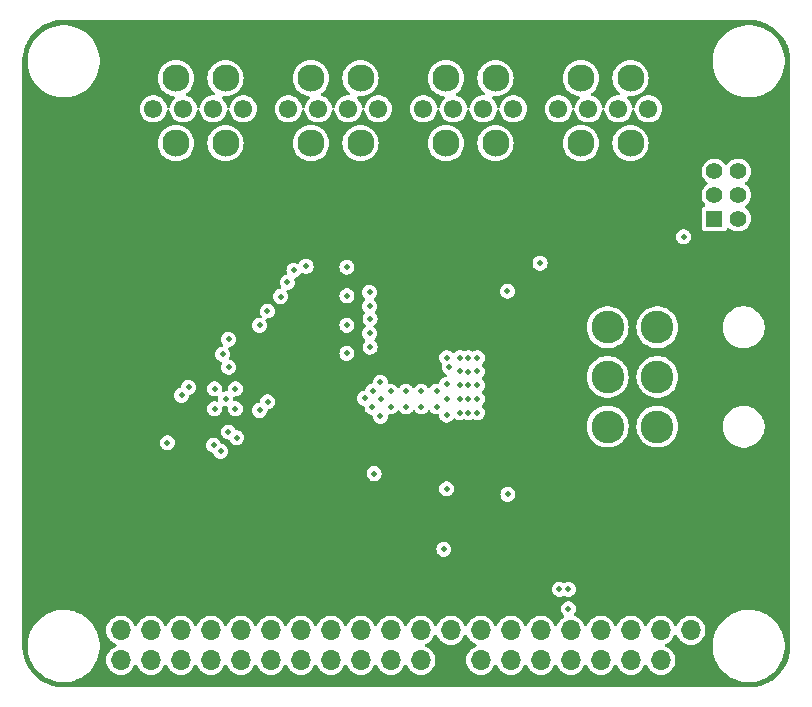
<source format=gbr>
%TF.GenerationSoftware,KiCad,Pcbnew,8.0.1*%
%TF.CreationDate,2024-04-04T15:13:06-04:00*%
%TF.ProjectId,AntHat,416e7448-6174-42e6-9b69-6361645f7063,rev?*%
%TF.SameCoordinates,Original*%
%TF.FileFunction,Copper,L3,Inr*%
%TF.FilePolarity,Positive*%
%FSLAX46Y46*%
G04 Gerber Fmt 4.6, Leading zero omitted, Abs format (unit mm)*
G04 Created by KiCad (PCBNEW 8.0.1) date 2024-04-04 15:13:06*
%MOMM*%
%LPD*%
G01*
G04 APERTURE LIST*
%TA.AperFunction,ComponentPad*%
%ADD10C,2.300000*%
%TD*%
%TA.AperFunction,HeatsinkPad*%
%ADD11C,0.500000*%
%TD*%
%TA.AperFunction,ComponentPad*%
%ADD12C,1.549400*%
%TD*%
%TA.AperFunction,ComponentPad*%
%ADD13R,1.400000X1.400000*%
%TD*%
%TA.AperFunction,ComponentPad*%
%ADD14C,1.400000*%
%TD*%
%TA.AperFunction,ComponentPad*%
%ADD15C,2.775000*%
%TD*%
%TA.AperFunction,ComponentPad*%
%ADD16R,1.700000X1.700000*%
%TD*%
%TA.AperFunction,ComponentPad*%
%ADD17O,1.700000X1.700000*%
%TD*%
%TA.AperFunction,ViaPad*%
%ADD18C,0.500000*%
%TD*%
G04 APERTURE END LIST*
D10*
%TO.N,GND*%
%TO.C,J8*%
X158640000Y-74240000D03*
%TO.N,/12V*%
X158640000Y-79740000D03*
%TO.N,/TACH1*%
X154440000Y-79740000D03*
%TO.N,/PWM1*%
X154440000Y-74240000D03*
%TD*%
%TO.N,GND*%
%TO.C,J9*%
X147210000Y-74240000D03*
%TO.N,/12V*%
X147210000Y-79740000D03*
%TO.N,/TACH2*%
X143010000Y-79740000D03*
%TO.N,/PWM2*%
X143010000Y-74240000D03*
%TD*%
%TO.N,GND*%
%TO.C,J10*%
X135780000Y-74240000D03*
%TO.N,/12V*%
X135780000Y-79740000D03*
%TO.N,/TACH3*%
X131580000Y-79740000D03*
%TO.N,/PWM3*%
X131580000Y-74240000D03*
%TD*%
%TO.N,GND*%
%TO.C,J11*%
X124350000Y-74240000D03*
%TO.N,/12V*%
X124350000Y-79740000D03*
%TO.N,/TACH4*%
X120150000Y-79740000D03*
%TO.N,/PWM4*%
X120150000Y-74240000D03*
%TD*%
D11*
%TO.N,GND*%
%TO.C,U1*%
X142228553Y-100757422D03*
X140928553Y-100757422D03*
X139628553Y-100757422D03*
X138328553Y-100757422D03*
X142228553Y-102057422D03*
X140928553Y-102057422D03*
X139628553Y-102057422D03*
X138328553Y-102057422D03*
%TD*%
D12*
%TO.N,GND*%
%TO.C,J5*%
X148716667Y-76830000D03*
%TO.N,/12V*%
X146176667Y-76830000D03*
%TO.N,/TACH2*%
X143636667Y-76830000D03*
%TO.N,/PWM2*%
X141096667Y-76830000D03*
%TD*%
D13*
%TO.N,unconnected-(J3-Pin_1-Pad1)*%
%TO.C,J3*%
X165740000Y-86130000D03*
D14*
%TO.N,GND*%
X165740000Y-84130000D03*
%TO.N,/SDA*%
X165740000Y-82130000D03*
%TO.N,unconnected-(J3-Pin_4-Pad4)*%
X167740000Y-86130000D03*
%TO.N,/PSU_EN*%
X167740000Y-84130000D03*
%TO.N,/SCL*%
X167740000Y-82130000D03*
%TD*%
D15*
%TO.N,/VIN*%
%TO.C,J2*%
X160910000Y-95330000D03*
X160910000Y-99530000D03*
X160910000Y-103730000D03*
%TO.N,GND*%
X156710000Y-95330000D03*
X156710000Y-99530000D03*
X156710000Y-103730000D03*
%TD*%
D12*
%TO.N,GND*%
%TO.C,J4*%
X160150000Y-76830000D03*
%TO.N,/12V*%
X157610000Y-76830000D03*
%TO.N,/TACH1*%
X155070000Y-76830000D03*
%TO.N,/PWM1*%
X152530000Y-76830000D03*
%TD*%
%TO.N,GND*%
%TO.C,J6*%
X137283334Y-76830000D03*
%TO.N,/12V*%
X134743334Y-76830000D03*
%TO.N,/TACH3*%
X132203334Y-76830000D03*
%TO.N,/PWM3*%
X129663334Y-76830000D03*
%TD*%
%TO.N,GND*%
%TO.C,J7*%
X125850000Y-76830000D03*
%TO.N,/12V*%
X123310000Y-76830000D03*
%TO.N,/TACH4*%
X120770000Y-76830000D03*
%TO.N,/PWM4*%
X118230000Y-76830000D03*
%TD*%
D16*
%TO.N,/3V3*%
%TO.C,J1*%
X163741320Y-123511320D03*
D17*
%TO.N,/5V*%
X163741320Y-120971320D03*
%TO.N,/SDA*%
X161201320Y-123511320D03*
%TO.N,/5V*%
X161201320Y-120971320D03*
%TO.N,/SCL*%
X158661320Y-123511320D03*
%TO.N,GND*%
X158661320Y-120971320D03*
%TO.N,unconnected-(J1-GCLK0{slash}GPIO4-Pad7)*%
X156121320Y-123511320D03*
%TO.N,unconnected-(J1-GPIO14{slash}TXD-Pad8)*%
X156121320Y-120971320D03*
%TO.N,GND*%
X153581320Y-123511320D03*
%TO.N,unconnected-(J1-GPIO15{slash}RXD-Pad10)*%
X153581320Y-120971320D03*
%TO.N,/PSU_EN*%
X151041320Y-123511320D03*
%TO.N,unconnected-(J1-GPIO18{slash}PWM0-Pad12)*%
X151041320Y-120971320D03*
%TO.N,unconnected-(J1-GPIO27-Pad13)*%
X148501320Y-123511320D03*
%TO.N,GND*%
X148501320Y-120971320D03*
%TO.N,unconnected-(J1-GPIO22-Pad15)*%
X145961320Y-123511320D03*
%TO.N,unconnected-(J1-GPIO23-Pad16)*%
X145961320Y-120971320D03*
%TO.N,/3V3*%
X143421320Y-123511320D03*
%TO.N,unconnected-(J1-GPIO24-Pad18)*%
X143421320Y-120971320D03*
%TO.N,unconnected-(J1-MOSI0{slash}GPIO10-Pad19)*%
X140881320Y-123511320D03*
%TO.N,GND*%
X140881320Y-120971320D03*
%TO.N,unconnected-(J1-MISO0{slash}GPIO9-Pad21)*%
X138341320Y-123511320D03*
%TO.N,unconnected-(J1-GPIO25-Pad22)*%
X138341320Y-120971320D03*
%TO.N,unconnected-(J1-SCLK0{slash}GPIO11-Pad23)*%
X135801320Y-123511320D03*
%TO.N,unconnected-(J1-~{CE0}{slash}GPIO8-Pad24)*%
X135801320Y-120971320D03*
%TO.N,GND*%
X133261320Y-123511320D03*
%TO.N,unconnected-(J1-~{CE1}{slash}GPIO7-Pad26)*%
X133261320Y-120971320D03*
%TO.N,unconnected-(J1-ID_SD{slash}GPIO0-Pad27)*%
X130721320Y-123511320D03*
%TO.N,unconnected-(J1-ID_SC{slash}GPIO1-Pad28)*%
X130721320Y-120971320D03*
%TO.N,unconnected-(J1-GCLK1{slash}GPIO5-Pad29)*%
X128181320Y-123511320D03*
%TO.N,GND*%
X128181320Y-120971320D03*
%TO.N,unconnected-(J1-GCLK2{slash}GPIO6-Pad31)*%
X125641320Y-123511320D03*
%TO.N,unconnected-(J1-PWM0{slash}GPIO12-Pad32)*%
X125641320Y-120971320D03*
%TO.N,unconnected-(J1-PWM1{slash}GPIO13-Pad33)*%
X123101320Y-123511320D03*
%TO.N,GND*%
X123101320Y-120971320D03*
%TO.N,unconnected-(J1-GPIO19{slash}MISO1-Pad35)*%
X120561320Y-123511320D03*
%TO.N,/FAN_ALERT*%
X120561320Y-120971320D03*
%TO.N,unconnected-(J1-GPIO26-Pad37)*%
X118021320Y-123511320D03*
%TO.N,unconnected-(J1-GPIO20{slash}MOSI1-Pad38)*%
X118021320Y-120971320D03*
%TO.N,GND*%
X115481320Y-123511320D03*
%TO.N,unconnected-(J1-GPIO21{slash}SCLK1-Pad40)*%
X115481320Y-120971320D03*
%TD*%
D18*
%TO.N,GND*%
X144910000Y-102570000D03*
X144910000Y-99082500D03*
X150980000Y-89900000D03*
X144910000Y-100245000D03*
X145678553Y-100232422D03*
X145678553Y-99069922D03*
X125180000Y-100540000D03*
X145678553Y-97907422D03*
X119410000Y-105110000D03*
X136590000Y-97000000D03*
X137443553Y-99992422D03*
X144190000Y-101387500D03*
X144190000Y-102550000D03*
X145678553Y-102557422D03*
X144190000Y-100225000D03*
X142830000Y-114120000D03*
X137478553Y-101357422D03*
X137463553Y-102872422D03*
X136540000Y-93539990D03*
X136120000Y-101350000D03*
X136540000Y-95850000D03*
X143078553Y-97897412D03*
X136590000Y-94600000D03*
X144190000Y-97900000D03*
X163140000Y-87660000D03*
X143078553Y-100157422D03*
X143078553Y-101407422D03*
X136790000Y-100730000D03*
X136540000Y-92350000D03*
X143078553Y-102757422D03*
X124370000Y-101380000D03*
X123430000Y-102240000D03*
X144910000Y-97920000D03*
X123430000Y-100530000D03*
X144190000Y-99062500D03*
X145678553Y-101394922D03*
X136750000Y-102100000D03*
X144910000Y-101407500D03*
X125190000Y-102230000D03*
%TO.N,Net-(U1-BST)*%
X143078553Y-109007422D03*
X143290000Y-98720000D03*
%TO.N,/5V*%
X134620000Y-95150000D03*
X136928553Y-107707422D03*
X148250000Y-109480000D03*
X134620000Y-90230000D03*
X134620000Y-92670000D03*
X134620000Y-97540000D03*
X148210000Y-92260000D03*
%TO.N,/3V3*%
X118420000Y-99570000D03*
X121270000Y-93920000D03*
X121270000Y-96400000D03*
X118440000Y-105110000D03*
X133730000Y-105980000D03*
X121270000Y-89020000D03*
X121270000Y-91400000D03*
X121420000Y-101800000D03*
X129980000Y-106000000D03*
%TO.N,/SDA*%
X121220000Y-100410000D03*
%TO.N,/SCL*%
X120630000Y-101090000D03*
X153370000Y-117510000D03*
X153370000Y-119170000D03*
%TO.N,/PSU_EN*%
X152620000Y-117510000D03*
%TO.N,/TACH1*%
X123930000Y-105840000D03*
X131165000Y-90175000D03*
%TO.N,/PWM1*%
X123330000Y-105300000D03*
X130126737Y-90506736D03*
%TO.N,/TACH2*%
X125300000Y-104670000D03*
X129570000Y-91520000D03*
%TO.N,/PWM2*%
X124580000Y-104190000D03*
X129010000Y-92720000D03*
%TO.N,/PWM3*%
X127240000Y-95170000D03*
X127240000Y-102370000D03*
%TO.N,/TACH3*%
X127910000Y-101640000D03*
X127890000Y-93950000D03*
%TO.N,/TACH4*%
X124620000Y-98710000D03*
X124620000Y-96350000D03*
%TO.N,/PWM4*%
X124110000Y-97610000D03*
%TD*%
%TA.AperFunction,Conductor*%
%TO.N,/3V3*%
G36*
X168660840Y-69300010D02*
G01*
X168837619Y-69302323D01*
X168848938Y-69302990D01*
X169201445Y-69340040D01*
X169214252Y-69342070D01*
X169560130Y-69415588D01*
X169572665Y-69418947D01*
X169908965Y-69528218D01*
X169921082Y-69532869D01*
X170244131Y-69676698D01*
X170255679Y-69682583D01*
X170457633Y-69799181D01*
X170561918Y-69859390D01*
X170572800Y-69866457D01*
X170858877Y-70074304D01*
X170868957Y-70082466D01*
X171131742Y-70319079D01*
X171140920Y-70328257D01*
X171377530Y-70591039D01*
X171385698Y-70601126D01*
X171593540Y-70887196D01*
X171600609Y-70898081D01*
X171777412Y-71204312D01*
X171783305Y-71215877D01*
X171927130Y-71538917D01*
X171931781Y-71551034D01*
X172041052Y-71887334D01*
X172044411Y-71899871D01*
X172117928Y-72245741D01*
X172119959Y-72258560D01*
X172157008Y-72611051D01*
X172157676Y-72622391D01*
X172159989Y-72799159D01*
X172160000Y-72800781D01*
X172160000Y-122299218D01*
X172159989Y-122300840D01*
X172157676Y-122477608D01*
X172157008Y-122488948D01*
X172119959Y-122841439D01*
X172117928Y-122854258D01*
X172044411Y-123200128D01*
X172041052Y-123212665D01*
X171931781Y-123548965D01*
X171927130Y-123561082D01*
X171783305Y-123884122D01*
X171777412Y-123895687D01*
X171600609Y-124201918D01*
X171593540Y-124212803D01*
X171385698Y-124498873D01*
X171377530Y-124508960D01*
X171140920Y-124771742D01*
X171131742Y-124780920D01*
X170868960Y-125017530D01*
X170858873Y-125025698D01*
X170572803Y-125233540D01*
X170561918Y-125240609D01*
X170255687Y-125417412D01*
X170244122Y-125423305D01*
X169921082Y-125567130D01*
X169908965Y-125571781D01*
X169572665Y-125681052D01*
X169560128Y-125684411D01*
X169214258Y-125757928D01*
X169201439Y-125759959D01*
X168848948Y-125797008D01*
X168837608Y-125797676D01*
X168660841Y-125799989D01*
X168659219Y-125800000D01*
X110640781Y-125800000D01*
X110639159Y-125799989D01*
X110462391Y-125797676D01*
X110451051Y-125797008D01*
X110098560Y-125759959D01*
X110085741Y-125757928D01*
X109739871Y-125684411D01*
X109727334Y-125681052D01*
X109391034Y-125571781D01*
X109378917Y-125567130D01*
X109055877Y-125423305D01*
X109044312Y-125417412D01*
X108738081Y-125240609D01*
X108727196Y-125233540D01*
X108441126Y-125025698D01*
X108431039Y-125017530D01*
X108168257Y-124780920D01*
X108159079Y-124771742D01*
X107922469Y-124508960D01*
X107914301Y-124498873D01*
X107884830Y-124458310D01*
X107706457Y-124212800D01*
X107699390Y-124201918D01*
X107628617Y-124079336D01*
X107522583Y-123895679D01*
X107516698Y-123884131D01*
X107372869Y-123561082D01*
X107368218Y-123548965D01*
X107258947Y-123212665D01*
X107255588Y-123200128D01*
X107182071Y-122854258D01*
X107180040Y-122841439D01*
X107178113Y-122823102D01*
X107142990Y-122488938D01*
X107142619Y-122482638D01*
X107590820Y-122482638D01*
X107629178Y-122823088D01*
X107629180Y-122823100D01*
X107629181Y-122823103D01*
X107646582Y-122899344D01*
X107705422Y-123157136D01*
X107705423Y-123157138D01*
X107818584Y-123480536D01*
X107967242Y-123789227D01*
X107967244Y-123789230D01*
X108149531Y-124079338D01*
X108247285Y-124201918D01*
X108330237Y-124305937D01*
X108363154Y-124347213D01*
X108605427Y-124589486D01*
X108873302Y-124803109D01*
X109163410Y-124985396D01*
X109472105Y-125134056D01*
X109795503Y-125247217D01*
X110129537Y-125323459D01*
X110129546Y-125323460D01*
X110129551Y-125323461D01*
X110356517Y-125349033D01*
X110470002Y-125361819D01*
X110470005Y-125361820D01*
X110470008Y-125361820D01*
X110812635Y-125361820D01*
X110812636Y-125361819D01*
X110986631Y-125342215D01*
X111153088Y-125323461D01*
X111153091Y-125323460D01*
X111153103Y-125323459D01*
X111487137Y-125247217D01*
X111810535Y-125134056D01*
X112119230Y-124985396D01*
X112409338Y-124803109D01*
X112677213Y-124589486D01*
X112919486Y-124347213D01*
X113133109Y-124079338D01*
X113315396Y-123789230D01*
X113449231Y-123511320D01*
X114245116Y-123511320D01*
X114263896Y-123725980D01*
X114263898Y-123725990D01*
X114319665Y-123934119D01*
X114319667Y-123934123D01*
X114319668Y-123934127D01*
X114323702Y-123942777D01*
X114410735Y-124129421D01*
X114410736Y-124129423D01*
X114534329Y-124305932D01*
X114534334Y-124305938D01*
X114686701Y-124458305D01*
X114686707Y-124458310D01*
X114863216Y-124581903D01*
X114863218Y-124581904D01*
X115058513Y-124672972D01*
X115266655Y-124728743D01*
X115438387Y-124743767D01*
X115481319Y-124747524D01*
X115481320Y-124747524D01*
X115481321Y-124747524D01*
X115517097Y-124744393D01*
X115695985Y-124728743D01*
X115904127Y-124672972D01*
X116099422Y-124581904D01*
X116275937Y-124458307D01*
X116428307Y-124305937D01*
X116551904Y-124129422D01*
X116638938Y-123942775D01*
X116685110Y-123890338D01*
X116752304Y-123871186D01*
X116819185Y-123891402D01*
X116863702Y-123942777D01*
X116950735Y-124129421D01*
X116950736Y-124129423D01*
X117074329Y-124305932D01*
X117074334Y-124305938D01*
X117226701Y-124458305D01*
X117226707Y-124458310D01*
X117403216Y-124581903D01*
X117403218Y-124581904D01*
X117598513Y-124672972D01*
X117806655Y-124728743D01*
X117978387Y-124743767D01*
X118021319Y-124747524D01*
X118021320Y-124747524D01*
X118021321Y-124747524D01*
X118057097Y-124744393D01*
X118235985Y-124728743D01*
X118444127Y-124672972D01*
X118639422Y-124581904D01*
X118815937Y-124458307D01*
X118968307Y-124305937D01*
X119091904Y-124129422D01*
X119178938Y-123942775D01*
X119225110Y-123890338D01*
X119292304Y-123871186D01*
X119359185Y-123891402D01*
X119403702Y-123942777D01*
X119490735Y-124129421D01*
X119490736Y-124129423D01*
X119614329Y-124305932D01*
X119614334Y-124305938D01*
X119766701Y-124458305D01*
X119766707Y-124458310D01*
X119943216Y-124581903D01*
X119943218Y-124581904D01*
X120138513Y-124672972D01*
X120346655Y-124728743D01*
X120518387Y-124743767D01*
X120561319Y-124747524D01*
X120561320Y-124747524D01*
X120561321Y-124747524D01*
X120597097Y-124744393D01*
X120775985Y-124728743D01*
X120984127Y-124672972D01*
X121179422Y-124581904D01*
X121355937Y-124458307D01*
X121508307Y-124305937D01*
X121631904Y-124129422D01*
X121718938Y-123942775D01*
X121765110Y-123890338D01*
X121832304Y-123871186D01*
X121899185Y-123891402D01*
X121943702Y-123942777D01*
X122030735Y-124129421D01*
X122030736Y-124129423D01*
X122154329Y-124305932D01*
X122154334Y-124305938D01*
X122306701Y-124458305D01*
X122306707Y-124458310D01*
X122483216Y-124581903D01*
X122483218Y-124581904D01*
X122678513Y-124672972D01*
X122886655Y-124728743D01*
X123058387Y-124743767D01*
X123101319Y-124747524D01*
X123101320Y-124747524D01*
X123101321Y-124747524D01*
X123137097Y-124744393D01*
X123315985Y-124728743D01*
X123524127Y-124672972D01*
X123719422Y-124581904D01*
X123895937Y-124458307D01*
X124048307Y-124305937D01*
X124171904Y-124129422D01*
X124258938Y-123942775D01*
X124305110Y-123890338D01*
X124372304Y-123871186D01*
X124439185Y-123891402D01*
X124483702Y-123942777D01*
X124570735Y-124129421D01*
X124570736Y-124129423D01*
X124694329Y-124305932D01*
X124694334Y-124305938D01*
X124846701Y-124458305D01*
X124846707Y-124458310D01*
X125023216Y-124581903D01*
X125023218Y-124581904D01*
X125218513Y-124672972D01*
X125426655Y-124728743D01*
X125598387Y-124743767D01*
X125641319Y-124747524D01*
X125641320Y-124747524D01*
X125641321Y-124747524D01*
X125677097Y-124744393D01*
X125855985Y-124728743D01*
X126064127Y-124672972D01*
X126259422Y-124581904D01*
X126435937Y-124458307D01*
X126588307Y-124305937D01*
X126711904Y-124129422D01*
X126798938Y-123942775D01*
X126845110Y-123890338D01*
X126912304Y-123871186D01*
X126979185Y-123891402D01*
X127023702Y-123942777D01*
X127110735Y-124129421D01*
X127110736Y-124129423D01*
X127234329Y-124305932D01*
X127234334Y-124305938D01*
X127386701Y-124458305D01*
X127386707Y-124458310D01*
X127563216Y-124581903D01*
X127563218Y-124581904D01*
X127758513Y-124672972D01*
X127966655Y-124728743D01*
X128138387Y-124743767D01*
X128181319Y-124747524D01*
X128181320Y-124747524D01*
X128181321Y-124747524D01*
X128217097Y-124744393D01*
X128395985Y-124728743D01*
X128604127Y-124672972D01*
X128799422Y-124581904D01*
X128975937Y-124458307D01*
X129128307Y-124305937D01*
X129251904Y-124129422D01*
X129338938Y-123942775D01*
X129385110Y-123890338D01*
X129452304Y-123871186D01*
X129519185Y-123891402D01*
X129563702Y-123942777D01*
X129650735Y-124129421D01*
X129650736Y-124129423D01*
X129774329Y-124305932D01*
X129774334Y-124305938D01*
X129926701Y-124458305D01*
X129926707Y-124458310D01*
X130103216Y-124581903D01*
X130103218Y-124581904D01*
X130298513Y-124672972D01*
X130506655Y-124728743D01*
X130678387Y-124743767D01*
X130721319Y-124747524D01*
X130721320Y-124747524D01*
X130721321Y-124747524D01*
X130757097Y-124744393D01*
X130935985Y-124728743D01*
X131144127Y-124672972D01*
X131339422Y-124581904D01*
X131515937Y-124458307D01*
X131668307Y-124305937D01*
X131791904Y-124129422D01*
X131878938Y-123942775D01*
X131925110Y-123890338D01*
X131992304Y-123871186D01*
X132059185Y-123891402D01*
X132103702Y-123942777D01*
X132190735Y-124129421D01*
X132190736Y-124129423D01*
X132314329Y-124305932D01*
X132314334Y-124305938D01*
X132466701Y-124458305D01*
X132466707Y-124458310D01*
X132643216Y-124581903D01*
X132643218Y-124581904D01*
X132838513Y-124672972D01*
X133046655Y-124728743D01*
X133218387Y-124743767D01*
X133261319Y-124747524D01*
X133261320Y-124747524D01*
X133261321Y-124747524D01*
X133297097Y-124744393D01*
X133475985Y-124728743D01*
X133684127Y-124672972D01*
X133879422Y-124581904D01*
X134055937Y-124458307D01*
X134208307Y-124305937D01*
X134331904Y-124129422D01*
X134418938Y-123942775D01*
X134465110Y-123890338D01*
X134532304Y-123871186D01*
X134599185Y-123891402D01*
X134643702Y-123942777D01*
X134730735Y-124129421D01*
X134730736Y-124129423D01*
X134854329Y-124305932D01*
X134854334Y-124305938D01*
X135006701Y-124458305D01*
X135006707Y-124458310D01*
X135183216Y-124581903D01*
X135183218Y-124581904D01*
X135378513Y-124672972D01*
X135586655Y-124728743D01*
X135758387Y-124743767D01*
X135801319Y-124747524D01*
X135801320Y-124747524D01*
X135801321Y-124747524D01*
X135837097Y-124744393D01*
X136015985Y-124728743D01*
X136224127Y-124672972D01*
X136419422Y-124581904D01*
X136595937Y-124458307D01*
X136748307Y-124305937D01*
X136871904Y-124129422D01*
X136958938Y-123942775D01*
X137005110Y-123890338D01*
X137072304Y-123871186D01*
X137139185Y-123891402D01*
X137183702Y-123942777D01*
X137270735Y-124129421D01*
X137270736Y-124129423D01*
X137394329Y-124305932D01*
X137394334Y-124305938D01*
X137546701Y-124458305D01*
X137546707Y-124458310D01*
X137723216Y-124581903D01*
X137723218Y-124581904D01*
X137918513Y-124672972D01*
X138126655Y-124728743D01*
X138298387Y-124743767D01*
X138341319Y-124747524D01*
X138341320Y-124747524D01*
X138341321Y-124747524D01*
X138377097Y-124744393D01*
X138555985Y-124728743D01*
X138764127Y-124672972D01*
X138959422Y-124581904D01*
X139135937Y-124458307D01*
X139288307Y-124305937D01*
X139411904Y-124129422D01*
X139498938Y-123942775D01*
X139545110Y-123890338D01*
X139612304Y-123871186D01*
X139679185Y-123891402D01*
X139723702Y-123942777D01*
X139810735Y-124129421D01*
X139810736Y-124129423D01*
X139934329Y-124305932D01*
X139934334Y-124305938D01*
X140086701Y-124458305D01*
X140086707Y-124458310D01*
X140263216Y-124581903D01*
X140263218Y-124581904D01*
X140458513Y-124672972D01*
X140666655Y-124728743D01*
X140838387Y-124743767D01*
X140881319Y-124747524D01*
X140881320Y-124747524D01*
X140881321Y-124747524D01*
X140917097Y-124744393D01*
X141095985Y-124728743D01*
X141304127Y-124672972D01*
X141499422Y-124581904D01*
X141675937Y-124458307D01*
X141828307Y-124305937D01*
X141951904Y-124129422D01*
X142042972Y-123934127D01*
X142098743Y-123725985D01*
X142117524Y-123511320D01*
X142098743Y-123296655D01*
X142042972Y-123088513D01*
X141951904Y-122893218D01*
X141902808Y-122823102D01*
X141828310Y-122716707D01*
X141828305Y-122716701D01*
X141675938Y-122564334D01*
X141675932Y-122564329D01*
X141499423Y-122440736D01*
X141499421Y-122440735D01*
X141394865Y-122391980D01*
X141312775Y-122353701D01*
X141260338Y-122307530D01*
X141241186Y-122240336D01*
X141261402Y-122173455D01*
X141312775Y-122128938D01*
X141499422Y-122041904D01*
X141675937Y-121918307D01*
X141828307Y-121765937D01*
X141951904Y-121589422D01*
X142038938Y-121402775D01*
X142085110Y-121350338D01*
X142152304Y-121331186D01*
X142219185Y-121351402D01*
X142263701Y-121402775D01*
X142292951Y-121465503D01*
X142350735Y-121589421D01*
X142350736Y-121589423D01*
X142474329Y-121765932D01*
X142474334Y-121765938D01*
X142626701Y-121918305D01*
X142626707Y-121918310D01*
X142803216Y-122041903D01*
X142803218Y-122041904D01*
X142998513Y-122132972D01*
X143206655Y-122188743D01*
X143378387Y-122203767D01*
X143421319Y-122207524D01*
X143421320Y-122207524D01*
X143421321Y-122207524D01*
X143457097Y-122204393D01*
X143635985Y-122188743D01*
X143844127Y-122132972D01*
X144039422Y-122041904D01*
X144215937Y-121918307D01*
X144368307Y-121765937D01*
X144491904Y-121589422D01*
X144578938Y-121402775D01*
X144625110Y-121350338D01*
X144692304Y-121331186D01*
X144759185Y-121351402D01*
X144803701Y-121402775D01*
X144832951Y-121465503D01*
X144890735Y-121589421D01*
X144890736Y-121589423D01*
X145014329Y-121765932D01*
X145014334Y-121765938D01*
X145166701Y-121918305D01*
X145166707Y-121918310D01*
X145343216Y-122041903D01*
X145343218Y-122041904D01*
X145529862Y-122128938D01*
X145582301Y-122175110D01*
X145601453Y-122242304D01*
X145581237Y-122309185D01*
X145529862Y-122353702D01*
X145343218Y-122440735D01*
X145343216Y-122440736D01*
X145166707Y-122564329D01*
X145166701Y-122564334D01*
X145014334Y-122716701D01*
X145014329Y-122716707D01*
X144890736Y-122893216D01*
X144890735Y-122893218D01*
X144799669Y-123088511D01*
X144799665Y-123088520D01*
X144743898Y-123296649D01*
X144743896Y-123296659D01*
X144725116Y-123511319D01*
X144725116Y-123511320D01*
X144743896Y-123725980D01*
X144743898Y-123725990D01*
X144799665Y-123934119D01*
X144799667Y-123934123D01*
X144799668Y-123934127D01*
X144803702Y-123942777D01*
X144890735Y-124129421D01*
X144890736Y-124129423D01*
X145014329Y-124305932D01*
X145014334Y-124305938D01*
X145166701Y-124458305D01*
X145166707Y-124458310D01*
X145343216Y-124581903D01*
X145343218Y-124581904D01*
X145538513Y-124672972D01*
X145746655Y-124728743D01*
X145918387Y-124743767D01*
X145961319Y-124747524D01*
X145961320Y-124747524D01*
X145961321Y-124747524D01*
X145997097Y-124744393D01*
X146175985Y-124728743D01*
X146384127Y-124672972D01*
X146579422Y-124581904D01*
X146755937Y-124458307D01*
X146908307Y-124305937D01*
X147031904Y-124129422D01*
X147118938Y-123942775D01*
X147165110Y-123890338D01*
X147232304Y-123871186D01*
X147299185Y-123891402D01*
X147343702Y-123942777D01*
X147430735Y-124129421D01*
X147430736Y-124129423D01*
X147554329Y-124305932D01*
X147554334Y-124305938D01*
X147706701Y-124458305D01*
X147706707Y-124458310D01*
X147883216Y-124581903D01*
X147883218Y-124581904D01*
X148078513Y-124672972D01*
X148286655Y-124728743D01*
X148458387Y-124743767D01*
X148501319Y-124747524D01*
X148501320Y-124747524D01*
X148501321Y-124747524D01*
X148537097Y-124744393D01*
X148715985Y-124728743D01*
X148924127Y-124672972D01*
X149119422Y-124581904D01*
X149295937Y-124458307D01*
X149448307Y-124305937D01*
X149571904Y-124129422D01*
X149658938Y-123942775D01*
X149705110Y-123890338D01*
X149772304Y-123871186D01*
X149839185Y-123891402D01*
X149883702Y-123942777D01*
X149970735Y-124129421D01*
X149970736Y-124129423D01*
X150094329Y-124305932D01*
X150094334Y-124305938D01*
X150246701Y-124458305D01*
X150246707Y-124458310D01*
X150423216Y-124581903D01*
X150423218Y-124581904D01*
X150618513Y-124672972D01*
X150826655Y-124728743D01*
X150998387Y-124743767D01*
X151041319Y-124747524D01*
X151041320Y-124747524D01*
X151041321Y-124747524D01*
X151077097Y-124744393D01*
X151255985Y-124728743D01*
X151464127Y-124672972D01*
X151659422Y-124581904D01*
X151835937Y-124458307D01*
X151988307Y-124305937D01*
X152111904Y-124129422D01*
X152198938Y-123942775D01*
X152245110Y-123890338D01*
X152312304Y-123871186D01*
X152379185Y-123891402D01*
X152423702Y-123942777D01*
X152510735Y-124129421D01*
X152510736Y-124129423D01*
X152634329Y-124305932D01*
X152634334Y-124305938D01*
X152786701Y-124458305D01*
X152786707Y-124458310D01*
X152963216Y-124581903D01*
X152963218Y-124581904D01*
X153158513Y-124672972D01*
X153366655Y-124728743D01*
X153538387Y-124743767D01*
X153581319Y-124747524D01*
X153581320Y-124747524D01*
X153581321Y-124747524D01*
X153617097Y-124744393D01*
X153795985Y-124728743D01*
X154004127Y-124672972D01*
X154199422Y-124581904D01*
X154375937Y-124458307D01*
X154528307Y-124305937D01*
X154651904Y-124129422D01*
X154738938Y-123942775D01*
X154785110Y-123890338D01*
X154852304Y-123871186D01*
X154919185Y-123891402D01*
X154963702Y-123942777D01*
X155050735Y-124129421D01*
X155050736Y-124129423D01*
X155174329Y-124305932D01*
X155174334Y-124305938D01*
X155326701Y-124458305D01*
X155326707Y-124458310D01*
X155503216Y-124581903D01*
X155503218Y-124581904D01*
X155698513Y-124672972D01*
X155906655Y-124728743D01*
X156078387Y-124743767D01*
X156121319Y-124747524D01*
X156121320Y-124747524D01*
X156121321Y-124747524D01*
X156157097Y-124744393D01*
X156335985Y-124728743D01*
X156544127Y-124672972D01*
X156739422Y-124581904D01*
X156915937Y-124458307D01*
X157068307Y-124305937D01*
X157191904Y-124129422D01*
X157278938Y-123942775D01*
X157325110Y-123890338D01*
X157392304Y-123871186D01*
X157459185Y-123891402D01*
X157503702Y-123942777D01*
X157590735Y-124129421D01*
X157590736Y-124129423D01*
X157714329Y-124305932D01*
X157714334Y-124305938D01*
X157866701Y-124458305D01*
X157866707Y-124458310D01*
X158043216Y-124581903D01*
X158043218Y-124581904D01*
X158238513Y-124672972D01*
X158446655Y-124728743D01*
X158618387Y-124743767D01*
X158661319Y-124747524D01*
X158661320Y-124747524D01*
X158661321Y-124747524D01*
X158697097Y-124744393D01*
X158875985Y-124728743D01*
X159084127Y-124672972D01*
X159279422Y-124581904D01*
X159455937Y-124458307D01*
X159608307Y-124305937D01*
X159731904Y-124129422D01*
X159818938Y-123942775D01*
X159865110Y-123890338D01*
X159932304Y-123871186D01*
X159999185Y-123891402D01*
X160043702Y-123942777D01*
X160130735Y-124129421D01*
X160130736Y-124129423D01*
X160254329Y-124305932D01*
X160254334Y-124305938D01*
X160406701Y-124458305D01*
X160406707Y-124458310D01*
X160583216Y-124581903D01*
X160583218Y-124581904D01*
X160778513Y-124672972D01*
X160986655Y-124728743D01*
X161158387Y-124743767D01*
X161201319Y-124747524D01*
X161201320Y-124747524D01*
X161201321Y-124747524D01*
X161237097Y-124744393D01*
X161415985Y-124728743D01*
X161624127Y-124672972D01*
X161819422Y-124581904D01*
X161995937Y-124458307D01*
X162148307Y-124305937D01*
X162271904Y-124129422D01*
X162362972Y-123934127D01*
X162418743Y-123725985D01*
X162437524Y-123511320D01*
X162418743Y-123296655D01*
X162362972Y-123088513D01*
X162271904Y-122893218D01*
X162222808Y-122823102D01*
X162148310Y-122716707D01*
X162148305Y-122716701D01*
X161995938Y-122564334D01*
X161995932Y-122564329D01*
X161879265Y-122482638D01*
X165590820Y-122482638D01*
X165629178Y-122823088D01*
X165629180Y-122823100D01*
X165629181Y-122823103D01*
X165646582Y-122899344D01*
X165705422Y-123157136D01*
X165705423Y-123157138D01*
X165818584Y-123480536D01*
X165967242Y-123789227D01*
X165967244Y-123789230D01*
X166149531Y-124079338D01*
X166247285Y-124201918D01*
X166330237Y-124305937D01*
X166363154Y-124347213D01*
X166605427Y-124589486D01*
X166873302Y-124803109D01*
X167163410Y-124985396D01*
X167472105Y-125134056D01*
X167795503Y-125247217D01*
X168129537Y-125323459D01*
X168129546Y-125323460D01*
X168129551Y-125323461D01*
X168356517Y-125349033D01*
X168470002Y-125361819D01*
X168470005Y-125361820D01*
X168470008Y-125361820D01*
X168812635Y-125361820D01*
X168812636Y-125361819D01*
X168986631Y-125342215D01*
X169153088Y-125323461D01*
X169153091Y-125323460D01*
X169153103Y-125323459D01*
X169487137Y-125247217D01*
X169810535Y-125134056D01*
X170119230Y-124985396D01*
X170409338Y-124803109D01*
X170677213Y-124589486D01*
X170919486Y-124347213D01*
X171133109Y-124079338D01*
X171315396Y-123789230D01*
X171464056Y-123480535D01*
X171577217Y-123157137D01*
X171653459Y-122823103D01*
X171691820Y-122482632D01*
X171691820Y-122140008D01*
X171653459Y-121799537D01*
X171577217Y-121465503D01*
X171464056Y-121142105D01*
X171315396Y-120833410D01*
X171133109Y-120543302D01*
X170919486Y-120275427D01*
X170677213Y-120033154D01*
X170409338Y-119819531D01*
X170119230Y-119637244D01*
X170119227Y-119637242D01*
X169810536Y-119488584D01*
X169487138Y-119375423D01*
X169487136Y-119375422D01*
X169229344Y-119316582D01*
X169153103Y-119299181D01*
X169153100Y-119299180D01*
X169153088Y-119299178D01*
X168812638Y-119260820D01*
X168812632Y-119260820D01*
X168470008Y-119260820D01*
X168470001Y-119260820D01*
X168129551Y-119299178D01*
X168129537Y-119299181D01*
X167795503Y-119375422D01*
X167795501Y-119375423D01*
X167472103Y-119488584D01*
X167163412Y-119637242D01*
X166873303Y-119819530D01*
X166605427Y-120033153D01*
X166363153Y-120275427D01*
X166149530Y-120543303D01*
X165967242Y-120833412D01*
X165818584Y-121142103D01*
X165705423Y-121465501D01*
X165705422Y-121465503D01*
X165629181Y-121799537D01*
X165629178Y-121799551D01*
X165590820Y-122140001D01*
X165590820Y-122482638D01*
X161879265Y-122482638D01*
X161819423Y-122440736D01*
X161819421Y-122440735D01*
X161714865Y-122391980D01*
X161632775Y-122353701D01*
X161580338Y-122307530D01*
X161561186Y-122240336D01*
X161581402Y-122173455D01*
X161632775Y-122128938D01*
X161819422Y-122041904D01*
X161995937Y-121918307D01*
X162148307Y-121765937D01*
X162271904Y-121589422D01*
X162358938Y-121402775D01*
X162405110Y-121350338D01*
X162472304Y-121331186D01*
X162539185Y-121351402D01*
X162583701Y-121402775D01*
X162612951Y-121465503D01*
X162670735Y-121589421D01*
X162670736Y-121589423D01*
X162794329Y-121765932D01*
X162794334Y-121765938D01*
X162946701Y-121918305D01*
X162946707Y-121918310D01*
X163123216Y-122041903D01*
X163123218Y-122041904D01*
X163318513Y-122132972D01*
X163526655Y-122188743D01*
X163698387Y-122203767D01*
X163741319Y-122207524D01*
X163741320Y-122207524D01*
X163741321Y-122207524D01*
X163777097Y-122204393D01*
X163955985Y-122188743D01*
X164164127Y-122132972D01*
X164359422Y-122041904D01*
X164535937Y-121918307D01*
X164688307Y-121765937D01*
X164811904Y-121589422D01*
X164902972Y-121394127D01*
X164958743Y-121185985D01*
X164977524Y-120971320D01*
X164958743Y-120756655D01*
X164902972Y-120548513D01*
X164811904Y-120353218D01*
X164757434Y-120275427D01*
X164688310Y-120176707D01*
X164688305Y-120176701D01*
X164535938Y-120024334D01*
X164535932Y-120024329D01*
X164359423Y-119900736D01*
X164359421Y-119900735D01*
X164261774Y-119855202D01*
X164164127Y-119809668D01*
X164164123Y-119809667D01*
X164164119Y-119809665D01*
X163955990Y-119753898D01*
X163955980Y-119753896D01*
X163741321Y-119735116D01*
X163741319Y-119735116D01*
X163526659Y-119753896D01*
X163526649Y-119753898D01*
X163318520Y-119809665D01*
X163318511Y-119809669D01*
X163123218Y-119900735D01*
X163123216Y-119900736D01*
X162946707Y-120024329D01*
X162946701Y-120024334D01*
X162794334Y-120176701D01*
X162794329Y-120176707D01*
X162670736Y-120353216D01*
X162670735Y-120353218D01*
X162583702Y-120539862D01*
X162537530Y-120592301D01*
X162470336Y-120611453D01*
X162403455Y-120591237D01*
X162358938Y-120539862D01*
X162271904Y-120353218D01*
X162271903Y-120353216D01*
X162148310Y-120176707D01*
X162148305Y-120176701D01*
X161995938Y-120024334D01*
X161995932Y-120024329D01*
X161819423Y-119900736D01*
X161819421Y-119900735D01*
X161721774Y-119855202D01*
X161624127Y-119809668D01*
X161624123Y-119809667D01*
X161624119Y-119809665D01*
X161415990Y-119753898D01*
X161415980Y-119753896D01*
X161201321Y-119735116D01*
X161201319Y-119735116D01*
X160986659Y-119753896D01*
X160986649Y-119753898D01*
X160778520Y-119809665D01*
X160778511Y-119809669D01*
X160583218Y-119900735D01*
X160583216Y-119900736D01*
X160406707Y-120024329D01*
X160406701Y-120024334D01*
X160254334Y-120176701D01*
X160254329Y-120176707D01*
X160130736Y-120353216D01*
X160130735Y-120353218D01*
X160043702Y-120539862D01*
X159997530Y-120592301D01*
X159930336Y-120611453D01*
X159863455Y-120591237D01*
X159818938Y-120539862D01*
X159731904Y-120353218D01*
X159731903Y-120353216D01*
X159608310Y-120176707D01*
X159608305Y-120176701D01*
X159455938Y-120024334D01*
X159455932Y-120024329D01*
X159279423Y-119900736D01*
X159279421Y-119900735D01*
X159181774Y-119855202D01*
X159084127Y-119809668D01*
X159084123Y-119809667D01*
X159084119Y-119809665D01*
X158875990Y-119753898D01*
X158875980Y-119753896D01*
X158661321Y-119735116D01*
X158661319Y-119735116D01*
X158446659Y-119753896D01*
X158446649Y-119753898D01*
X158238520Y-119809665D01*
X158238511Y-119809669D01*
X158043218Y-119900735D01*
X158043216Y-119900736D01*
X157866707Y-120024329D01*
X157866701Y-120024334D01*
X157714334Y-120176701D01*
X157714329Y-120176707D01*
X157590736Y-120353216D01*
X157590735Y-120353218D01*
X157503702Y-120539862D01*
X157457530Y-120592301D01*
X157390336Y-120611453D01*
X157323455Y-120591237D01*
X157278938Y-120539862D01*
X157191904Y-120353218D01*
X157191903Y-120353216D01*
X157068310Y-120176707D01*
X157068305Y-120176701D01*
X156915938Y-120024334D01*
X156915932Y-120024329D01*
X156739423Y-119900736D01*
X156739421Y-119900735D01*
X156641774Y-119855202D01*
X156544127Y-119809668D01*
X156544123Y-119809667D01*
X156544119Y-119809665D01*
X156335990Y-119753898D01*
X156335980Y-119753896D01*
X156121321Y-119735116D01*
X156121319Y-119735116D01*
X155906659Y-119753896D01*
X155906649Y-119753898D01*
X155698520Y-119809665D01*
X155698511Y-119809669D01*
X155503218Y-119900735D01*
X155503216Y-119900736D01*
X155326707Y-120024329D01*
X155326701Y-120024334D01*
X155174334Y-120176701D01*
X155174329Y-120176707D01*
X155050736Y-120353216D01*
X155050735Y-120353218D01*
X154963702Y-120539862D01*
X154917530Y-120592301D01*
X154850336Y-120611453D01*
X154783455Y-120591237D01*
X154738938Y-120539862D01*
X154651904Y-120353218D01*
X154651903Y-120353216D01*
X154528310Y-120176707D01*
X154528305Y-120176701D01*
X154375938Y-120024334D01*
X154375932Y-120024329D01*
X154199423Y-119900736D01*
X154199421Y-119900735D01*
X154101774Y-119855202D01*
X154004127Y-119809668D01*
X154004123Y-119809667D01*
X154004119Y-119809665D01*
X153913764Y-119785455D01*
X153854103Y-119749090D01*
X153823574Y-119686243D01*
X153831869Y-119616867D01*
X153843807Y-119595240D01*
X153846153Y-119591839D01*
X153846156Y-119591838D01*
X153933272Y-119465628D01*
X153987653Y-119322238D01*
X154006138Y-119170000D01*
X153987653Y-119017762D01*
X153933272Y-118874372D01*
X153846156Y-118748162D01*
X153846154Y-118748160D01*
X153731369Y-118646469D01*
X153666540Y-118612444D01*
X153595578Y-118575201D01*
X153595575Y-118575200D01*
X153446679Y-118538500D01*
X153446678Y-118538500D01*
X153293322Y-118538500D01*
X153293321Y-118538500D01*
X153144424Y-118575200D01*
X153008630Y-118646469D01*
X152893845Y-118748160D01*
X152806729Y-118874369D01*
X152752347Y-119017761D01*
X152752346Y-119017764D01*
X152733862Y-119169999D01*
X152733862Y-119170000D01*
X152752346Y-119322235D01*
X152752347Y-119322238D01*
X152806729Y-119465630D01*
X152893845Y-119591839D01*
X153004739Y-119690083D01*
X153041866Y-119749272D01*
X153041098Y-119819138D01*
X153002680Y-119877497D01*
X152974919Y-119895279D01*
X152963220Y-119900734D01*
X152963216Y-119900736D01*
X152786707Y-120024329D01*
X152786701Y-120024334D01*
X152634334Y-120176701D01*
X152634329Y-120176707D01*
X152510736Y-120353216D01*
X152510735Y-120353218D01*
X152423702Y-120539862D01*
X152377530Y-120592301D01*
X152310336Y-120611453D01*
X152243455Y-120591237D01*
X152198938Y-120539862D01*
X152111904Y-120353218D01*
X152111903Y-120353216D01*
X151988310Y-120176707D01*
X151988305Y-120176701D01*
X151835938Y-120024334D01*
X151835932Y-120024329D01*
X151659423Y-119900736D01*
X151659421Y-119900735D01*
X151561774Y-119855202D01*
X151464127Y-119809668D01*
X151464123Y-119809667D01*
X151464119Y-119809665D01*
X151255990Y-119753898D01*
X151255980Y-119753896D01*
X151041321Y-119735116D01*
X151041319Y-119735116D01*
X150826659Y-119753896D01*
X150826649Y-119753898D01*
X150618520Y-119809665D01*
X150618511Y-119809669D01*
X150423218Y-119900735D01*
X150423216Y-119900736D01*
X150246707Y-120024329D01*
X150246701Y-120024334D01*
X150094334Y-120176701D01*
X150094329Y-120176707D01*
X149970736Y-120353216D01*
X149970735Y-120353218D01*
X149883702Y-120539862D01*
X149837530Y-120592301D01*
X149770336Y-120611453D01*
X149703455Y-120591237D01*
X149658938Y-120539862D01*
X149571904Y-120353218D01*
X149571903Y-120353216D01*
X149448310Y-120176707D01*
X149448305Y-120176701D01*
X149295938Y-120024334D01*
X149295932Y-120024329D01*
X149119423Y-119900736D01*
X149119421Y-119900735D01*
X149021774Y-119855202D01*
X148924127Y-119809668D01*
X148924123Y-119809667D01*
X148924119Y-119809665D01*
X148715990Y-119753898D01*
X148715980Y-119753896D01*
X148501321Y-119735116D01*
X148501319Y-119735116D01*
X148286659Y-119753896D01*
X148286649Y-119753898D01*
X148078520Y-119809665D01*
X148078511Y-119809669D01*
X147883218Y-119900735D01*
X147883216Y-119900736D01*
X147706707Y-120024329D01*
X147706701Y-120024334D01*
X147554334Y-120176701D01*
X147554329Y-120176707D01*
X147430736Y-120353216D01*
X147430735Y-120353218D01*
X147343702Y-120539862D01*
X147297530Y-120592301D01*
X147230336Y-120611453D01*
X147163455Y-120591237D01*
X147118938Y-120539862D01*
X147031904Y-120353218D01*
X147031903Y-120353216D01*
X146908310Y-120176707D01*
X146908305Y-120176701D01*
X146755938Y-120024334D01*
X146755932Y-120024329D01*
X146579423Y-119900736D01*
X146579421Y-119900735D01*
X146481774Y-119855202D01*
X146384127Y-119809668D01*
X146384123Y-119809667D01*
X146384119Y-119809665D01*
X146175990Y-119753898D01*
X146175980Y-119753896D01*
X145961321Y-119735116D01*
X145961319Y-119735116D01*
X145746659Y-119753896D01*
X145746649Y-119753898D01*
X145538520Y-119809665D01*
X145538511Y-119809669D01*
X145343218Y-119900735D01*
X145343216Y-119900736D01*
X145166707Y-120024329D01*
X145166701Y-120024334D01*
X145014334Y-120176701D01*
X145014329Y-120176707D01*
X144890736Y-120353216D01*
X144890735Y-120353218D01*
X144803702Y-120539862D01*
X144757530Y-120592301D01*
X144690336Y-120611453D01*
X144623455Y-120591237D01*
X144578938Y-120539862D01*
X144491904Y-120353218D01*
X144491903Y-120353216D01*
X144368310Y-120176707D01*
X144368305Y-120176701D01*
X144215938Y-120024334D01*
X144215932Y-120024329D01*
X144039423Y-119900736D01*
X144039421Y-119900735D01*
X143941774Y-119855202D01*
X143844127Y-119809668D01*
X143844123Y-119809667D01*
X143844119Y-119809665D01*
X143635990Y-119753898D01*
X143635980Y-119753896D01*
X143421321Y-119735116D01*
X143421319Y-119735116D01*
X143206659Y-119753896D01*
X143206649Y-119753898D01*
X142998520Y-119809665D01*
X142998511Y-119809669D01*
X142803218Y-119900735D01*
X142803216Y-119900736D01*
X142626707Y-120024329D01*
X142626701Y-120024334D01*
X142474334Y-120176701D01*
X142474329Y-120176707D01*
X142350736Y-120353216D01*
X142350735Y-120353218D01*
X142263702Y-120539862D01*
X142217530Y-120592301D01*
X142150336Y-120611453D01*
X142083455Y-120591237D01*
X142038938Y-120539862D01*
X141951904Y-120353218D01*
X141951903Y-120353216D01*
X141828310Y-120176707D01*
X141828305Y-120176701D01*
X141675938Y-120024334D01*
X141675932Y-120024329D01*
X141499423Y-119900736D01*
X141499421Y-119900735D01*
X141401774Y-119855202D01*
X141304127Y-119809668D01*
X141304123Y-119809667D01*
X141304119Y-119809665D01*
X141095990Y-119753898D01*
X141095980Y-119753896D01*
X140881321Y-119735116D01*
X140881319Y-119735116D01*
X140666659Y-119753896D01*
X140666649Y-119753898D01*
X140458520Y-119809665D01*
X140458511Y-119809669D01*
X140263218Y-119900735D01*
X140263216Y-119900736D01*
X140086707Y-120024329D01*
X140086701Y-120024334D01*
X139934334Y-120176701D01*
X139934329Y-120176707D01*
X139810736Y-120353216D01*
X139810735Y-120353218D01*
X139723702Y-120539862D01*
X139677530Y-120592301D01*
X139610336Y-120611453D01*
X139543455Y-120591237D01*
X139498938Y-120539862D01*
X139411904Y-120353218D01*
X139411903Y-120353216D01*
X139288310Y-120176707D01*
X139288305Y-120176701D01*
X139135938Y-120024334D01*
X139135932Y-120024329D01*
X138959423Y-119900736D01*
X138959421Y-119900735D01*
X138861774Y-119855202D01*
X138764127Y-119809668D01*
X138764123Y-119809667D01*
X138764119Y-119809665D01*
X138555990Y-119753898D01*
X138555980Y-119753896D01*
X138341321Y-119735116D01*
X138341319Y-119735116D01*
X138126659Y-119753896D01*
X138126649Y-119753898D01*
X137918520Y-119809665D01*
X137918511Y-119809669D01*
X137723218Y-119900735D01*
X137723216Y-119900736D01*
X137546707Y-120024329D01*
X137546701Y-120024334D01*
X137394334Y-120176701D01*
X137394329Y-120176707D01*
X137270736Y-120353216D01*
X137270735Y-120353218D01*
X137183702Y-120539862D01*
X137137530Y-120592301D01*
X137070336Y-120611453D01*
X137003455Y-120591237D01*
X136958938Y-120539862D01*
X136871904Y-120353218D01*
X136871903Y-120353216D01*
X136748310Y-120176707D01*
X136748305Y-120176701D01*
X136595938Y-120024334D01*
X136595932Y-120024329D01*
X136419423Y-119900736D01*
X136419421Y-119900735D01*
X136321774Y-119855202D01*
X136224127Y-119809668D01*
X136224123Y-119809667D01*
X136224119Y-119809665D01*
X136015990Y-119753898D01*
X136015980Y-119753896D01*
X135801321Y-119735116D01*
X135801319Y-119735116D01*
X135586659Y-119753896D01*
X135586649Y-119753898D01*
X135378520Y-119809665D01*
X135378511Y-119809669D01*
X135183218Y-119900735D01*
X135183216Y-119900736D01*
X135006707Y-120024329D01*
X135006701Y-120024334D01*
X134854334Y-120176701D01*
X134854329Y-120176707D01*
X134730736Y-120353216D01*
X134730735Y-120353218D01*
X134643702Y-120539862D01*
X134597530Y-120592301D01*
X134530336Y-120611453D01*
X134463455Y-120591237D01*
X134418938Y-120539862D01*
X134331904Y-120353218D01*
X134331903Y-120353216D01*
X134208310Y-120176707D01*
X134208305Y-120176701D01*
X134055938Y-120024334D01*
X134055932Y-120024329D01*
X133879423Y-119900736D01*
X133879421Y-119900735D01*
X133781774Y-119855202D01*
X133684127Y-119809668D01*
X133684123Y-119809667D01*
X133684119Y-119809665D01*
X133475990Y-119753898D01*
X133475980Y-119753896D01*
X133261321Y-119735116D01*
X133261319Y-119735116D01*
X133046659Y-119753896D01*
X133046649Y-119753898D01*
X132838520Y-119809665D01*
X132838511Y-119809669D01*
X132643218Y-119900735D01*
X132643216Y-119900736D01*
X132466707Y-120024329D01*
X132466701Y-120024334D01*
X132314334Y-120176701D01*
X132314329Y-120176707D01*
X132190736Y-120353216D01*
X132190735Y-120353218D01*
X132103702Y-120539862D01*
X132057530Y-120592301D01*
X131990336Y-120611453D01*
X131923455Y-120591237D01*
X131878938Y-120539862D01*
X131791904Y-120353218D01*
X131791903Y-120353216D01*
X131668310Y-120176707D01*
X131668305Y-120176701D01*
X131515938Y-120024334D01*
X131515932Y-120024329D01*
X131339423Y-119900736D01*
X131339421Y-119900735D01*
X131241774Y-119855202D01*
X131144127Y-119809668D01*
X131144123Y-119809667D01*
X131144119Y-119809665D01*
X130935990Y-119753898D01*
X130935980Y-119753896D01*
X130721321Y-119735116D01*
X130721319Y-119735116D01*
X130506659Y-119753896D01*
X130506649Y-119753898D01*
X130298520Y-119809665D01*
X130298511Y-119809669D01*
X130103218Y-119900735D01*
X130103216Y-119900736D01*
X129926707Y-120024329D01*
X129926701Y-120024334D01*
X129774334Y-120176701D01*
X129774329Y-120176707D01*
X129650736Y-120353216D01*
X129650735Y-120353218D01*
X129563702Y-120539862D01*
X129517530Y-120592301D01*
X129450336Y-120611453D01*
X129383455Y-120591237D01*
X129338938Y-120539862D01*
X129251904Y-120353218D01*
X129251903Y-120353216D01*
X129128310Y-120176707D01*
X129128305Y-120176701D01*
X128975938Y-120024334D01*
X128975932Y-120024329D01*
X128799423Y-119900736D01*
X128799421Y-119900735D01*
X128701774Y-119855202D01*
X128604127Y-119809668D01*
X128604123Y-119809667D01*
X128604119Y-119809665D01*
X128395990Y-119753898D01*
X128395980Y-119753896D01*
X128181321Y-119735116D01*
X128181319Y-119735116D01*
X127966659Y-119753896D01*
X127966649Y-119753898D01*
X127758520Y-119809665D01*
X127758511Y-119809669D01*
X127563218Y-119900735D01*
X127563216Y-119900736D01*
X127386707Y-120024329D01*
X127386701Y-120024334D01*
X127234334Y-120176701D01*
X127234329Y-120176707D01*
X127110736Y-120353216D01*
X127110735Y-120353218D01*
X127023702Y-120539862D01*
X126977530Y-120592301D01*
X126910336Y-120611453D01*
X126843455Y-120591237D01*
X126798938Y-120539862D01*
X126711904Y-120353218D01*
X126711903Y-120353216D01*
X126588310Y-120176707D01*
X126588305Y-120176701D01*
X126435938Y-120024334D01*
X126435932Y-120024329D01*
X126259423Y-119900736D01*
X126259421Y-119900735D01*
X126161774Y-119855202D01*
X126064127Y-119809668D01*
X126064123Y-119809667D01*
X126064119Y-119809665D01*
X125855990Y-119753898D01*
X125855980Y-119753896D01*
X125641321Y-119735116D01*
X125641319Y-119735116D01*
X125426659Y-119753896D01*
X125426649Y-119753898D01*
X125218520Y-119809665D01*
X125218511Y-119809669D01*
X125023218Y-119900735D01*
X125023216Y-119900736D01*
X124846707Y-120024329D01*
X124846701Y-120024334D01*
X124694334Y-120176701D01*
X124694329Y-120176707D01*
X124570736Y-120353216D01*
X124570735Y-120353218D01*
X124483702Y-120539862D01*
X124437530Y-120592301D01*
X124370336Y-120611453D01*
X124303455Y-120591237D01*
X124258938Y-120539862D01*
X124171904Y-120353218D01*
X124171903Y-120353216D01*
X124048310Y-120176707D01*
X124048305Y-120176701D01*
X123895938Y-120024334D01*
X123895932Y-120024329D01*
X123719423Y-119900736D01*
X123719421Y-119900735D01*
X123621774Y-119855202D01*
X123524127Y-119809668D01*
X123524123Y-119809667D01*
X123524119Y-119809665D01*
X123315990Y-119753898D01*
X123315980Y-119753896D01*
X123101321Y-119735116D01*
X123101319Y-119735116D01*
X122886659Y-119753896D01*
X122886649Y-119753898D01*
X122678520Y-119809665D01*
X122678511Y-119809669D01*
X122483218Y-119900735D01*
X122483216Y-119900736D01*
X122306707Y-120024329D01*
X122306701Y-120024334D01*
X122154334Y-120176701D01*
X122154329Y-120176707D01*
X122030736Y-120353216D01*
X122030735Y-120353218D01*
X121943702Y-120539862D01*
X121897530Y-120592301D01*
X121830336Y-120611453D01*
X121763455Y-120591237D01*
X121718938Y-120539862D01*
X121631904Y-120353218D01*
X121631903Y-120353216D01*
X121508310Y-120176707D01*
X121508305Y-120176701D01*
X121355938Y-120024334D01*
X121355932Y-120024329D01*
X121179423Y-119900736D01*
X121179421Y-119900735D01*
X121081774Y-119855202D01*
X120984127Y-119809668D01*
X120984123Y-119809667D01*
X120984119Y-119809665D01*
X120775990Y-119753898D01*
X120775980Y-119753896D01*
X120561321Y-119735116D01*
X120561319Y-119735116D01*
X120346659Y-119753896D01*
X120346649Y-119753898D01*
X120138520Y-119809665D01*
X120138511Y-119809669D01*
X119943218Y-119900735D01*
X119943216Y-119900736D01*
X119766707Y-120024329D01*
X119766701Y-120024334D01*
X119614334Y-120176701D01*
X119614329Y-120176707D01*
X119490736Y-120353216D01*
X119490735Y-120353218D01*
X119403702Y-120539862D01*
X119357530Y-120592301D01*
X119290336Y-120611453D01*
X119223455Y-120591237D01*
X119178938Y-120539862D01*
X119091904Y-120353218D01*
X119091903Y-120353216D01*
X118968310Y-120176707D01*
X118968305Y-120176701D01*
X118815938Y-120024334D01*
X118815932Y-120024329D01*
X118639423Y-119900736D01*
X118639421Y-119900735D01*
X118541774Y-119855202D01*
X118444127Y-119809668D01*
X118444123Y-119809667D01*
X118444119Y-119809665D01*
X118235990Y-119753898D01*
X118235980Y-119753896D01*
X118021321Y-119735116D01*
X118021319Y-119735116D01*
X117806659Y-119753896D01*
X117806649Y-119753898D01*
X117598520Y-119809665D01*
X117598511Y-119809669D01*
X117403218Y-119900735D01*
X117403216Y-119900736D01*
X117226707Y-120024329D01*
X117226701Y-120024334D01*
X117074334Y-120176701D01*
X117074329Y-120176707D01*
X116950736Y-120353216D01*
X116950735Y-120353218D01*
X116863702Y-120539862D01*
X116817530Y-120592301D01*
X116750336Y-120611453D01*
X116683455Y-120591237D01*
X116638938Y-120539862D01*
X116551904Y-120353218D01*
X116551903Y-120353216D01*
X116428310Y-120176707D01*
X116428305Y-120176701D01*
X116275938Y-120024334D01*
X116275932Y-120024329D01*
X116099423Y-119900736D01*
X116099421Y-119900735D01*
X116001774Y-119855202D01*
X115904127Y-119809668D01*
X115904123Y-119809667D01*
X115904119Y-119809665D01*
X115695990Y-119753898D01*
X115695980Y-119753896D01*
X115481321Y-119735116D01*
X115481319Y-119735116D01*
X115266659Y-119753896D01*
X115266649Y-119753898D01*
X115058520Y-119809665D01*
X115058511Y-119809669D01*
X114863218Y-119900735D01*
X114863216Y-119900736D01*
X114686707Y-120024329D01*
X114686701Y-120024334D01*
X114534334Y-120176701D01*
X114534329Y-120176707D01*
X114410736Y-120353216D01*
X114410735Y-120353218D01*
X114325417Y-120536182D01*
X114322098Y-120543303D01*
X114319669Y-120548511D01*
X114319665Y-120548520D01*
X114263898Y-120756649D01*
X114263896Y-120756659D01*
X114245116Y-120971319D01*
X114245116Y-120971320D01*
X114263896Y-121185980D01*
X114263898Y-121185990D01*
X114319665Y-121394119D01*
X114319667Y-121394123D01*
X114319668Y-121394127D01*
X114352951Y-121465503D01*
X114410735Y-121589421D01*
X114410736Y-121589423D01*
X114534329Y-121765932D01*
X114534334Y-121765938D01*
X114686701Y-121918305D01*
X114686707Y-121918310D01*
X114863216Y-122041903D01*
X114863218Y-122041904D01*
X115049862Y-122128938D01*
X115102301Y-122175110D01*
X115121453Y-122242304D01*
X115101237Y-122309185D01*
X115049862Y-122353702D01*
X114863218Y-122440735D01*
X114863216Y-122440736D01*
X114686707Y-122564329D01*
X114686701Y-122564334D01*
X114534334Y-122716701D01*
X114534329Y-122716707D01*
X114410736Y-122893216D01*
X114410735Y-122893218D01*
X114319669Y-123088511D01*
X114319665Y-123088520D01*
X114263898Y-123296649D01*
X114263896Y-123296659D01*
X114245116Y-123511319D01*
X114245116Y-123511320D01*
X113449231Y-123511320D01*
X113464056Y-123480535D01*
X113577217Y-123157137D01*
X113653459Y-122823103D01*
X113691820Y-122482632D01*
X113691820Y-122140008D01*
X113653459Y-121799537D01*
X113577217Y-121465503D01*
X113464056Y-121142105D01*
X113315396Y-120833410D01*
X113133109Y-120543302D01*
X112919486Y-120275427D01*
X112677213Y-120033154D01*
X112409338Y-119819531D01*
X112119230Y-119637244D01*
X112119227Y-119637242D01*
X111810536Y-119488584D01*
X111487138Y-119375423D01*
X111487136Y-119375422D01*
X111229344Y-119316582D01*
X111153103Y-119299181D01*
X111153100Y-119299180D01*
X111153088Y-119299178D01*
X110812638Y-119260820D01*
X110812632Y-119260820D01*
X110470008Y-119260820D01*
X110470001Y-119260820D01*
X110129551Y-119299178D01*
X110129537Y-119299181D01*
X109795503Y-119375422D01*
X109795501Y-119375423D01*
X109472103Y-119488584D01*
X109163412Y-119637242D01*
X108873303Y-119819530D01*
X108605427Y-120033153D01*
X108363153Y-120275427D01*
X108149530Y-120543303D01*
X107967242Y-120833412D01*
X107818584Y-121142103D01*
X107705423Y-121465501D01*
X107705422Y-121465503D01*
X107629181Y-121799537D01*
X107629178Y-121799551D01*
X107590820Y-122140001D01*
X107590820Y-122482638D01*
X107142619Y-122482638D01*
X107142323Y-122477619D01*
X107140011Y-122300840D01*
X107140000Y-122299218D01*
X107140000Y-117510000D01*
X151983862Y-117510000D01*
X152002346Y-117662235D01*
X152002347Y-117662238D01*
X152056729Y-117805630D01*
X152143845Y-117931839D01*
X152258630Y-118033530D01*
X152258632Y-118033531D01*
X152394422Y-118104799D01*
X152493688Y-118129266D01*
X152543321Y-118141500D01*
X152543322Y-118141500D01*
X152696679Y-118141500D01*
X152733903Y-118132324D01*
X152845578Y-118104799D01*
X152937375Y-118056619D01*
X153005883Y-118042895D01*
X153052623Y-118056619D01*
X153144422Y-118104799D01*
X153243688Y-118129266D01*
X153293321Y-118141500D01*
X153293322Y-118141500D01*
X153446679Y-118141500D01*
X153483903Y-118132324D01*
X153595578Y-118104799D01*
X153731368Y-118033531D01*
X153846156Y-117931838D01*
X153933272Y-117805628D01*
X153987653Y-117662238D01*
X154006138Y-117510000D01*
X153987653Y-117357762D01*
X153933272Y-117214372D01*
X153846156Y-117088162D01*
X153846154Y-117088160D01*
X153731369Y-116986469D01*
X153666540Y-116952444D01*
X153595578Y-116915201D01*
X153595575Y-116915200D01*
X153446679Y-116878500D01*
X153446678Y-116878500D01*
X153293322Y-116878500D01*
X153293321Y-116878500D01*
X153144424Y-116915200D01*
X153144422Y-116915200D01*
X153144422Y-116915201D01*
X153052624Y-116963380D01*
X152984117Y-116977105D01*
X152937376Y-116963380D01*
X152845578Y-116915201D01*
X152845575Y-116915200D01*
X152696679Y-116878500D01*
X152696678Y-116878500D01*
X152543322Y-116878500D01*
X152543321Y-116878500D01*
X152394424Y-116915200D01*
X152258630Y-116986469D01*
X152143845Y-117088160D01*
X152056729Y-117214369D01*
X152002347Y-117357761D01*
X152002346Y-117357764D01*
X151983862Y-117509999D01*
X151983862Y-117510000D01*
X107140000Y-117510000D01*
X107140000Y-114120000D01*
X142193862Y-114120000D01*
X142212346Y-114272235D01*
X142212347Y-114272238D01*
X142266729Y-114415630D01*
X142353845Y-114541839D01*
X142468630Y-114643530D01*
X142468632Y-114643531D01*
X142604422Y-114714799D01*
X142703688Y-114739266D01*
X142753321Y-114751500D01*
X142753322Y-114751500D01*
X142906679Y-114751500D01*
X142943903Y-114742324D01*
X143055578Y-114714799D01*
X143191368Y-114643531D01*
X143306156Y-114541838D01*
X143393272Y-114415628D01*
X143447653Y-114272238D01*
X143466138Y-114120000D01*
X143447653Y-113967762D01*
X143393272Y-113824372D01*
X143306156Y-113698162D01*
X143306154Y-113698160D01*
X143191369Y-113596469D01*
X143126540Y-113562444D01*
X143055578Y-113525201D01*
X143055575Y-113525200D01*
X142906679Y-113488500D01*
X142906678Y-113488500D01*
X142753322Y-113488500D01*
X142753321Y-113488500D01*
X142604424Y-113525200D01*
X142468630Y-113596469D01*
X142353845Y-113698160D01*
X142266729Y-113824369D01*
X142212347Y-113967761D01*
X142212346Y-113967764D01*
X142193862Y-114119999D01*
X142193862Y-114120000D01*
X107140000Y-114120000D01*
X107140000Y-109007422D01*
X142442415Y-109007422D01*
X142460899Y-109159657D01*
X142460900Y-109159660D01*
X142515282Y-109303052D01*
X142602398Y-109429261D01*
X142717183Y-109530952D01*
X142717185Y-109530953D01*
X142852975Y-109602221D01*
X142952241Y-109626688D01*
X143001874Y-109638922D01*
X143001875Y-109638922D01*
X143155232Y-109638922D01*
X143192456Y-109629746D01*
X143304131Y-109602221D01*
X143439921Y-109530953D01*
X143497435Y-109480000D01*
X147613862Y-109480000D01*
X147632346Y-109632235D01*
X147632347Y-109632238D01*
X147686729Y-109775630D01*
X147773845Y-109901839D01*
X147888630Y-110003530D01*
X147888632Y-110003531D01*
X148024422Y-110074799D01*
X148123688Y-110099266D01*
X148173321Y-110111500D01*
X148173322Y-110111500D01*
X148326679Y-110111500D01*
X148363903Y-110102324D01*
X148475578Y-110074799D01*
X148611368Y-110003531D01*
X148726156Y-109901838D01*
X148813272Y-109775628D01*
X148867653Y-109632238D01*
X148886138Y-109480000D01*
X148867653Y-109327762D01*
X148813272Y-109184372D01*
X148726156Y-109058162D01*
X148726154Y-109058160D01*
X148611369Y-108956469D01*
X148546540Y-108922444D01*
X148475578Y-108885201D01*
X148475575Y-108885200D01*
X148326679Y-108848500D01*
X148326678Y-108848500D01*
X148173322Y-108848500D01*
X148173321Y-108848500D01*
X148024424Y-108885200D01*
X147888630Y-108956469D01*
X147773845Y-109058160D01*
X147686729Y-109184369D01*
X147632347Y-109327761D01*
X147632346Y-109327764D01*
X147613862Y-109479999D01*
X147613862Y-109480000D01*
X143497435Y-109480000D01*
X143554709Y-109429260D01*
X143641825Y-109303050D01*
X143696206Y-109159660D01*
X143714691Y-109007422D01*
X143696206Y-108855184D01*
X143641825Y-108711794D01*
X143554709Y-108585584D01*
X143554707Y-108585582D01*
X143439922Y-108483891D01*
X143375093Y-108449866D01*
X143304131Y-108412623D01*
X143304128Y-108412622D01*
X143155232Y-108375922D01*
X143155231Y-108375922D01*
X143001875Y-108375922D01*
X143001874Y-108375922D01*
X142852977Y-108412622D01*
X142717183Y-108483891D01*
X142602398Y-108585582D01*
X142515282Y-108711791D01*
X142460900Y-108855183D01*
X142460899Y-108855186D01*
X142442415Y-109007421D01*
X142442415Y-109007422D01*
X107140000Y-109007422D01*
X107140000Y-107707422D01*
X136292415Y-107707422D01*
X136310899Y-107859657D01*
X136310900Y-107859660D01*
X136365282Y-108003052D01*
X136452398Y-108129261D01*
X136567183Y-108230952D01*
X136567185Y-108230953D01*
X136702975Y-108302221D01*
X136802241Y-108326688D01*
X136851874Y-108338922D01*
X136851875Y-108338922D01*
X137005232Y-108338922D01*
X137042456Y-108329746D01*
X137154131Y-108302221D01*
X137289921Y-108230953D01*
X137404709Y-108129260D01*
X137491825Y-108003050D01*
X137546206Y-107859660D01*
X137564691Y-107707422D01*
X137546206Y-107555184D01*
X137491825Y-107411794D01*
X137404709Y-107285584D01*
X137404707Y-107285582D01*
X137289922Y-107183891D01*
X137225093Y-107149866D01*
X137154131Y-107112623D01*
X137154128Y-107112622D01*
X137005232Y-107075922D01*
X137005231Y-107075922D01*
X136851875Y-107075922D01*
X136851874Y-107075922D01*
X136702977Y-107112622D01*
X136567183Y-107183891D01*
X136452398Y-107285582D01*
X136365282Y-107411791D01*
X136310900Y-107555183D01*
X136310899Y-107555186D01*
X136292415Y-107707421D01*
X136292415Y-107707422D01*
X107140000Y-107707422D01*
X107140000Y-105110000D01*
X118773862Y-105110000D01*
X118792346Y-105262235D01*
X118792347Y-105262238D01*
X118846729Y-105405630D01*
X118933845Y-105531839D01*
X119048630Y-105633530D01*
X119048632Y-105633531D01*
X119184422Y-105704799D01*
X119283688Y-105729266D01*
X119333321Y-105741500D01*
X119333322Y-105741500D01*
X119486679Y-105741500D01*
X119523903Y-105732324D01*
X119635578Y-105704799D01*
X119771368Y-105633531D01*
X119886156Y-105531838D01*
X119973272Y-105405628D01*
X120013332Y-105300000D01*
X122693862Y-105300000D01*
X122712346Y-105452235D01*
X122712347Y-105452238D01*
X122766728Y-105595628D01*
X122830322Y-105687761D01*
X122853845Y-105721839D01*
X122968630Y-105823530D01*
X122968632Y-105823531D01*
X123104422Y-105894799D01*
X123229834Y-105925710D01*
X123290214Y-105960866D01*
X123316100Y-106002135D01*
X123366729Y-106135630D01*
X123453845Y-106261839D01*
X123568630Y-106363530D01*
X123568632Y-106363531D01*
X123704422Y-106434799D01*
X123803688Y-106459266D01*
X123853321Y-106471500D01*
X123853322Y-106471500D01*
X124006679Y-106471500D01*
X124043903Y-106462324D01*
X124155578Y-106434799D01*
X124291368Y-106363531D01*
X124406156Y-106261838D01*
X124493272Y-106135628D01*
X124547653Y-105992238D01*
X124566138Y-105840000D01*
X124547653Y-105687762D01*
X124493272Y-105544372D01*
X124406156Y-105418162D01*
X124402454Y-105414882D01*
X124291369Y-105316469D01*
X124155576Y-105245200D01*
X124030165Y-105214289D01*
X123969785Y-105179132D01*
X123943899Y-105137864D01*
X123935963Y-105116938D01*
X123893272Y-105004372D01*
X123806156Y-104878162D01*
X123806154Y-104878160D01*
X123691369Y-104776469D01*
X123580993Y-104718540D01*
X123555578Y-104705201D01*
X123555575Y-104705200D01*
X123406679Y-104668500D01*
X123406678Y-104668500D01*
X123253322Y-104668500D01*
X123253321Y-104668500D01*
X123104424Y-104705200D01*
X122968630Y-104776469D01*
X122853845Y-104878160D01*
X122766729Y-105004369D01*
X122712347Y-105147761D01*
X122712346Y-105147764D01*
X122693862Y-105299999D01*
X122693862Y-105300000D01*
X120013332Y-105300000D01*
X120027653Y-105262238D01*
X120046138Y-105110000D01*
X120027653Y-104957762D01*
X119973272Y-104814372D01*
X119886156Y-104688162D01*
X119886154Y-104688160D01*
X119771369Y-104586469D01*
X119706540Y-104552444D01*
X119635578Y-104515201D01*
X119635575Y-104515200D01*
X119486679Y-104478500D01*
X119486678Y-104478500D01*
X119333322Y-104478500D01*
X119333321Y-104478500D01*
X119184424Y-104515200D01*
X119048630Y-104586469D01*
X118933845Y-104688160D01*
X118846729Y-104814369D01*
X118792347Y-104957761D01*
X118792346Y-104957764D01*
X118773862Y-105109999D01*
X118773862Y-105110000D01*
X107140000Y-105110000D01*
X107140000Y-104190000D01*
X123943862Y-104190000D01*
X123962346Y-104342235D01*
X123962347Y-104342238D01*
X124016729Y-104485630D01*
X124103845Y-104611839D01*
X124218630Y-104713530D01*
X124218632Y-104713531D01*
X124354422Y-104784799D01*
X124453688Y-104809266D01*
X124503321Y-104821500D01*
X124596476Y-104821500D01*
X124663515Y-104841185D01*
X124709270Y-104893989D01*
X124712417Y-104901525D01*
X124736728Y-104965628D01*
X124807221Y-105067756D01*
X124823845Y-105091839D01*
X124938630Y-105193530D01*
X124938632Y-105193531D01*
X125074422Y-105264799D01*
X125173688Y-105289266D01*
X125223321Y-105301500D01*
X125223322Y-105301500D01*
X125376679Y-105301500D01*
X125413903Y-105292324D01*
X125525578Y-105264799D01*
X125661368Y-105193531D01*
X125776156Y-105091838D01*
X125863272Y-104965628D01*
X125917653Y-104822238D01*
X125936138Y-104670000D01*
X125917653Y-104517762D01*
X125863272Y-104374372D01*
X125776156Y-104248162D01*
X125776154Y-104248160D01*
X125661369Y-104146469D01*
X125596540Y-104112444D01*
X125525578Y-104075201D01*
X125525575Y-104075200D01*
X125376679Y-104038500D01*
X125376678Y-104038500D01*
X125283524Y-104038500D01*
X125216485Y-104018815D01*
X125170730Y-103966011D01*
X125167582Y-103958472D01*
X125143272Y-103894372D01*
X125056156Y-103768162D01*
X125056154Y-103768160D01*
X125013085Y-103730004D01*
X154936040Y-103730004D01*
X154955853Y-103994393D01*
X154955853Y-103994395D01*
X155014848Y-104252870D01*
X155014850Y-104252879D01*
X155014852Y-104252884D01*
X155111717Y-104499692D01*
X155244285Y-104729307D01*
X155317807Y-104821500D01*
X155409598Y-104936603D01*
X155523691Y-105042465D01*
X155603954Y-105116938D01*
X155823020Y-105266294D01*
X156061900Y-105381333D01*
X156315257Y-105459483D01*
X156577432Y-105499000D01*
X156577433Y-105499000D01*
X156842567Y-105499000D01*
X156842568Y-105499000D01*
X157104743Y-105459483D01*
X157358100Y-105381333D01*
X157596980Y-105266294D01*
X157816046Y-105116938D01*
X158010405Y-104936599D01*
X158175715Y-104729307D01*
X158308283Y-104499692D01*
X158405148Y-104252884D01*
X158464146Y-103994395D01*
X158483960Y-103730004D01*
X159136040Y-103730004D01*
X159155853Y-103994393D01*
X159155853Y-103994395D01*
X159214848Y-104252870D01*
X159214850Y-104252879D01*
X159214852Y-104252884D01*
X159311717Y-104499692D01*
X159444285Y-104729307D01*
X159517807Y-104821500D01*
X159609598Y-104936603D01*
X159723691Y-105042465D01*
X159803954Y-105116938D01*
X160023020Y-105266294D01*
X160261900Y-105381333D01*
X160515257Y-105459483D01*
X160777432Y-105499000D01*
X160777433Y-105499000D01*
X161042567Y-105499000D01*
X161042568Y-105499000D01*
X161304743Y-105459483D01*
X161558100Y-105381333D01*
X161796980Y-105266294D01*
X162016046Y-105116938D01*
X162210405Y-104936599D01*
X162375715Y-104729307D01*
X162508283Y-104499692D01*
X162605148Y-104252884D01*
X162664146Y-103994395D01*
X162675240Y-103846365D01*
X166434500Y-103846365D01*
X166434501Y-103846382D01*
X166464625Y-104075201D01*
X166464879Y-104077126D01*
X166511973Y-104252884D01*
X166525120Y-104301947D01*
X166614180Y-104516960D01*
X166614188Y-104516976D01*
X166730553Y-104718524D01*
X166730564Y-104718540D01*
X166872242Y-104903179D01*
X166872248Y-104903186D01*
X167036813Y-105067751D01*
X167036820Y-105067757D01*
X167128186Y-105137864D01*
X167221468Y-105209442D01*
X167221475Y-105209446D01*
X167423023Y-105325811D01*
X167423039Y-105325819D01*
X167638052Y-105414879D01*
X167638054Y-105414879D01*
X167638060Y-105414882D01*
X167862874Y-105475121D01*
X168093628Y-105505500D01*
X168093635Y-105505500D01*
X168326365Y-105505500D01*
X168326372Y-105505500D01*
X168557126Y-105475121D01*
X168781940Y-105414882D01*
X168862938Y-105381332D01*
X168996960Y-105325819D01*
X168996963Y-105325817D01*
X168996969Y-105325815D01*
X169198532Y-105209442D01*
X169383181Y-105067756D01*
X169547756Y-104903181D01*
X169689442Y-104718532D01*
X169805815Y-104516969D01*
X169806548Y-104515201D01*
X169894879Y-104301947D01*
X169894878Y-104301947D01*
X169894882Y-104301940D01*
X169955121Y-104077126D01*
X169985500Y-103846372D01*
X169985500Y-103613628D01*
X169955121Y-103382874D01*
X169894882Y-103158060D01*
X169892464Y-103152222D01*
X169805819Y-102943039D01*
X169805811Y-102943023D01*
X169689446Y-102741475D01*
X169689442Y-102741468D01*
X169628340Y-102661838D01*
X169547757Y-102556820D01*
X169547751Y-102556813D01*
X169383186Y-102392248D01*
X169383179Y-102392242D01*
X169198540Y-102250564D01*
X169198538Y-102250562D01*
X169198532Y-102250558D01*
X169198527Y-102250555D01*
X169198524Y-102250553D01*
X168996976Y-102134188D01*
X168996960Y-102134180D01*
X168781947Y-102045120D01*
X168755845Y-102038126D01*
X168557126Y-101984879D01*
X168557125Y-101984878D01*
X168557122Y-101984878D01*
X168326382Y-101954501D01*
X168326377Y-101954500D01*
X168326372Y-101954500D01*
X168093628Y-101954500D01*
X168093622Y-101954500D01*
X168093617Y-101954501D01*
X167862877Y-101984878D01*
X167638052Y-102045120D01*
X167423039Y-102134180D01*
X167423023Y-102134188D01*
X167221475Y-102250553D01*
X167221459Y-102250564D01*
X167036820Y-102392242D01*
X167036813Y-102392248D01*
X166872248Y-102556813D01*
X166872242Y-102556820D01*
X166730564Y-102741459D01*
X166730553Y-102741475D01*
X166614188Y-102943023D01*
X166614180Y-102943039D01*
X166525120Y-103158052D01*
X166464878Y-103382877D01*
X166434501Y-103613617D01*
X166434500Y-103613634D01*
X166434500Y-103846365D01*
X162675240Y-103846365D01*
X162683960Y-103730000D01*
X162675239Y-103613634D01*
X162664146Y-103465606D01*
X162664146Y-103465604D01*
X162605151Y-103207129D01*
X162605150Y-103207128D01*
X162605148Y-103207116D01*
X162508283Y-102960308D01*
X162375715Y-102730693D01*
X162210405Y-102523401D01*
X162210404Y-102523400D01*
X162210401Y-102523396D01*
X162083000Y-102405186D01*
X162016046Y-102343062D01*
X161796980Y-102193706D01*
X161673373Y-102134180D01*
X161558100Y-102078667D01*
X161304751Y-102000519D01*
X161304747Y-102000518D01*
X161304743Y-102000517D01*
X161178548Y-101981496D01*
X161042573Y-101961000D01*
X161042568Y-101961000D01*
X160777432Y-101961000D01*
X160777426Y-101961000D01*
X160619014Y-101984878D01*
X160515257Y-102000517D01*
X160515254Y-102000518D01*
X160515248Y-102000519D01*
X160261899Y-102078667D01*
X160023023Y-102193704D01*
X160023019Y-102193706D01*
X159803956Y-102343060D01*
X159609598Y-102523396D01*
X159444285Y-102730693D01*
X159311717Y-102960307D01*
X159214854Y-103207110D01*
X159214848Y-103207129D01*
X159155853Y-103465604D01*
X159155853Y-103465606D01*
X159136040Y-103729995D01*
X159136040Y-103730004D01*
X158483960Y-103730004D01*
X158483960Y-103730000D01*
X158475239Y-103613634D01*
X158464146Y-103465606D01*
X158464146Y-103465604D01*
X158405151Y-103207129D01*
X158405150Y-103207128D01*
X158405148Y-103207116D01*
X158308283Y-102960308D01*
X158175715Y-102730693D01*
X158010405Y-102523401D01*
X158010404Y-102523400D01*
X158010401Y-102523396D01*
X157883000Y-102405186D01*
X157816046Y-102343062D01*
X157596980Y-102193706D01*
X157473373Y-102134180D01*
X157358100Y-102078667D01*
X157104751Y-102000519D01*
X157104747Y-102000518D01*
X157104743Y-102000517D01*
X156978548Y-101981496D01*
X156842573Y-101961000D01*
X156842568Y-101961000D01*
X156577432Y-101961000D01*
X156577426Y-101961000D01*
X156419014Y-101984878D01*
X156315257Y-102000517D01*
X156315254Y-102000518D01*
X156315248Y-102000519D01*
X156061899Y-102078667D01*
X155823023Y-102193704D01*
X155823019Y-102193706D01*
X155603956Y-102343060D01*
X155409598Y-102523396D01*
X155244285Y-102730693D01*
X155111717Y-102960307D01*
X155014854Y-103207110D01*
X155014848Y-103207129D01*
X154955853Y-103465604D01*
X154955853Y-103465606D01*
X154936040Y-103729995D01*
X154936040Y-103730004D01*
X125013085Y-103730004D01*
X124941369Y-103666469D01*
X124840699Y-103613634D01*
X124805578Y-103595201D01*
X124805575Y-103595200D01*
X124656679Y-103558500D01*
X124656678Y-103558500D01*
X124503322Y-103558500D01*
X124503321Y-103558500D01*
X124354424Y-103595200D01*
X124218630Y-103666469D01*
X124103845Y-103768160D01*
X124016729Y-103894369D01*
X123962347Y-104037761D01*
X123962346Y-104037764D01*
X123943862Y-104189999D01*
X123943862Y-104190000D01*
X107140000Y-104190000D01*
X107140000Y-102240000D01*
X122793862Y-102240000D01*
X122812346Y-102392235D01*
X122812347Y-102392238D01*
X122862935Y-102525628D01*
X122866729Y-102535630D01*
X122953845Y-102661839D01*
X123068630Y-102763530D01*
X123068632Y-102763531D01*
X123204422Y-102834799D01*
X123303688Y-102859266D01*
X123353321Y-102871500D01*
X123353322Y-102871500D01*
X123506679Y-102871500D01*
X123547249Y-102861500D01*
X123655578Y-102834799D01*
X123791368Y-102763531D01*
X123906156Y-102661838D01*
X123993272Y-102535628D01*
X124047653Y-102392238D01*
X124066138Y-102240000D01*
X124065506Y-102234799D01*
X124052182Y-102125061D01*
X124063642Y-102056138D01*
X124110546Y-102004352D01*
X124178002Y-101986145D01*
X124204953Y-101989718D01*
X124293319Y-102011499D01*
X124293320Y-102011500D01*
X124440426Y-102011500D01*
X124507465Y-102031185D01*
X124553220Y-102083989D01*
X124563521Y-102150445D01*
X124558269Y-102193704D01*
X124553862Y-102230000D01*
X124572346Y-102382235D01*
X124572347Y-102382238D01*
X124625883Y-102523401D01*
X124626729Y-102525630D01*
X124713845Y-102651839D01*
X124828630Y-102753530D01*
X124828632Y-102753531D01*
X124964422Y-102824799D01*
X125063688Y-102849266D01*
X125113321Y-102861500D01*
X125113322Y-102861500D01*
X125266679Y-102861500D01*
X125303903Y-102852324D01*
X125415578Y-102824799D01*
X125551368Y-102753531D01*
X125666156Y-102651838D01*
X125753272Y-102525628D01*
X125807653Y-102382238D01*
X125809139Y-102370000D01*
X126603862Y-102370000D01*
X126622346Y-102522235D01*
X126622347Y-102522238D01*
X126671643Y-102652221D01*
X126676729Y-102665630D01*
X126701985Y-102702219D01*
X126740088Y-102757422D01*
X126763845Y-102791839D01*
X126878630Y-102893530D01*
X126878632Y-102893531D01*
X127014422Y-102964799D01*
X127113688Y-102989266D01*
X127163321Y-103001500D01*
X127163322Y-103001500D01*
X127316679Y-103001500D01*
X127353903Y-102992324D01*
X127465578Y-102964799D01*
X127601368Y-102893531D01*
X127716156Y-102791838D01*
X127803272Y-102665628D01*
X127857653Y-102522238D01*
X127874913Y-102380089D01*
X127902535Y-102315911D01*
X127960469Y-102276854D01*
X127983064Y-102271939D01*
X127986677Y-102271500D01*
X127986678Y-102271500D01*
X128135578Y-102234799D01*
X128271368Y-102163531D01*
X128386156Y-102061838D01*
X128473272Y-101935628D01*
X128527653Y-101792238D01*
X128546138Y-101640000D01*
X128527653Y-101487762D01*
X128475406Y-101350000D01*
X135483862Y-101350000D01*
X135502346Y-101502235D01*
X135502347Y-101502238D01*
X135556704Y-101645566D01*
X135556729Y-101645630D01*
X135643845Y-101771839D01*
X135758630Y-101873530D01*
X135758632Y-101873531D01*
X135894422Y-101944799D01*
X136019538Y-101975637D01*
X136079918Y-102010793D01*
X136111706Y-102073013D01*
X136113862Y-102096034D01*
X136113862Y-102100000D01*
X136132346Y-102252235D01*
X136132347Y-102252238D01*
X136185442Y-102392238D01*
X136186729Y-102395630D01*
X136273845Y-102521839D01*
X136388630Y-102623530D01*
X136388632Y-102623531D01*
X136524422Y-102694799D01*
X136584703Y-102709657D01*
X136673321Y-102731500D01*
X136704559Y-102731500D01*
X136771598Y-102751185D01*
X136817353Y-102803989D01*
X136826799Y-102864922D01*
X136827415Y-102864922D01*
X136827415Y-102868897D01*
X136827655Y-102870446D01*
X136827415Y-102872422D01*
X136845899Y-103024657D01*
X136845900Y-103024660D01*
X136899048Y-103164800D01*
X136900282Y-103168052D01*
X136987398Y-103294261D01*
X137102183Y-103395952D01*
X137102185Y-103395953D01*
X137237975Y-103467221D01*
X137337241Y-103491688D01*
X137386874Y-103503922D01*
X137386875Y-103503922D01*
X137540232Y-103503922D01*
X137577456Y-103494746D01*
X137689131Y-103467221D01*
X137824921Y-103395953D01*
X137939709Y-103294260D01*
X138026825Y-103168050D01*
X138081206Y-103024660D01*
X138099691Y-102872422D01*
X138093681Y-102822927D01*
X138105141Y-102754006D01*
X138152045Y-102702219D01*
X138219500Y-102684012D01*
X138246452Y-102687585D01*
X138251875Y-102688922D01*
X138251877Y-102688922D01*
X138405232Y-102688922D01*
X138442456Y-102679746D01*
X138554131Y-102652221D01*
X138689921Y-102580953D01*
X138804709Y-102479260D01*
X138876503Y-102375248D01*
X138930785Y-102331257D01*
X139000234Y-102323597D01*
X139062799Y-102354700D01*
X139080603Y-102375248D01*
X139152396Y-102479259D01*
X139152397Y-102479260D01*
X139267183Y-102580952D01*
X139267185Y-102580953D01*
X139402975Y-102652221D01*
X139502241Y-102676688D01*
X139551874Y-102688922D01*
X139551875Y-102688922D01*
X139705232Y-102688922D01*
X139742456Y-102679746D01*
X139854131Y-102652221D01*
X139989921Y-102580953D01*
X140104709Y-102479260D01*
X140176503Y-102375248D01*
X140230785Y-102331257D01*
X140300234Y-102323597D01*
X140362799Y-102354700D01*
X140380603Y-102375248D01*
X140452396Y-102479259D01*
X140452397Y-102479260D01*
X140567183Y-102580952D01*
X140567185Y-102580953D01*
X140702975Y-102652221D01*
X140802241Y-102676688D01*
X140851874Y-102688922D01*
X140851875Y-102688922D01*
X141005232Y-102688922D01*
X141042456Y-102679746D01*
X141154131Y-102652221D01*
X141289921Y-102580953D01*
X141404709Y-102479260D01*
X141476503Y-102375248D01*
X141530785Y-102331257D01*
X141600234Y-102323597D01*
X141662799Y-102354700D01*
X141680603Y-102375248D01*
X141752396Y-102479259D01*
X141752397Y-102479260D01*
X141867183Y-102580952D01*
X141867185Y-102580953D01*
X142002975Y-102652221D01*
X142102241Y-102676688D01*
X142151874Y-102688922D01*
X142151875Y-102688922D01*
X142305228Y-102688922D01*
X142305231Y-102688922D01*
X142305233Y-102688921D01*
X142309121Y-102688449D01*
X142311967Y-102688922D01*
X142312732Y-102688922D01*
X142312732Y-102689049D01*
X142378045Y-102699905D01*
X142429834Y-102746806D01*
X142447171Y-102796597D01*
X142460899Y-102909657D01*
X142460900Y-102909660D01*
X142515282Y-103053052D01*
X142543223Y-103093531D01*
X142602396Y-103179259D01*
X142602398Y-103179261D01*
X142717183Y-103280952D01*
X142717185Y-103280953D01*
X142852975Y-103352221D01*
X142952241Y-103376688D01*
X143001874Y-103388922D01*
X143001875Y-103388922D01*
X143155232Y-103388922D01*
X143192456Y-103379746D01*
X143304131Y-103352221D01*
X143439921Y-103280953D01*
X143554709Y-103179260D01*
X143624428Y-103078253D01*
X143678710Y-103034263D01*
X143748159Y-103026603D01*
X143808704Y-103055877D01*
X143828630Y-103073530D01*
X143828632Y-103073531D01*
X143964422Y-103144799D01*
X144058754Y-103168050D01*
X144113321Y-103181500D01*
X144113322Y-103181500D01*
X144266679Y-103181500D01*
X144321246Y-103168050D01*
X144415578Y-103144799D01*
X144473322Y-103114492D01*
X144541828Y-103100767D01*
X144588567Y-103114490D01*
X144684422Y-103164799D01*
X144684425Y-103164799D01*
X144684426Y-103164800D01*
X144833321Y-103201500D01*
X144833322Y-103201500D01*
X144986679Y-103201500D01*
X145076912Y-103179259D01*
X145135578Y-103164799D01*
X145248633Y-103105462D01*
X145317142Y-103091737D01*
X145363880Y-103105460D01*
X145452975Y-103152221D01*
X145452977Y-103152221D01*
X145452978Y-103152222D01*
X145601874Y-103188922D01*
X145601875Y-103188922D01*
X145755232Y-103188922D01*
X145794435Y-103179259D01*
X145904131Y-103152221D01*
X146039921Y-103080953D01*
X146154709Y-102979260D01*
X146241825Y-102853050D01*
X146296206Y-102709660D01*
X146314691Y-102557422D01*
X146296206Y-102405184D01*
X146241825Y-102261794D01*
X146154709Y-102135584D01*
X146079534Y-102068985D01*
X146042410Y-102009799D01*
X146043177Y-101939933D01*
X146079534Y-101883358D01*
X146154709Y-101816760D01*
X146241825Y-101690550D01*
X146296206Y-101547160D01*
X146314691Y-101394922D01*
X146313962Y-101388922D01*
X146300853Y-101280953D01*
X146296206Y-101242684D01*
X146241825Y-101099294D01*
X146154709Y-100973084D01*
X146079534Y-100906485D01*
X146042410Y-100847299D01*
X146043177Y-100777433D01*
X146079534Y-100720858D01*
X146154709Y-100654260D01*
X146241825Y-100528050D01*
X146296206Y-100384660D01*
X146314691Y-100232422D01*
X146296206Y-100080184D01*
X146241825Y-99936794D01*
X146154709Y-99810584D01*
X146079534Y-99743985D01*
X146042410Y-99684799D01*
X146043177Y-99614933D01*
X146079534Y-99558358D01*
X146111540Y-99530004D01*
X154936040Y-99530004D01*
X154955853Y-99794393D01*
X154955853Y-99794395D01*
X155014848Y-100052870D01*
X155014850Y-100052879D01*
X155014852Y-100052884D01*
X155111717Y-100299692D01*
X155244285Y-100529307D01*
X155290470Y-100587221D01*
X155409598Y-100736603D01*
X155506452Y-100826469D01*
X155603954Y-100916938D01*
X155823020Y-101066294D01*
X156061900Y-101181333D01*
X156315257Y-101259483D01*
X156577432Y-101299000D01*
X156577433Y-101299000D01*
X156842567Y-101299000D01*
X156842568Y-101299000D01*
X157104743Y-101259483D01*
X157358100Y-101181333D01*
X157596980Y-101066294D01*
X157816046Y-100916938D01*
X157993569Y-100752221D01*
X158010401Y-100736603D01*
X158010401Y-100736601D01*
X158010405Y-100736599D01*
X158175715Y-100529307D01*
X158308283Y-100299692D01*
X158405148Y-100052884D01*
X158464146Y-99794395D01*
X158474879Y-99651172D01*
X158483960Y-99530004D01*
X159136040Y-99530004D01*
X159155853Y-99794393D01*
X159155853Y-99794395D01*
X159214848Y-100052870D01*
X159214850Y-100052879D01*
X159214852Y-100052884D01*
X159311717Y-100299692D01*
X159444285Y-100529307D01*
X159490470Y-100587221D01*
X159609598Y-100736603D01*
X159706452Y-100826469D01*
X159803954Y-100916938D01*
X160023020Y-101066294D01*
X160261900Y-101181333D01*
X160515257Y-101259483D01*
X160777432Y-101299000D01*
X160777433Y-101299000D01*
X161042567Y-101299000D01*
X161042568Y-101299000D01*
X161304743Y-101259483D01*
X161558100Y-101181333D01*
X161796980Y-101066294D01*
X162016046Y-100916938D01*
X162193569Y-100752221D01*
X162210401Y-100736603D01*
X162210401Y-100736601D01*
X162210405Y-100736599D01*
X162375715Y-100529307D01*
X162508283Y-100299692D01*
X162605148Y-100052884D01*
X162664146Y-99794395D01*
X162674879Y-99651172D01*
X162683960Y-99530004D01*
X162683960Y-99529995D01*
X162664146Y-99265606D01*
X162664146Y-99265604D01*
X162605151Y-99007129D01*
X162605150Y-99007128D01*
X162605148Y-99007116D01*
X162508283Y-98760308D01*
X162375715Y-98530693D01*
X162210405Y-98323401D01*
X162210404Y-98323400D01*
X162210401Y-98323396D01*
X162080698Y-98203050D01*
X162016046Y-98143062D01*
X161796980Y-97993706D01*
X161558100Y-97878667D01*
X161304751Y-97800519D01*
X161304747Y-97800518D01*
X161304743Y-97800517D01*
X161178632Y-97781508D01*
X161042573Y-97761000D01*
X161042568Y-97761000D01*
X160777432Y-97761000D01*
X160777426Y-97761000D01*
X160614155Y-97785610D01*
X160515257Y-97800517D01*
X160515254Y-97800518D01*
X160515248Y-97800519D01*
X160261899Y-97878667D01*
X160023023Y-97993704D01*
X160023019Y-97993706D01*
X159803956Y-98143060D01*
X159609598Y-98323396D01*
X159444285Y-98530693D01*
X159311717Y-98760307D01*
X159214854Y-99007110D01*
X159214848Y-99007129D01*
X159155853Y-99265604D01*
X159155853Y-99265606D01*
X159136040Y-99529995D01*
X159136040Y-99530004D01*
X158483960Y-99530004D01*
X158483960Y-99529995D01*
X158464146Y-99265606D01*
X158464146Y-99265604D01*
X158405151Y-99007129D01*
X158405150Y-99007128D01*
X158405148Y-99007116D01*
X158308283Y-98760308D01*
X158175715Y-98530693D01*
X158010405Y-98323401D01*
X158010404Y-98323400D01*
X158010401Y-98323396D01*
X157880698Y-98203050D01*
X157816046Y-98143062D01*
X157596980Y-97993706D01*
X157358100Y-97878667D01*
X157104751Y-97800519D01*
X157104747Y-97800518D01*
X157104743Y-97800517D01*
X156978632Y-97781508D01*
X156842573Y-97761000D01*
X156842568Y-97761000D01*
X156577432Y-97761000D01*
X156577426Y-97761000D01*
X156414155Y-97785610D01*
X156315257Y-97800517D01*
X156315254Y-97800518D01*
X156315248Y-97800519D01*
X156061899Y-97878667D01*
X155823023Y-97993704D01*
X155823019Y-97993706D01*
X155603956Y-98143060D01*
X155409598Y-98323396D01*
X155244285Y-98530693D01*
X155111717Y-98760307D01*
X155014854Y-99007110D01*
X155014848Y-99007129D01*
X154955853Y-99265604D01*
X154955853Y-99265606D01*
X154936040Y-99529995D01*
X154936040Y-99530004D01*
X146111540Y-99530004D01*
X146154709Y-99491760D01*
X146241825Y-99365550D01*
X146296206Y-99222160D01*
X146314691Y-99069922D01*
X146296206Y-98917684D01*
X146241825Y-98774294D01*
X146154709Y-98648084D01*
X146079534Y-98581485D01*
X146042410Y-98522299D01*
X146043177Y-98452433D01*
X146079534Y-98395858D01*
X146154709Y-98329260D01*
X146241825Y-98203050D01*
X146296206Y-98059660D01*
X146314691Y-97907422D01*
X146314473Y-97905630D01*
X146301711Y-97800519D01*
X146296206Y-97755184D01*
X146241825Y-97611794D01*
X146154709Y-97485584D01*
X146154707Y-97485582D01*
X146039922Y-97383891D01*
X145928096Y-97325201D01*
X145904131Y-97312623D01*
X145904128Y-97312622D01*
X145755232Y-97275922D01*
X145755231Y-97275922D01*
X145601875Y-97275922D01*
X145601874Y-97275922D01*
X145452976Y-97312622D01*
X145339919Y-97371959D01*
X145271411Y-97385683D01*
X145224669Y-97371959D01*
X145135576Y-97325200D01*
X144986679Y-97288500D01*
X144986678Y-97288500D01*
X144833322Y-97288500D01*
X144833321Y-97288500D01*
X144684421Y-97325200D01*
X144626676Y-97355507D01*
X144558167Y-97369230D01*
X144511427Y-97355506D01*
X144415576Y-97305200D01*
X144266679Y-97268500D01*
X144266678Y-97268500D01*
X144113322Y-97268500D01*
X144113321Y-97268500D01*
X143964424Y-97305200D01*
X143828633Y-97376468D01*
X143717964Y-97474512D01*
X143654731Y-97504233D01*
X143585467Y-97495049D01*
X143553510Y-97474512D01*
X143439921Y-97373881D01*
X143304131Y-97302613D01*
X143304128Y-97302612D01*
X143155232Y-97265912D01*
X143155231Y-97265912D01*
X143001875Y-97265912D01*
X143001874Y-97265912D01*
X142852977Y-97302612D01*
X142717183Y-97373881D01*
X142602398Y-97475572D01*
X142515282Y-97601781D01*
X142460900Y-97745173D01*
X142460899Y-97745176D01*
X142442415Y-97897411D01*
X142442415Y-97897412D01*
X142460899Y-98049647D01*
X142460900Y-98049650D01*
X142515282Y-98193042D01*
X142602396Y-98319249D01*
X142661235Y-98371376D01*
X142698361Y-98430566D01*
X142697593Y-98500431D01*
X142694950Y-98508161D01*
X142672346Y-98567763D01*
X142653862Y-98719999D01*
X142653862Y-98720000D01*
X142672346Y-98872235D01*
X142672347Y-98872238D01*
X142722935Y-99005628D01*
X142726729Y-99015630D01*
X142813845Y-99141839D01*
X142928630Y-99243530D01*
X142928632Y-99243531D01*
X143028642Y-99296020D01*
X143078854Y-99344603D01*
X143094829Y-99412622D01*
X143071494Y-99478480D01*
X143016259Y-99521268D01*
X143000692Y-99526213D01*
X142852976Y-99562622D01*
X142717183Y-99633891D01*
X142602398Y-99735582D01*
X142515282Y-99861791D01*
X142460900Y-100005183D01*
X142460899Y-100005185D01*
X142459013Y-100020722D01*
X142431390Y-100084900D01*
X142373455Y-100123956D01*
X142312782Y-100125956D01*
X142312677Y-100126826D01*
X142307067Y-100126144D01*
X142306246Y-100126172D01*
X142305231Y-100125922D01*
X142151875Y-100125922D01*
X142151874Y-100125922D01*
X142002977Y-100162622D01*
X141867183Y-100233891D01*
X141752398Y-100335582D01*
X141680603Y-100439596D01*
X141626320Y-100483586D01*
X141556872Y-100491246D01*
X141494307Y-100460143D01*
X141476503Y-100439596D01*
X141440726Y-100387764D01*
X141404709Y-100335584D01*
X141373754Y-100308160D01*
X141289922Y-100233891D01*
X141214784Y-100194456D01*
X141154131Y-100162623D01*
X141154128Y-100162622D01*
X141005232Y-100125922D01*
X141005231Y-100125922D01*
X140851875Y-100125922D01*
X140851874Y-100125922D01*
X140702977Y-100162622D01*
X140567183Y-100233891D01*
X140452398Y-100335582D01*
X140380603Y-100439596D01*
X140326320Y-100483586D01*
X140256872Y-100491246D01*
X140194307Y-100460143D01*
X140176503Y-100439596D01*
X140140726Y-100387764D01*
X140104709Y-100335584D01*
X140073754Y-100308160D01*
X139989922Y-100233891D01*
X139914784Y-100194456D01*
X139854131Y-100162623D01*
X139854128Y-100162622D01*
X139705232Y-100125922D01*
X139705231Y-100125922D01*
X139551875Y-100125922D01*
X139551874Y-100125922D01*
X139402977Y-100162622D01*
X139267183Y-100233891D01*
X139152398Y-100335582D01*
X139080603Y-100439596D01*
X139026320Y-100483586D01*
X138956872Y-100491246D01*
X138894307Y-100460143D01*
X138876503Y-100439596D01*
X138840726Y-100387764D01*
X138804709Y-100335584D01*
X138773754Y-100308160D01*
X138689922Y-100233891D01*
X138614784Y-100194456D01*
X138554131Y-100162623D01*
X138554128Y-100162622D01*
X138405232Y-100125922D01*
X138405231Y-100125922D01*
X138251875Y-100125922D01*
X138251868Y-100125922D01*
X138232090Y-100130797D01*
X138162288Y-100127727D01*
X138105227Y-100087406D01*
X138079023Y-100022636D01*
X138079322Y-99995453D01*
X138079691Y-99992422D01*
X138061206Y-99840184D01*
X138006825Y-99696794D01*
X137919709Y-99570584D01*
X137910722Y-99562622D01*
X137804922Y-99468891D01*
X137697709Y-99412622D01*
X137669131Y-99397623D01*
X137669128Y-99397622D01*
X137520232Y-99360922D01*
X137520231Y-99360922D01*
X137366875Y-99360922D01*
X137366874Y-99360922D01*
X137217977Y-99397622D01*
X137082183Y-99468891D01*
X136967398Y-99570582D01*
X136880282Y-99696791D01*
X136825900Y-99840183D01*
X136825899Y-99840185D01*
X136807357Y-99992898D01*
X136779735Y-100057076D01*
X136721801Y-100096132D01*
X136713937Y-100098348D01*
X136564423Y-100135200D01*
X136428630Y-100206469D01*
X136313845Y-100308160D01*
X136226729Y-100434369D01*
X136172347Y-100577761D01*
X136172346Y-100577765D01*
X136168500Y-100609445D01*
X136140879Y-100673624D01*
X136082945Y-100712681D01*
X136045404Y-100718500D01*
X136043321Y-100718500D01*
X135894424Y-100755200D01*
X135758630Y-100826469D01*
X135643845Y-100928160D01*
X135556729Y-101054369D01*
X135502347Y-101197761D01*
X135502346Y-101197764D01*
X135483862Y-101349999D01*
X135483862Y-101350000D01*
X128475406Y-101350000D01*
X128473272Y-101344372D01*
X128386156Y-101218162D01*
X128386154Y-101218160D01*
X128271369Y-101116469D01*
X128192828Y-101075248D01*
X128135578Y-101045201D01*
X128135575Y-101045200D01*
X127986679Y-101008500D01*
X127986678Y-101008500D01*
X127833322Y-101008500D01*
X127833321Y-101008500D01*
X127684424Y-101045200D01*
X127548630Y-101116469D01*
X127433845Y-101218160D01*
X127346729Y-101344369D01*
X127292347Y-101487761D01*
X127292346Y-101487764D01*
X127275086Y-101629911D01*
X127247464Y-101694089D01*
X127189529Y-101733145D01*
X127166947Y-101738059D01*
X127163325Y-101738499D01*
X127014424Y-101775200D01*
X126878630Y-101846469D01*
X126763845Y-101948160D01*
X126676729Y-102074369D01*
X126622347Y-102217761D01*
X126622346Y-102217764D01*
X126603862Y-102369999D01*
X126603862Y-102370000D01*
X125809139Y-102370000D01*
X125826138Y-102230000D01*
X125807653Y-102077762D01*
X125753272Y-101934372D01*
X125666156Y-101808162D01*
X125659018Y-101801838D01*
X125551369Y-101706469D01*
X125486540Y-101672444D01*
X125415578Y-101635201D01*
X125415575Y-101635200D01*
X125266679Y-101598500D01*
X125266678Y-101598500D01*
X125119575Y-101598500D01*
X125052536Y-101578815D01*
X125006781Y-101526011D01*
X124996479Y-101459554D01*
X125006138Y-101380000D01*
X125006138Y-101379999D01*
X124997693Y-101310446D01*
X125009154Y-101241523D01*
X125056058Y-101189737D01*
X125120789Y-101171500D01*
X125256679Y-101171500D01*
X125297249Y-101161500D01*
X125405578Y-101134799D01*
X125541368Y-101063531D01*
X125656156Y-100961838D01*
X125743272Y-100835628D01*
X125797653Y-100692238D01*
X125816138Y-100540000D01*
X125797653Y-100387762D01*
X125743272Y-100244372D01*
X125656156Y-100118162D01*
X125651875Y-100114369D01*
X125541369Y-100016469D01*
X125476540Y-99982444D01*
X125405578Y-99945201D01*
X125405575Y-99945200D01*
X125256679Y-99908500D01*
X125256678Y-99908500D01*
X125103322Y-99908500D01*
X125103321Y-99908500D01*
X124954424Y-99945200D01*
X124818630Y-100016469D01*
X124703845Y-100118160D01*
X124616729Y-100244369D01*
X124562347Y-100387761D01*
X124562346Y-100387764D01*
X124543862Y-100539999D01*
X124543862Y-100540000D01*
X124552307Y-100609554D01*
X124540846Y-100678477D01*
X124493942Y-100730263D01*
X124429211Y-100748500D01*
X124293321Y-100748500D01*
X124206204Y-100769972D01*
X124136401Y-100766903D01*
X124079339Y-100726583D01*
X124053134Y-100661813D01*
X124053432Y-100634636D01*
X124066138Y-100530000D01*
X124047653Y-100377762D01*
X123993272Y-100234372D01*
X123906156Y-100108162D01*
X123895250Y-100098500D01*
X123791369Y-100006469D01*
X123674631Y-99945201D01*
X123655578Y-99935201D01*
X123655575Y-99935200D01*
X123506679Y-99898500D01*
X123506678Y-99898500D01*
X123353322Y-99898500D01*
X123353321Y-99898500D01*
X123204424Y-99935200D01*
X123068630Y-100006469D01*
X122953845Y-100108160D01*
X122866729Y-100234369D01*
X122812347Y-100377761D01*
X122812346Y-100377764D01*
X122793862Y-100529999D01*
X122793862Y-100530000D01*
X122812346Y-100682235D01*
X122812347Y-100682238D01*
X122866728Y-100825628D01*
X122945700Y-100940040D01*
X122953845Y-100951839D01*
X123068630Y-101053530D01*
X123068632Y-101053531D01*
X123204422Y-101124799D01*
X123266204Y-101140027D01*
X123353321Y-101161500D01*
X123353322Y-101161500D01*
X123506677Y-101161500D01*
X123506678Y-101161500D01*
X123593795Y-101140027D01*
X123663596Y-101143096D01*
X123720659Y-101183415D01*
X123746864Y-101248184D01*
X123746566Y-101275370D01*
X123733862Y-101379999D01*
X123733862Y-101380000D01*
X123747817Y-101494938D01*
X123736356Y-101563862D01*
X123689452Y-101615647D01*
X123621996Y-101633854D01*
X123595046Y-101630281D01*
X123506678Y-101608500D01*
X123353322Y-101608500D01*
X123353321Y-101608500D01*
X123204424Y-101645200D01*
X123204422Y-101645200D01*
X123204422Y-101645201D01*
X123203605Y-101645630D01*
X123068630Y-101716469D01*
X122953845Y-101818160D01*
X122866729Y-101944369D01*
X122812347Y-102087761D01*
X122812346Y-102087764D01*
X122793862Y-102239999D01*
X122793862Y-102240000D01*
X107140000Y-102240000D01*
X107140000Y-101090000D01*
X119993862Y-101090000D01*
X120012346Y-101242235D01*
X120012347Y-101242238D01*
X120057577Y-101361500D01*
X120066729Y-101385630D01*
X120153845Y-101511839D01*
X120268630Y-101613530D01*
X120268632Y-101613531D01*
X120404422Y-101684799D01*
X120482420Y-101704024D01*
X120553321Y-101721500D01*
X120553322Y-101721500D01*
X120706679Y-101721500D01*
X120767660Y-101706469D01*
X120855578Y-101684799D01*
X120991368Y-101613531D01*
X121106156Y-101511838D01*
X121193272Y-101385628D01*
X121247653Y-101242238D01*
X121260949Y-101132729D01*
X121288570Y-101068553D01*
X121346504Y-101029496D01*
X121354370Y-101027280D01*
X121369312Y-101023597D01*
X121445578Y-101004799D01*
X121581368Y-100933531D01*
X121696156Y-100831838D01*
X121783272Y-100705628D01*
X121837653Y-100562238D01*
X121856138Y-100410000D01*
X121852223Y-100377761D01*
X121837653Y-100257764D01*
X121837653Y-100257762D01*
X121783272Y-100114372D01*
X121696156Y-99988162D01*
X121647662Y-99945200D01*
X121581369Y-99886469D01*
X121493177Y-99840183D01*
X121445578Y-99815201D01*
X121445575Y-99815200D01*
X121296679Y-99778500D01*
X121296678Y-99778500D01*
X121143322Y-99778500D01*
X121143321Y-99778500D01*
X120994424Y-99815200D01*
X120858630Y-99886469D01*
X120743845Y-99988160D01*
X120656729Y-100114369D01*
X120602347Y-100257761D01*
X120602346Y-100257764D01*
X120589050Y-100367269D01*
X120561428Y-100431447D01*
X120503494Y-100470503D01*
X120495631Y-100472718D01*
X120404426Y-100495199D01*
X120404425Y-100495199D01*
X120268630Y-100566469D01*
X120153845Y-100668160D01*
X120066729Y-100794369D01*
X120012347Y-100937761D01*
X120012346Y-100937764D01*
X119993862Y-101089999D01*
X119993862Y-101090000D01*
X107140000Y-101090000D01*
X107140000Y-97610000D01*
X123473862Y-97610000D01*
X123492346Y-97762235D01*
X123492347Y-97762238D01*
X123546729Y-97905630D01*
X123633845Y-98031839D01*
X123748630Y-98133530D01*
X123748632Y-98133531D01*
X123884422Y-98204799D01*
X123980876Y-98228573D01*
X124041256Y-98263730D01*
X124073044Y-98325949D01*
X124066148Y-98395478D01*
X124059695Y-98407455D01*
X124060215Y-98407728D01*
X124056729Y-98414368D01*
X124002347Y-98557761D01*
X124002346Y-98557764D01*
X123983862Y-98709999D01*
X123983862Y-98710000D01*
X124002346Y-98862235D01*
X124002347Y-98862238D01*
X124056729Y-99005630D01*
X124143845Y-99131839D01*
X124258630Y-99233530D01*
X124258632Y-99233531D01*
X124394422Y-99304799D01*
X124448666Y-99318169D01*
X124543321Y-99341500D01*
X124543322Y-99341500D01*
X124696679Y-99341500D01*
X124733903Y-99332324D01*
X124845578Y-99304799D01*
X124981368Y-99233531D01*
X125096156Y-99131838D01*
X125183272Y-99005628D01*
X125237653Y-98862238D01*
X125256138Y-98710000D01*
X125237653Y-98557762D01*
X125183272Y-98414372D01*
X125096156Y-98288162D01*
X125068578Y-98263730D01*
X124981369Y-98186469D01*
X124845574Y-98115199D01*
X124845571Y-98115198D01*
X124749123Y-98091425D01*
X124688742Y-98056269D01*
X124656954Y-97994049D01*
X124663851Y-97924520D01*
X124670309Y-97912547D01*
X124669785Y-97912272D01*
X124673270Y-97905631D01*
X124673270Y-97905630D01*
X124673272Y-97905628D01*
X124727653Y-97762238D01*
X124746138Y-97610000D01*
X124745140Y-97601784D01*
X124737639Y-97540000D01*
X133983862Y-97540000D01*
X134002346Y-97692235D01*
X134002347Y-97692238D01*
X134043412Y-97800518D01*
X134056729Y-97835630D01*
X134143845Y-97961839D01*
X134258630Y-98063530D01*
X134258632Y-98063531D01*
X134394422Y-98134799D01*
X134493688Y-98159266D01*
X134543321Y-98171500D01*
X134543322Y-98171500D01*
X134696679Y-98171500D01*
X134733903Y-98162324D01*
X134845578Y-98134799D01*
X134981368Y-98063531D01*
X135096156Y-97961838D01*
X135183272Y-97835628D01*
X135237653Y-97692238D01*
X135256138Y-97540000D01*
X135237653Y-97387762D01*
X135183272Y-97244372D01*
X135096156Y-97118162D01*
X135081864Y-97105500D01*
X134981369Y-97016469D01*
X134909011Y-96978493D01*
X134845578Y-96945201D01*
X134845575Y-96945200D01*
X134696679Y-96908500D01*
X134696678Y-96908500D01*
X134543322Y-96908500D01*
X134543321Y-96908500D01*
X134394424Y-96945200D01*
X134258630Y-97016469D01*
X134143845Y-97118160D01*
X134056729Y-97244369D01*
X134002347Y-97387761D01*
X134002346Y-97387764D01*
X133983862Y-97539999D01*
X133983862Y-97540000D01*
X124737639Y-97540000D01*
X124735639Y-97523530D01*
X124727653Y-97457762D01*
X124673272Y-97314372D01*
X124586156Y-97188162D01*
X124586152Y-97188158D01*
X124585771Y-97187728D01*
X124585588Y-97187340D01*
X124581895Y-97181989D01*
X124582784Y-97181374D01*
X124556049Y-97124495D01*
X124565232Y-97055231D01*
X124610404Y-97001928D01*
X124677223Y-96981507D01*
X124678586Y-96981500D01*
X124696679Y-96981500D01*
X124733903Y-96972324D01*
X124845578Y-96944799D01*
X124981368Y-96873531D01*
X125096156Y-96771838D01*
X125183272Y-96645628D01*
X125237653Y-96502238D01*
X125256138Y-96350000D01*
X125237653Y-96197762D01*
X125183272Y-96054372D01*
X125096156Y-95928162D01*
X125096154Y-95928160D01*
X125007930Y-95850000D01*
X135903862Y-95850000D01*
X135922346Y-96002235D01*
X135922347Y-96002238D01*
X135976728Y-96145628D01*
X136063844Y-96271838D01*
X136156962Y-96354333D01*
X136194087Y-96413520D01*
X136193320Y-96483386D01*
X136156962Y-96539961D01*
X136113845Y-96578159D01*
X136026729Y-96704369D01*
X135972347Y-96847761D01*
X135972346Y-96847764D01*
X135953862Y-96999999D01*
X135953862Y-97000000D01*
X135972346Y-97152235D01*
X135972347Y-97152238D01*
X136019254Y-97275922D01*
X136026729Y-97295630D01*
X136068059Y-97355506D01*
X136090574Y-97388126D01*
X136113845Y-97421839D01*
X136228630Y-97523530D01*
X136228632Y-97523531D01*
X136364422Y-97594799D01*
X136433373Y-97611794D01*
X136513321Y-97631500D01*
X136513322Y-97631500D01*
X136666679Y-97631500D01*
X136703903Y-97622324D01*
X136815578Y-97594799D01*
X136951368Y-97523531D01*
X137066156Y-97421838D01*
X137153272Y-97295628D01*
X137207653Y-97152238D01*
X137226138Y-97000000D01*
X137223527Y-96978500D01*
X137207653Y-96847764D01*
X137207653Y-96847762D01*
X137153272Y-96704372D01*
X137066156Y-96578162D01*
X136973036Y-96495665D01*
X136935911Y-96436478D01*
X136936679Y-96366613D01*
X136973039Y-96310036D01*
X137016155Y-96271839D01*
X137067285Y-96197764D01*
X137103272Y-96145628D01*
X137157653Y-96002238D01*
X137176138Y-95850000D01*
X137157653Y-95697762D01*
X137103272Y-95554372D01*
X137016156Y-95428162D01*
X137016154Y-95428160D01*
X136910585Y-95334634D01*
X136907681Y-95330004D01*
X154936040Y-95330004D01*
X154955853Y-95594393D01*
X154955853Y-95594395D01*
X155014848Y-95852870D01*
X155014850Y-95852879D01*
X155014852Y-95852884D01*
X155111717Y-96099692D01*
X155244285Y-96329307D01*
X155310134Y-96411879D01*
X155409598Y-96536603D01*
X155523691Y-96642465D01*
X155603954Y-96716938D01*
X155823020Y-96866294D01*
X156061900Y-96981333D01*
X156315257Y-97059483D01*
X156577432Y-97099000D01*
X156577433Y-97099000D01*
X156842567Y-97099000D01*
X156842568Y-97099000D01*
X157104743Y-97059483D01*
X157358100Y-96981333D01*
X157596980Y-96866294D01*
X157816046Y-96716938D01*
X158010405Y-96536599D01*
X158175715Y-96329307D01*
X158308283Y-96099692D01*
X158405148Y-95852884D01*
X158464146Y-95594395D01*
X158483960Y-95330004D01*
X159136040Y-95330004D01*
X159155853Y-95594393D01*
X159155853Y-95594395D01*
X159214848Y-95852870D01*
X159214850Y-95852879D01*
X159214852Y-95852884D01*
X159311717Y-96099692D01*
X159444285Y-96329307D01*
X159510134Y-96411879D01*
X159609598Y-96536603D01*
X159723691Y-96642465D01*
X159803954Y-96716938D01*
X160023020Y-96866294D01*
X160261900Y-96981333D01*
X160515257Y-97059483D01*
X160777432Y-97099000D01*
X160777433Y-97099000D01*
X161042567Y-97099000D01*
X161042568Y-97099000D01*
X161304743Y-97059483D01*
X161558100Y-96981333D01*
X161796980Y-96866294D01*
X162016046Y-96716938D01*
X162210405Y-96536599D01*
X162375715Y-96329307D01*
X162508283Y-96099692D01*
X162605148Y-95852884D01*
X162664146Y-95594395D01*
X162675240Y-95446365D01*
X166434500Y-95446365D01*
X166434501Y-95446382D01*
X166464405Y-95673531D01*
X166464879Y-95677126D01*
X166511973Y-95852884D01*
X166525120Y-95901947D01*
X166614180Y-96116960D01*
X166614188Y-96116976D01*
X166730553Y-96318524D01*
X166730564Y-96318540D01*
X166872242Y-96503179D01*
X166872248Y-96503186D01*
X167036813Y-96667751D01*
X167036820Y-96667757D01*
X167168303Y-96768647D01*
X167221468Y-96809442D01*
X167221475Y-96809446D01*
X167423023Y-96925811D01*
X167423039Y-96925819D01*
X167638052Y-97014879D01*
X167638054Y-97014879D01*
X167638060Y-97014882D01*
X167862874Y-97075121D01*
X168093628Y-97105500D01*
X168093635Y-97105500D01*
X168326365Y-97105500D01*
X168326372Y-97105500D01*
X168557126Y-97075121D01*
X168781940Y-97014882D01*
X168950169Y-96945200D01*
X168996960Y-96925819D01*
X168996963Y-96925817D01*
X168996969Y-96925815D01*
X169198532Y-96809442D01*
X169383181Y-96667756D01*
X169547756Y-96503181D01*
X169689442Y-96318532D01*
X169805815Y-96116969D01*
X169812972Y-96099692D01*
X169894879Y-95901947D01*
X169894878Y-95901947D01*
X169894882Y-95901940D01*
X169955121Y-95677126D01*
X169985500Y-95446372D01*
X169985500Y-95213628D01*
X169955121Y-94982874D01*
X169894882Y-94758060D01*
X169894879Y-94758052D01*
X169805819Y-94543039D01*
X169805811Y-94543023D01*
X169689446Y-94341475D01*
X169689442Y-94341468D01*
X169615903Y-94245630D01*
X169547757Y-94156820D01*
X169547751Y-94156813D01*
X169383186Y-93992248D01*
X169383179Y-93992242D01*
X169198540Y-93850564D01*
X169198538Y-93850562D01*
X169198532Y-93850558D01*
X169198527Y-93850555D01*
X169198524Y-93850553D01*
X168996976Y-93734188D01*
X168996960Y-93734180D01*
X168781947Y-93645120D01*
X168615487Y-93600517D01*
X168557126Y-93584879D01*
X168557125Y-93584878D01*
X168557122Y-93584878D01*
X168326382Y-93554501D01*
X168326377Y-93554500D01*
X168326372Y-93554500D01*
X168093628Y-93554500D01*
X168093622Y-93554500D01*
X168093617Y-93554501D01*
X167862877Y-93584878D01*
X167638052Y-93645120D01*
X167423039Y-93734180D01*
X167423023Y-93734188D01*
X167221475Y-93850553D01*
X167221459Y-93850564D01*
X167036820Y-93992242D01*
X167036813Y-93992248D01*
X166872248Y-94156813D01*
X166872242Y-94156820D01*
X166730564Y-94341459D01*
X166730553Y-94341475D01*
X166614188Y-94543023D01*
X166614180Y-94543039D01*
X166525120Y-94758052D01*
X166464878Y-94982877D01*
X166434501Y-95213617D01*
X166434500Y-95213634D01*
X166434500Y-95446365D01*
X162675240Y-95446365D01*
X162683960Y-95330000D01*
X162683695Y-95326469D01*
X162664146Y-95065606D01*
X162664146Y-95065604D01*
X162605151Y-94807129D01*
X162605150Y-94807128D01*
X162605148Y-94807116D01*
X162508283Y-94560308D01*
X162375715Y-94330693D01*
X162210405Y-94123401D01*
X162210404Y-94123400D01*
X162210401Y-94123396D01*
X162069056Y-93992248D01*
X162016046Y-93943062D01*
X161796980Y-93793706D01*
X161673373Y-93734180D01*
X161558100Y-93678667D01*
X161304751Y-93600519D01*
X161304747Y-93600518D01*
X161304743Y-93600517D01*
X161178632Y-93581508D01*
X161042573Y-93561000D01*
X161042568Y-93561000D01*
X160777432Y-93561000D01*
X160777426Y-93561000D01*
X160619014Y-93584878D01*
X160515257Y-93600517D01*
X160515254Y-93600518D01*
X160515248Y-93600519D01*
X160261899Y-93678667D01*
X160023023Y-93793704D01*
X160023019Y-93793706D01*
X159803956Y-93943060D01*
X159609598Y-94123396D01*
X159444285Y-94330693D01*
X159311717Y-94560307D01*
X159214854Y-94807110D01*
X159214848Y-94807129D01*
X159155853Y-95065604D01*
X159155853Y-95065606D01*
X159136040Y-95329995D01*
X159136040Y-95330004D01*
X158483960Y-95330004D01*
X158483960Y-95330000D01*
X158483695Y-95326469D01*
X158464146Y-95065606D01*
X158464146Y-95065604D01*
X158405151Y-94807129D01*
X158405150Y-94807128D01*
X158405148Y-94807116D01*
X158308283Y-94560308D01*
X158175715Y-94330693D01*
X158010405Y-94123401D01*
X158010404Y-94123400D01*
X158010401Y-94123396D01*
X157869056Y-93992248D01*
X157816046Y-93943062D01*
X157596980Y-93793706D01*
X157473373Y-93734180D01*
X157358100Y-93678667D01*
X157104751Y-93600519D01*
X157104747Y-93600518D01*
X157104743Y-93600517D01*
X156978632Y-93581508D01*
X156842573Y-93561000D01*
X156842568Y-93561000D01*
X156577432Y-93561000D01*
X156577426Y-93561000D01*
X156419014Y-93584878D01*
X156315257Y-93600517D01*
X156315254Y-93600518D01*
X156315248Y-93600519D01*
X156061899Y-93678667D01*
X155823023Y-93793704D01*
X155823019Y-93793706D01*
X155603956Y-93943060D01*
X155409598Y-94123396D01*
X155244285Y-94330693D01*
X155111717Y-94560307D01*
X155014854Y-94807110D01*
X155014848Y-94807129D01*
X154955853Y-95065604D01*
X154955853Y-95065606D01*
X154936040Y-95329995D01*
X154936040Y-95330004D01*
X136907681Y-95330004D01*
X136873458Y-95275445D01*
X136874226Y-95205580D01*
X136912643Y-95147220D01*
X136935186Y-95132023D01*
X136951368Y-95123531D01*
X137066156Y-95021838D01*
X137153272Y-94895628D01*
X137207653Y-94752238D01*
X137226138Y-94600000D01*
X137207653Y-94447762D01*
X137153272Y-94304372D01*
X137066156Y-94178162D01*
X137023577Y-94140441D01*
X136986453Y-94081254D01*
X136987220Y-94011388D01*
X137012995Y-93965395D01*
X137016148Y-93961834D01*
X137016156Y-93961828D01*
X137103272Y-93835618D01*
X137157653Y-93692228D01*
X137176138Y-93539990D01*
X137157653Y-93387752D01*
X137103272Y-93244362D01*
X137016156Y-93118152D01*
X136925466Y-93037808D01*
X136888342Y-92978622D01*
X136889109Y-92908756D01*
X136925466Y-92852182D01*
X137016156Y-92771838D01*
X137103272Y-92645628D01*
X137157653Y-92502238D01*
X137176138Y-92350000D01*
X137165210Y-92260000D01*
X147573862Y-92260000D01*
X147592346Y-92412235D01*
X147592347Y-92412238D01*
X147646729Y-92555630D01*
X147733845Y-92681839D01*
X147848630Y-92783530D01*
X147848632Y-92783531D01*
X147984422Y-92854799D01*
X148060420Y-92873531D01*
X148133321Y-92891500D01*
X148133322Y-92891500D01*
X148286679Y-92891500D01*
X148323903Y-92882324D01*
X148435578Y-92854799D01*
X148571368Y-92783531D01*
X148686156Y-92681838D01*
X148773272Y-92555628D01*
X148827653Y-92412238D01*
X148846138Y-92260000D01*
X148827653Y-92107762D01*
X148773272Y-91964372D01*
X148686156Y-91838162D01*
X148686154Y-91838160D01*
X148571369Y-91736469D01*
X148506540Y-91702444D01*
X148435578Y-91665201D01*
X148435575Y-91665200D01*
X148286679Y-91628500D01*
X148286678Y-91628500D01*
X148133322Y-91628500D01*
X148133321Y-91628500D01*
X147984424Y-91665200D01*
X147848630Y-91736469D01*
X147733845Y-91838160D01*
X147646729Y-91964369D01*
X147592347Y-92107761D01*
X147592346Y-92107764D01*
X147573862Y-92259999D01*
X147573862Y-92260000D01*
X137165210Y-92260000D01*
X137157653Y-92197762D01*
X137103272Y-92054372D01*
X137016156Y-91928162D01*
X136977663Y-91894060D01*
X136901369Y-91826469D01*
X136836540Y-91792444D01*
X136765578Y-91755201D01*
X136765575Y-91755200D01*
X136616679Y-91718500D01*
X136616678Y-91718500D01*
X136463322Y-91718500D01*
X136463321Y-91718500D01*
X136314424Y-91755200D01*
X136178630Y-91826469D01*
X136063845Y-91928160D01*
X135976729Y-92054369D01*
X135922347Y-92197761D01*
X135922346Y-92197764D01*
X135903862Y-92349999D01*
X135903862Y-92350000D01*
X135922346Y-92502235D01*
X135922347Y-92502238D01*
X135976729Y-92645630D01*
X136063845Y-92771839D01*
X136154531Y-92852180D01*
X136191658Y-92911369D01*
X136190890Y-92981234D01*
X136154531Y-93037810D01*
X136063845Y-93118150D01*
X135976729Y-93244359D01*
X135922347Y-93387751D01*
X135922346Y-93387754D01*
X135903862Y-93539989D01*
X135903862Y-93539990D01*
X135922346Y-93692225D01*
X135922347Y-93692228D01*
X135976728Y-93835618D01*
X136063844Y-93961828D01*
X136106421Y-93999548D01*
X136143546Y-94058735D01*
X136142779Y-94128601D01*
X136117013Y-94174584D01*
X136113846Y-94178159D01*
X136026729Y-94304369D01*
X135972347Y-94447761D01*
X135972346Y-94447764D01*
X135953862Y-94599999D01*
X135953862Y-94600000D01*
X135972346Y-94752235D01*
X135972347Y-94752238D01*
X136018665Y-94874369D01*
X136026729Y-94895630D01*
X136111032Y-95017764D01*
X136113844Y-95021838D01*
X136219414Y-95115365D01*
X136256541Y-95174554D01*
X136255773Y-95244419D01*
X136217356Y-95302779D01*
X136194813Y-95317976D01*
X136178633Y-95326467D01*
X136178631Y-95326469D01*
X136063845Y-95428160D01*
X135976729Y-95554369D01*
X135922347Y-95697761D01*
X135922346Y-95697764D01*
X135903862Y-95849999D01*
X135903862Y-95850000D01*
X125007930Y-95850000D01*
X124981369Y-95826469D01*
X124916540Y-95792444D01*
X124845578Y-95755201D01*
X124845575Y-95755200D01*
X124696679Y-95718500D01*
X124696678Y-95718500D01*
X124543322Y-95718500D01*
X124543321Y-95718500D01*
X124394424Y-95755200D01*
X124258630Y-95826469D01*
X124143845Y-95928160D01*
X124056729Y-96054369D01*
X124002347Y-96197761D01*
X124002346Y-96197764D01*
X123983862Y-96349999D01*
X123983862Y-96350000D01*
X124002346Y-96502235D01*
X124002347Y-96502238D01*
X124015378Y-96536599D01*
X124056729Y-96645630D01*
X124072002Y-96667757D01*
X124143844Y-96771838D01*
X124143847Y-96771840D01*
X124144229Y-96772272D01*
X124144411Y-96772659D01*
X124148105Y-96778011D01*
X124147215Y-96778625D01*
X124173951Y-96835505D01*
X124164768Y-96904769D01*
X124119596Y-96958072D01*
X124052777Y-96978493D01*
X124051414Y-96978500D01*
X124033321Y-96978500D01*
X123884424Y-97015200D01*
X123748630Y-97086469D01*
X123633845Y-97188160D01*
X123546729Y-97314369D01*
X123492347Y-97457761D01*
X123492346Y-97457764D01*
X123473862Y-97609999D01*
X123473862Y-97610000D01*
X107140000Y-97610000D01*
X107140000Y-95170000D01*
X126603862Y-95170000D01*
X126622346Y-95322235D01*
X126622347Y-95322238D01*
X126669422Y-95446365D01*
X126676729Y-95465630D01*
X126763845Y-95591839D01*
X126878630Y-95693530D01*
X126878632Y-95693531D01*
X127014422Y-95764799D01*
X127082180Y-95781500D01*
X127163321Y-95801500D01*
X127163322Y-95801500D01*
X127316679Y-95801500D01*
X127353903Y-95792324D01*
X127465578Y-95764799D01*
X127601368Y-95693531D01*
X127716156Y-95591838D01*
X127803272Y-95465628D01*
X127857653Y-95322238D01*
X127876138Y-95170000D01*
X127873709Y-95150000D01*
X133983862Y-95150000D01*
X134002346Y-95302235D01*
X134002347Y-95302238D01*
X134056729Y-95445630D01*
X134143845Y-95571839D01*
X134258630Y-95673530D01*
X134258632Y-95673531D01*
X134394422Y-95744799D01*
X134493688Y-95769266D01*
X134543321Y-95781500D01*
X134543322Y-95781500D01*
X134696679Y-95781500D01*
X134733903Y-95772324D01*
X134845578Y-95744799D01*
X134981368Y-95673531D01*
X135096156Y-95571838D01*
X135183272Y-95445628D01*
X135237653Y-95302238D01*
X135256138Y-95150000D01*
X135255800Y-95147220D01*
X135240576Y-95021837D01*
X135237653Y-94997762D01*
X135183272Y-94854372D01*
X135096156Y-94728162D01*
X135075187Y-94709585D01*
X134981369Y-94626469D01*
X134916540Y-94592444D01*
X134845578Y-94555201D01*
X134845575Y-94555200D01*
X134696679Y-94518500D01*
X134696678Y-94518500D01*
X134543322Y-94518500D01*
X134543321Y-94518500D01*
X134394424Y-94555200D01*
X134258630Y-94626469D01*
X134143845Y-94728160D01*
X134056729Y-94854369D01*
X134002347Y-94997761D01*
X134002346Y-94997764D01*
X133983862Y-95149999D01*
X133983862Y-95150000D01*
X127873709Y-95150000D01*
X127873709Y-95149999D01*
X127857653Y-95017764D01*
X127857653Y-95017762D01*
X127803272Y-94874372D01*
X127735330Y-94775940D01*
X127713447Y-94709585D01*
X127730913Y-94641933D01*
X127782181Y-94594464D01*
X127837380Y-94581500D01*
X127966679Y-94581500D01*
X128003903Y-94572324D01*
X128115578Y-94544799D01*
X128251368Y-94473531D01*
X128366156Y-94371838D01*
X128453272Y-94245628D01*
X128507653Y-94102238D01*
X128526138Y-93950000D01*
X128507653Y-93797762D01*
X128453272Y-93654372D01*
X128366156Y-93528162D01*
X128366154Y-93528160D01*
X128251369Y-93426469D01*
X128186540Y-93392444D01*
X128115578Y-93355201D01*
X128115575Y-93355200D01*
X127966679Y-93318500D01*
X127966678Y-93318500D01*
X127813322Y-93318500D01*
X127813321Y-93318500D01*
X127664424Y-93355200D01*
X127528630Y-93426469D01*
X127413845Y-93528160D01*
X127326729Y-93654369D01*
X127272347Y-93797761D01*
X127272346Y-93797764D01*
X127253862Y-93949999D01*
X127253862Y-93950000D01*
X127272346Y-94102235D01*
X127272347Y-94102238D01*
X127299784Y-94174584D01*
X127326729Y-94245630D01*
X127394670Y-94344060D01*
X127416553Y-94410415D01*
X127399087Y-94478067D01*
X127347819Y-94525536D01*
X127292620Y-94538500D01*
X127163321Y-94538500D01*
X127014424Y-94575200D01*
X126878630Y-94646469D01*
X126763845Y-94748160D01*
X126676729Y-94874369D01*
X126622347Y-95017761D01*
X126622346Y-95017764D01*
X126603862Y-95169999D01*
X126603862Y-95170000D01*
X107140000Y-95170000D01*
X107140000Y-92720000D01*
X128373862Y-92720000D01*
X128392346Y-92872235D01*
X128392347Y-92872238D01*
X128432693Y-92978622D01*
X128446729Y-93015630D01*
X128494751Y-93085201D01*
X128517493Y-93118150D01*
X128533845Y-93141839D01*
X128648630Y-93243530D01*
X128648632Y-93243531D01*
X128784422Y-93314799D01*
X128883688Y-93339266D01*
X128933321Y-93351500D01*
X128933322Y-93351500D01*
X129086679Y-93351500D01*
X129123903Y-93342324D01*
X129235578Y-93314799D01*
X129371368Y-93243531D01*
X129486156Y-93141838D01*
X129573272Y-93015628D01*
X129627653Y-92872238D01*
X129646138Y-92720000D01*
X129640067Y-92670000D01*
X133983862Y-92670000D01*
X134002346Y-92822235D01*
X134002347Y-92822238D01*
X134021308Y-92872235D01*
X134056729Y-92965630D01*
X134143845Y-93091839D01*
X134258630Y-93193530D01*
X134258632Y-93193531D01*
X134394422Y-93264799D01*
X134493688Y-93289266D01*
X134543321Y-93301500D01*
X134543322Y-93301500D01*
X134696679Y-93301500D01*
X134733903Y-93292324D01*
X134845578Y-93264799D01*
X134981368Y-93193531D01*
X135096156Y-93091838D01*
X135183272Y-92965628D01*
X135237653Y-92822238D01*
X135256138Y-92670000D01*
X135237653Y-92517762D01*
X135183272Y-92374372D01*
X135096156Y-92248162D01*
X135055262Y-92211933D01*
X134981369Y-92146469D01*
X134907616Y-92107761D01*
X134845578Y-92075201D01*
X134845575Y-92075200D01*
X134696679Y-92038500D01*
X134696678Y-92038500D01*
X134543322Y-92038500D01*
X134543321Y-92038500D01*
X134394424Y-92075200D01*
X134258630Y-92146469D01*
X134143845Y-92248160D01*
X134056729Y-92374369D01*
X134002347Y-92517761D01*
X134002346Y-92517764D01*
X133983862Y-92669999D01*
X133983862Y-92670000D01*
X129640067Y-92670000D01*
X129627653Y-92567762D01*
X129573272Y-92424372D01*
X129564897Y-92412238D01*
X129519135Y-92345940D01*
X129497252Y-92279585D01*
X129514718Y-92211933D01*
X129565986Y-92164464D01*
X129621185Y-92151500D01*
X129646679Y-92151500D01*
X129683903Y-92142324D01*
X129795578Y-92114799D01*
X129931368Y-92043531D01*
X130046156Y-91941838D01*
X130133272Y-91815628D01*
X130187653Y-91672238D01*
X130206138Y-91520000D01*
X130187653Y-91367762D01*
X130187652Y-91367759D01*
X130187651Y-91367754D01*
X130159027Y-91292282D01*
X130153659Y-91222619D01*
X130186805Y-91161113D01*
X130245292Y-91127914D01*
X130352315Y-91101535D01*
X130488105Y-91030267D01*
X130602893Y-90928574D01*
X130690009Y-90802364D01*
X130692079Y-90796905D01*
X130734254Y-90741203D01*
X130799851Y-90717144D01*
X130865643Y-90731077D01*
X130939422Y-90769799D01*
X130939424Y-90769799D01*
X130939425Y-90769800D01*
X131088321Y-90806500D01*
X131088322Y-90806500D01*
X131241679Y-90806500D01*
X131280598Y-90796907D01*
X131390578Y-90769799D01*
X131526368Y-90698531D01*
X131641156Y-90596838D01*
X131728272Y-90470628D01*
X131782653Y-90327238D01*
X131794460Y-90230000D01*
X133983862Y-90230000D01*
X134002346Y-90382235D01*
X134002347Y-90382238D01*
X134018007Y-90423531D01*
X134056729Y-90525630D01*
X134143845Y-90651839D01*
X134258630Y-90753530D01*
X134258632Y-90753531D01*
X134394422Y-90824799D01*
X134493688Y-90849266D01*
X134543321Y-90861500D01*
X134543322Y-90861500D01*
X134696679Y-90861500D01*
X134733903Y-90852324D01*
X134845578Y-90824799D01*
X134981368Y-90753531D01*
X135096156Y-90651838D01*
X135183272Y-90525628D01*
X135237653Y-90382238D01*
X135256138Y-90230000D01*
X135251964Y-90195628D01*
X135237653Y-90077764D01*
X135237653Y-90077762D01*
X135183272Y-89934372D01*
X135159547Y-89900000D01*
X150343862Y-89900000D01*
X150362346Y-90052235D01*
X150362347Y-90052238D01*
X150408904Y-90174999D01*
X150416729Y-90195630D01*
X150503845Y-90321839D01*
X150618630Y-90423530D01*
X150618632Y-90423531D01*
X150754422Y-90494799D01*
X150853688Y-90519266D01*
X150903321Y-90531500D01*
X150903322Y-90531500D01*
X151056679Y-90531500D01*
X151093903Y-90522324D01*
X151205578Y-90494799D01*
X151341368Y-90423531D01*
X151456156Y-90321838D01*
X151543272Y-90195628D01*
X151597653Y-90052238D01*
X151616138Y-89900000D01*
X151597653Y-89747762D01*
X151543272Y-89604372D01*
X151456156Y-89478162D01*
X151456154Y-89478160D01*
X151341369Y-89376469D01*
X151276540Y-89342444D01*
X151205578Y-89305201D01*
X151205575Y-89305200D01*
X151056679Y-89268500D01*
X151056678Y-89268500D01*
X150903322Y-89268500D01*
X150903321Y-89268500D01*
X150754424Y-89305200D01*
X150618630Y-89376469D01*
X150503845Y-89478160D01*
X150416729Y-89604369D01*
X150362347Y-89747761D01*
X150362346Y-89747764D01*
X150343862Y-89899999D01*
X150343862Y-89900000D01*
X135159547Y-89900000D01*
X135096156Y-89808162D01*
X135034074Y-89753162D01*
X134981369Y-89706469D01*
X134876574Y-89651469D01*
X134845578Y-89635201D01*
X134845575Y-89635200D01*
X134696679Y-89598500D01*
X134696678Y-89598500D01*
X134543322Y-89598500D01*
X134543321Y-89598500D01*
X134394424Y-89635200D01*
X134258630Y-89706469D01*
X134143845Y-89808160D01*
X134056729Y-89934369D01*
X134002347Y-90077761D01*
X134002346Y-90077764D01*
X133983862Y-90229999D01*
X133983862Y-90230000D01*
X131794460Y-90230000D01*
X131801138Y-90175000D01*
X131782653Y-90022762D01*
X131728272Y-89879372D01*
X131641156Y-89753162D01*
X131635060Y-89747761D01*
X131526369Y-89651469D01*
X131436626Y-89604369D01*
X131390578Y-89580201D01*
X131390575Y-89580200D01*
X131241679Y-89543500D01*
X131241678Y-89543500D01*
X131088322Y-89543500D01*
X131088321Y-89543500D01*
X130939424Y-89580200D01*
X130803630Y-89651469D01*
X130688845Y-89753160D01*
X130601729Y-89879370D01*
X130601726Y-89879374D01*
X130599654Y-89884839D01*
X130557472Y-89940539D01*
X130491873Y-89964591D01*
X130426090Y-89950657D01*
X130352313Y-89911936D01*
X130203416Y-89875236D01*
X130203415Y-89875236D01*
X130050059Y-89875236D01*
X130050058Y-89875236D01*
X129901161Y-89911936D01*
X129765367Y-89983205D01*
X129650582Y-90084896D01*
X129563466Y-90211105D01*
X129509084Y-90354497D01*
X129509083Y-90354500D01*
X129490599Y-90506735D01*
X129490599Y-90506736D01*
X129509083Y-90658971D01*
X129509084Y-90658974D01*
X129537710Y-90734453D01*
X129543077Y-90804117D01*
X129509930Y-90865623D01*
X129451444Y-90898822D01*
X129344423Y-90925200D01*
X129208630Y-90996469D01*
X129093845Y-91098160D01*
X129006729Y-91224369D01*
X128952347Y-91367761D01*
X128952346Y-91367764D01*
X128933862Y-91519999D01*
X128933862Y-91520000D01*
X128952346Y-91672235D01*
X128952347Y-91672238D01*
X129006729Y-91815630D01*
X129060865Y-91894060D01*
X129082748Y-91960415D01*
X129065282Y-92028067D01*
X129014014Y-92075536D01*
X128958815Y-92088500D01*
X128933321Y-92088500D01*
X128784424Y-92125200D01*
X128648630Y-92196469D01*
X128533845Y-92298160D01*
X128446729Y-92424369D01*
X128392347Y-92567761D01*
X128392346Y-92567764D01*
X128373862Y-92719999D01*
X128373862Y-92720000D01*
X107140000Y-92720000D01*
X107140000Y-87660000D01*
X162503862Y-87660000D01*
X162522346Y-87812235D01*
X162522347Y-87812238D01*
X162576729Y-87955630D01*
X162663845Y-88081839D01*
X162778630Y-88183530D01*
X162778632Y-88183531D01*
X162914422Y-88254799D01*
X163013688Y-88279266D01*
X163063321Y-88291500D01*
X163063322Y-88291500D01*
X163216679Y-88291500D01*
X163253903Y-88282324D01*
X163365578Y-88254799D01*
X163501368Y-88183531D01*
X163616156Y-88081838D01*
X163703272Y-87955628D01*
X163757653Y-87812238D01*
X163776138Y-87660000D01*
X163757653Y-87507762D01*
X163703272Y-87364372D01*
X163616156Y-87238162D01*
X163573866Y-87200696D01*
X163501369Y-87136469D01*
X163436196Y-87102264D01*
X163365578Y-87065201D01*
X163365575Y-87065200D01*
X163216679Y-87028500D01*
X163216678Y-87028500D01*
X163063322Y-87028500D01*
X163063321Y-87028500D01*
X162914424Y-87065200D01*
X162778630Y-87136469D01*
X162663845Y-87238160D01*
X162576729Y-87364369D01*
X162522347Y-87507761D01*
X162522346Y-87507764D01*
X162503862Y-87659999D01*
X162503862Y-87660000D01*
X107140000Y-87660000D01*
X107140000Y-84130000D01*
X164653867Y-84130000D01*
X164672359Y-84329575D01*
X164727210Y-84522353D01*
X164727215Y-84522366D01*
X164816551Y-84701775D01*
X164937338Y-84861723D01*
X164940902Y-84864972D01*
X164977185Y-84924682D01*
X164975426Y-84994530D01*
X164936184Y-85052338D01*
X164911827Y-85068011D01*
X164815254Y-85115223D01*
X164815253Y-85115223D01*
X164725223Y-85205253D01*
X164725221Y-85205256D01*
X164669305Y-85319635D01*
X164669304Y-85319637D01*
X164669304Y-85319639D01*
X164658500Y-85393794D01*
X164658500Y-86866206D01*
X164669304Y-86940361D01*
X164669304Y-86940362D01*
X164669305Y-86940364D01*
X164725221Y-87054743D01*
X164725223Y-87054746D01*
X164815253Y-87144776D01*
X164815256Y-87144778D01*
X164924863Y-87198361D01*
X164929639Y-87200696D01*
X165003794Y-87211500D01*
X165003800Y-87211500D01*
X166476200Y-87211500D01*
X166476206Y-87211500D01*
X166550361Y-87200696D01*
X166607553Y-87172736D01*
X166664743Y-87144778D01*
X166664746Y-87144776D01*
X166754776Y-87054746D01*
X166767607Y-87028500D01*
X166803663Y-86954746D01*
X166850788Y-86903166D01*
X166918322Y-86885251D01*
X166984821Y-86906691D01*
X166998600Y-86917571D01*
X167085458Y-86996752D01*
X167085460Y-86996754D01*
X167255865Y-87102264D01*
X167255867Y-87102265D01*
X167255869Y-87102266D01*
X167442766Y-87174671D01*
X167639784Y-87211500D01*
X167639786Y-87211500D01*
X167840214Y-87211500D01*
X167840216Y-87211500D01*
X168037234Y-87174671D01*
X168224131Y-87102266D01*
X168394541Y-86996753D01*
X168520411Y-86882007D01*
X168542660Y-86861725D01*
X168542662Y-86861723D01*
X168663449Y-86701775D01*
X168752789Y-86522356D01*
X168807640Y-86329576D01*
X168826133Y-86130000D01*
X168807640Y-85930424D01*
X168752789Y-85737644D01*
X168663449Y-85558225D01*
X168542662Y-85398277D01*
X168542660Y-85398274D01*
X168394541Y-85263247D01*
X168394539Y-85263245D01*
X168349610Y-85235427D01*
X168302974Y-85183400D01*
X168291870Y-85114418D01*
X168319822Y-85050384D01*
X168349610Y-85024573D01*
X168394539Y-84996754D01*
X168394538Y-84996754D01*
X168394541Y-84996753D01*
X168542662Y-84861723D01*
X168663449Y-84701775D01*
X168752789Y-84522356D01*
X168807640Y-84329576D01*
X168826133Y-84130000D01*
X168807640Y-83930424D01*
X168752789Y-83737644D01*
X168663449Y-83558225D01*
X168542662Y-83398277D01*
X168542660Y-83398274D01*
X168394541Y-83263247D01*
X168394539Y-83263245D01*
X168349610Y-83235427D01*
X168302974Y-83183400D01*
X168291870Y-83114418D01*
X168319822Y-83050384D01*
X168349610Y-83024573D01*
X168394539Y-82996754D01*
X168394538Y-82996754D01*
X168394541Y-82996753D01*
X168542662Y-82861723D01*
X168663449Y-82701775D01*
X168752789Y-82522356D01*
X168807640Y-82329576D01*
X168826133Y-82130000D01*
X168807640Y-81930424D01*
X168752789Y-81737644D01*
X168663449Y-81558225D01*
X168542662Y-81398277D01*
X168542660Y-81398274D01*
X168394541Y-81263247D01*
X168394539Y-81263245D01*
X168224134Y-81157735D01*
X168224127Y-81157732D01*
X168037238Y-81085330D01*
X168037235Y-81085329D01*
X168037234Y-81085329D01*
X167840216Y-81048500D01*
X167639784Y-81048500D01*
X167442766Y-81085329D01*
X167442761Y-81085330D01*
X167255872Y-81157732D01*
X167255865Y-81157735D01*
X167085460Y-81263245D01*
X167085458Y-81263247D01*
X166937339Y-81398275D01*
X166838954Y-81528558D01*
X166782845Y-81570194D01*
X166713133Y-81574885D01*
X166651951Y-81541143D01*
X166641046Y-81528558D01*
X166542660Y-81398275D01*
X166394541Y-81263247D01*
X166394539Y-81263245D01*
X166224134Y-81157735D01*
X166224127Y-81157732D01*
X166037238Y-81085330D01*
X166037235Y-81085329D01*
X166037234Y-81085329D01*
X165840216Y-81048500D01*
X165639784Y-81048500D01*
X165442766Y-81085329D01*
X165442761Y-81085330D01*
X165255872Y-81157732D01*
X165255865Y-81157735D01*
X165085460Y-81263245D01*
X165085458Y-81263247D01*
X164937339Y-81398274D01*
X164816551Y-81558224D01*
X164727215Y-81737633D01*
X164727210Y-81737646D01*
X164672359Y-81930424D01*
X164653867Y-82129999D01*
X164653867Y-82130000D01*
X164672359Y-82329575D01*
X164727210Y-82522353D01*
X164727215Y-82522366D01*
X164816551Y-82701775D01*
X164937339Y-82861725D01*
X165064762Y-82977885D01*
X165085459Y-82996753D01*
X165129843Y-83024234D01*
X165130390Y-83024573D01*
X165177025Y-83076601D01*
X165188129Y-83145583D01*
X165160176Y-83209617D01*
X165130390Y-83235427D01*
X165085457Y-83263248D01*
X164937339Y-83398274D01*
X164816551Y-83558224D01*
X164727215Y-83737633D01*
X164727210Y-83737646D01*
X164672359Y-83930424D01*
X164653867Y-84129999D01*
X164653867Y-84130000D01*
X107140000Y-84130000D01*
X107140000Y-79740000D01*
X118613764Y-79740000D01*
X118632678Y-79980323D01*
X118688952Y-80214723D01*
X118781203Y-80437437D01*
X118907155Y-80642972D01*
X118907156Y-80642974D01*
X118907159Y-80642977D01*
X119063717Y-80826283D01*
X119205613Y-80947474D01*
X119247025Y-80982843D01*
X119247027Y-80982844D01*
X119452562Y-81108796D01*
X119675276Y-81201047D01*
X119876423Y-81249337D01*
X119909680Y-81257322D01*
X120150000Y-81276236D01*
X120390320Y-81257322D01*
X120624723Y-81201047D01*
X120847437Y-81108796D01*
X121052977Y-80982841D01*
X121236283Y-80826283D01*
X121392841Y-80642977D01*
X121518796Y-80437437D01*
X121611047Y-80214723D01*
X121667322Y-79980320D01*
X121686236Y-79740000D01*
X122813764Y-79740000D01*
X122832678Y-79980323D01*
X122888952Y-80214723D01*
X122981203Y-80437437D01*
X123107155Y-80642972D01*
X123107156Y-80642974D01*
X123107159Y-80642977D01*
X123263717Y-80826283D01*
X123405613Y-80947474D01*
X123447025Y-80982843D01*
X123447027Y-80982844D01*
X123652562Y-81108796D01*
X123875276Y-81201047D01*
X124076423Y-81249337D01*
X124109680Y-81257322D01*
X124350000Y-81276236D01*
X124590320Y-81257322D01*
X124824723Y-81201047D01*
X125047437Y-81108796D01*
X125252977Y-80982841D01*
X125436283Y-80826283D01*
X125592841Y-80642977D01*
X125718796Y-80437437D01*
X125811047Y-80214723D01*
X125867322Y-79980320D01*
X125886236Y-79740000D01*
X130043764Y-79740000D01*
X130062678Y-79980323D01*
X130118952Y-80214723D01*
X130211203Y-80437437D01*
X130337155Y-80642972D01*
X130337156Y-80642974D01*
X130337159Y-80642977D01*
X130493717Y-80826283D01*
X130635613Y-80947474D01*
X130677025Y-80982843D01*
X130677027Y-80982844D01*
X130882562Y-81108796D01*
X131105276Y-81201047D01*
X131306423Y-81249337D01*
X131339680Y-81257322D01*
X131580000Y-81276236D01*
X131820320Y-81257322D01*
X132054723Y-81201047D01*
X132277437Y-81108796D01*
X132482977Y-80982841D01*
X132666283Y-80826283D01*
X132822841Y-80642977D01*
X132948796Y-80437437D01*
X133041047Y-80214723D01*
X133097322Y-79980320D01*
X133116236Y-79740000D01*
X134243764Y-79740000D01*
X134262678Y-79980323D01*
X134318952Y-80214723D01*
X134411203Y-80437437D01*
X134537155Y-80642972D01*
X134537156Y-80642974D01*
X134537159Y-80642977D01*
X134693717Y-80826283D01*
X134835613Y-80947474D01*
X134877025Y-80982843D01*
X134877027Y-80982844D01*
X135082562Y-81108796D01*
X135305276Y-81201047D01*
X135506423Y-81249337D01*
X135539680Y-81257322D01*
X135780000Y-81276236D01*
X136020320Y-81257322D01*
X136254723Y-81201047D01*
X136477437Y-81108796D01*
X136682977Y-80982841D01*
X136866283Y-80826283D01*
X137022841Y-80642977D01*
X137148796Y-80437437D01*
X137241047Y-80214723D01*
X137297322Y-79980320D01*
X137316236Y-79740000D01*
X141473764Y-79740000D01*
X141492678Y-79980323D01*
X141548952Y-80214723D01*
X141641203Y-80437437D01*
X141767155Y-80642972D01*
X141767156Y-80642974D01*
X141767159Y-80642977D01*
X141923717Y-80826283D01*
X142065613Y-80947474D01*
X142107025Y-80982843D01*
X142107027Y-80982844D01*
X142312562Y-81108796D01*
X142535276Y-81201047D01*
X142736423Y-81249337D01*
X142769680Y-81257322D01*
X143010000Y-81276236D01*
X143250320Y-81257322D01*
X143484723Y-81201047D01*
X143707437Y-81108796D01*
X143912977Y-80982841D01*
X144096283Y-80826283D01*
X144252841Y-80642977D01*
X144378796Y-80437437D01*
X144471047Y-80214723D01*
X144527322Y-79980320D01*
X144546236Y-79740000D01*
X145673764Y-79740000D01*
X145692678Y-79980323D01*
X145748952Y-80214723D01*
X145841203Y-80437437D01*
X145967155Y-80642972D01*
X145967156Y-80642974D01*
X145967159Y-80642977D01*
X146123717Y-80826283D01*
X146265613Y-80947474D01*
X146307025Y-80982843D01*
X146307027Y-80982844D01*
X146512562Y-81108796D01*
X146735276Y-81201047D01*
X146936423Y-81249337D01*
X146969680Y-81257322D01*
X147210000Y-81276236D01*
X147450320Y-81257322D01*
X147684723Y-81201047D01*
X147907437Y-81108796D01*
X148112977Y-80982841D01*
X148296283Y-80826283D01*
X148452841Y-80642977D01*
X148578796Y-80437437D01*
X148671047Y-80214723D01*
X148727322Y-79980320D01*
X148746236Y-79740000D01*
X152903764Y-79740000D01*
X152922678Y-79980323D01*
X152978952Y-80214723D01*
X153071203Y-80437437D01*
X153197155Y-80642972D01*
X153197156Y-80642974D01*
X153197159Y-80642977D01*
X153353717Y-80826283D01*
X153495613Y-80947474D01*
X153537025Y-80982843D01*
X153537027Y-80982844D01*
X153742562Y-81108796D01*
X153965276Y-81201047D01*
X154166423Y-81249337D01*
X154199680Y-81257322D01*
X154440000Y-81276236D01*
X154680320Y-81257322D01*
X154914723Y-81201047D01*
X155137437Y-81108796D01*
X155342977Y-80982841D01*
X155526283Y-80826283D01*
X155682841Y-80642977D01*
X155808796Y-80437437D01*
X155901047Y-80214723D01*
X155957322Y-79980320D01*
X155976236Y-79740000D01*
X157103764Y-79740000D01*
X157122678Y-79980323D01*
X157178952Y-80214723D01*
X157271203Y-80437437D01*
X157397155Y-80642972D01*
X157397156Y-80642974D01*
X157397159Y-80642977D01*
X157553717Y-80826283D01*
X157695613Y-80947474D01*
X157737025Y-80982843D01*
X157737027Y-80982844D01*
X157942562Y-81108796D01*
X158165276Y-81201047D01*
X158366423Y-81249337D01*
X158399680Y-81257322D01*
X158640000Y-81276236D01*
X158880320Y-81257322D01*
X159114723Y-81201047D01*
X159337437Y-81108796D01*
X159542977Y-80982841D01*
X159726283Y-80826283D01*
X159882841Y-80642977D01*
X160008796Y-80437437D01*
X160101047Y-80214723D01*
X160157322Y-79980320D01*
X160176236Y-79740000D01*
X160157322Y-79499680D01*
X160101047Y-79265277D01*
X160008796Y-79042563D01*
X160008796Y-79042562D01*
X159882844Y-78837027D01*
X159882843Y-78837025D01*
X159847474Y-78795613D01*
X159726283Y-78653717D01*
X159605090Y-78550209D01*
X159542974Y-78497156D01*
X159542972Y-78497155D01*
X159337437Y-78371203D01*
X159114723Y-78278952D01*
X158880323Y-78222678D01*
X158640000Y-78203764D01*
X158399676Y-78222678D01*
X158165276Y-78278952D01*
X157942562Y-78371203D01*
X157737027Y-78497155D01*
X157737025Y-78497156D01*
X157553717Y-78653717D01*
X157397156Y-78837025D01*
X157397155Y-78837027D01*
X157271203Y-79042562D01*
X157178952Y-79265276D01*
X157122678Y-79499676D01*
X157103764Y-79740000D01*
X155976236Y-79740000D01*
X155957322Y-79499680D01*
X155901047Y-79265277D01*
X155808796Y-79042563D01*
X155808796Y-79042562D01*
X155682844Y-78837027D01*
X155682843Y-78837025D01*
X155647474Y-78795613D01*
X155526283Y-78653717D01*
X155405090Y-78550209D01*
X155342974Y-78497156D01*
X155342972Y-78497155D01*
X155137437Y-78371203D01*
X154914723Y-78278952D01*
X154680323Y-78222678D01*
X154440000Y-78203764D01*
X154199676Y-78222678D01*
X153965276Y-78278952D01*
X153742562Y-78371203D01*
X153537027Y-78497155D01*
X153537025Y-78497156D01*
X153353717Y-78653717D01*
X153197156Y-78837025D01*
X153197155Y-78837027D01*
X153071203Y-79042562D01*
X152978952Y-79265276D01*
X152922678Y-79499676D01*
X152903764Y-79740000D01*
X148746236Y-79740000D01*
X148727322Y-79499680D01*
X148671047Y-79265277D01*
X148578796Y-79042563D01*
X148578796Y-79042562D01*
X148452844Y-78837027D01*
X148452843Y-78837025D01*
X148417474Y-78795613D01*
X148296283Y-78653717D01*
X148175090Y-78550209D01*
X148112974Y-78497156D01*
X148112972Y-78497155D01*
X147907437Y-78371203D01*
X147684723Y-78278952D01*
X147450323Y-78222678D01*
X147210000Y-78203764D01*
X146969676Y-78222678D01*
X146735276Y-78278952D01*
X146512562Y-78371203D01*
X146307027Y-78497155D01*
X146307025Y-78497156D01*
X146123717Y-78653717D01*
X145967156Y-78837025D01*
X145967155Y-78837027D01*
X145841203Y-79042562D01*
X145748952Y-79265276D01*
X145692678Y-79499676D01*
X145673764Y-79740000D01*
X144546236Y-79740000D01*
X144527322Y-79499680D01*
X144471047Y-79265277D01*
X144378796Y-79042563D01*
X144378796Y-79042562D01*
X144252844Y-78837027D01*
X144252843Y-78837025D01*
X144217474Y-78795613D01*
X144096283Y-78653717D01*
X143975090Y-78550209D01*
X143912974Y-78497156D01*
X143912972Y-78497155D01*
X143707437Y-78371203D01*
X143484723Y-78278952D01*
X143250323Y-78222678D01*
X143010000Y-78203764D01*
X142769676Y-78222678D01*
X142535276Y-78278952D01*
X142312562Y-78371203D01*
X142107027Y-78497155D01*
X142107025Y-78497156D01*
X141923717Y-78653717D01*
X141767156Y-78837025D01*
X141767155Y-78837027D01*
X141641203Y-79042562D01*
X141548952Y-79265276D01*
X141492678Y-79499676D01*
X141473764Y-79740000D01*
X137316236Y-79740000D01*
X137297322Y-79499680D01*
X137241047Y-79265277D01*
X137148796Y-79042563D01*
X137148796Y-79042562D01*
X137022844Y-78837027D01*
X137022843Y-78837025D01*
X136987474Y-78795613D01*
X136866283Y-78653717D01*
X136745090Y-78550209D01*
X136682974Y-78497156D01*
X136682972Y-78497155D01*
X136477437Y-78371203D01*
X136254723Y-78278952D01*
X136020323Y-78222678D01*
X135780000Y-78203764D01*
X135539676Y-78222678D01*
X135305276Y-78278952D01*
X135082562Y-78371203D01*
X134877027Y-78497155D01*
X134877025Y-78497156D01*
X134693717Y-78653717D01*
X134537156Y-78837025D01*
X134537155Y-78837027D01*
X134411203Y-79042562D01*
X134318952Y-79265276D01*
X134262678Y-79499676D01*
X134243764Y-79740000D01*
X133116236Y-79740000D01*
X133097322Y-79499680D01*
X133041047Y-79265277D01*
X132948796Y-79042563D01*
X132948796Y-79042562D01*
X132822844Y-78837027D01*
X132822843Y-78837025D01*
X132787474Y-78795613D01*
X132666283Y-78653717D01*
X132545090Y-78550209D01*
X132482974Y-78497156D01*
X132482972Y-78497155D01*
X132277437Y-78371203D01*
X132054723Y-78278952D01*
X131820323Y-78222678D01*
X131580000Y-78203764D01*
X131339676Y-78222678D01*
X131105276Y-78278952D01*
X130882562Y-78371203D01*
X130677027Y-78497155D01*
X130677025Y-78497156D01*
X130493717Y-78653717D01*
X130337156Y-78837025D01*
X130337155Y-78837027D01*
X130211203Y-79042562D01*
X130118952Y-79265276D01*
X130062678Y-79499676D01*
X130043764Y-79740000D01*
X125886236Y-79740000D01*
X125867322Y-79499680D01*
X125811047Y-79265277D01*
X125718796Y-79042563D01*
X125718796Y-79042562D01*
X125592844Y-78837027D01*
X125592843Y-78837025D01*
X125557474Y-78795613D01*
X125436283Y-78653717D01*
X125315090Y-78550209D01*
X125252974Y-78497156D01*
X125252972Y-78497155D01*
X125047437Y-78371203D01*
X124824723Y-78278952D01*
X124590323Y-78222678D01*
X124350000Y-78203764D01*
X124109676Y-78222678D01*
X123875276Y-78278952D01*
X123652562Y-78371203D01*
X123447027Y-78497155D01*
X123447025Y-78497156D01*
X123263717Y-78653717D01*
X123107156Y-78837025D01*
X123107155Y-78837027D01*
X122981203Y-79042562D01*
X122888952Y-79265276D01*
X122832678Y-79499676D01*
X122813764Y-79740000D01*
X121686236Y-79740000D01*
X121667322Y-79499680D01*
X121611047Y-79265277D01*
X121518796Y-79042563D01*
X121518796Y-79042562D01*
X121392844Y-78837027D01*
X121392843Y-78837025D01*
X121357474Y-78795613D01*
X121236283Y-78653717D01*
X121115090Y-78550209D01*
X121052974Y-78497156D01*
X121052972Y-78497155D01*
X120847437Y-78371203D01*
X120624723Y-78278952D01*
X120390323Y-78222678D01*
X120150000Y-78203764D01*
X119909676Y-78222678D01*
X119675276Y-78278952D01*
X119452562Y-78371203D01*
X119247027Y-78497155D01*
X119247025Y-78497156D01*
X119063717Y-78653717D01*
X118907156Y-78837025D01*
X118907155Y-78837027D01*
X118781203Y-79042562D01*
X118688952Y-79265276D01*
X118632678Y-79499676D01*
X118613764Y-79740000D01*
X107140000Y-79740000D01*
X107140000Y-76830000D01*
X117068847Y-76830000D01*
X117088617Y-77043356D01*
X117147258Y-77249460D01*
X117242764Y-77441262D01*
X117242769Y-77441270D01*
X117371899Y-77612266D01*
X117508123Y-77736449D01*
X117530249Y-77756620D01*
X117712430Y-77869422D01*
X117912235Y-77946827D01*
X118122862Y-77986200D01*
X118122864Y-77986200D01*
X118337136Y-77986200D01*
X118337138Y-77986200D01*
X118547765Y-77946827D01*
X118747570Y-77869422D01*
X118929751Y-77756620D01*
X119088102Y-77612264D01*
X119217232Y-77441268D01*
X119312743Y-77249457D01*
X119371382Y-77043361D01*
X119376529Y-76987815D01*
X119402315Y-76922879D01*
X119459116Y-76882191D01*
X119528897Y-76878671D01*
X119589503Y-76913436D01*
X119621693Y-76975449D01*
X119623471Y-76987816D01*
X119628617Y-77043356D01*
X119687258Y-77249460D01*
X119782764Y-77441262D01*
X119782769Y-77441270D01*
X119911899Y-77612266D01*
X120048123Y-77736449D01*
X120070249Y-77756620D01*
X120252430Y-77869422D01*
X120452235Y-77946827D01*
X120662862Y-77986200D01*
X120662864Y-77986200D01*
X120877136Y-77986200D01*
X120877138Y-77986200D01*
X121087765Y-77946827D01*
X121287570Y-77869422D01*
X121469751Y-77756620D01*
X121628102Y-77612264D01*
X121757232Y-77441268D01*
X121852743Y-77249457D01*
X121911382Y-77043361D01*
X121916529Y-76987815D01*
X121942315Y-76922879D01*
X121999116Y-76882191D01*
X122068897Y-76878671D01*
X122129503Y-76913436D01*
X122161693Y-76975449D01*
X122163471Y-76987816D01*
X122168617Y-77043356D01*
X122227258Y-77249460D01*
X122322764Y-77441262D01*
X122322769Y-77441270D01*
X122451899Y-77612266D01*
X122588123Y-77736449D01*
X122610249Y-77756620D01*
X122792430Y-77869422D01*
X122992235Y-77946827D01*
X123202862Y-77986200D01*
X123202864Y-77986200D01*
X123417136Y-77986200D01*
X123417138Y-77986200D01*
X123627765Y-77946827D01*
X123827570Y-77869422D01*
X124009751Y-77756620D01*
X124168102Y-77612264D01*
X124297232Y-77441268D01*
X124392743Y-77249457D01*
X124451382Y-77043361D01*
X124456529Y-76987815D01*
X124482315Y-76922879D01*
X124539116Y-76882191D01*
X124608897Y-76878671D01*
X124669503Y-76913436D01*
X124701693Y-76975449D01*
X124703471Y-76987816D01*
X124708617Y-77043356D01*
X124767258Y-77249460D01*
X124862764Y-77441262D01*
X124862769Y-77441270D01*
X124991899Y-77612266D01*
X125128123Y-77736449D01*
X125150249Y-77756620D01*
X125332430Y-77869422D01*
X125532235Y-77946827D01*
X125742862Y-77986200D01*
X125742864Y-77986200D01*
X125957136Y-77986200D01*
X125957138Y-77986200D01*
X126167765Y-77946827D01*
X126367570Y-77869422D01*
X126549751Y-77756620D01*
X126708102Y-77612264D01*
X126837232Y-77441268D01*
X126932743Y-77249457D01*
X126991382Y-77043361D01*
X127011153Y-76830000D01*
X128502181Y-76830000D01*
X128521951Y-77043356D01*
X128580592Y-77249460D01*
X128676098Y-77441262D01*
X128676103Y-77441270D01*
X128805233Y-77612266D01*
X128941457Y-77736449D01*
X128963583Y-77756620D01*
X129145764Y-77869422D01*
X129345569Y-77946827D01*
X129556196Y-77986200D01*
X129556198Y-77986200D01*
X129770470Y-77986200D01*
X129770472Y-77986200D01*
X129981099Y-77946827D01*
X130180904Y-77869422D01*
X130363085Y-77756620D01*
X130521436Y-77612264D01*
X130650566Y-77441268D01*
X130746077Y-77249457D01*
X130804716Y-77043361D01*
X130809863Y-76987815D01*
X130835649Y-76922879D01*
X130892450Y-76882191D01*
X130962231Y-76878671D01*
X131022837Y-76913436D01*
X131055027Y-76975449D01*
X131056805Y-76987816D01*
X131061951Y-77043356D01*
X131120592Y-77249460D01*
X131216098Y-77441262D01*
X131216103Y-77441270D01*
X131345233Y-77612266D01*
X131481457Y-77736449D01*
X131503583Y-77756620D01*
X131685764Y-77869422D01*
X131885569Y-77946827D01*
X132096196Y-77986200D01*
X132096198Y-77986200D01*
X132310470Y-77986200D01*
X132310472Y-77986200D01*
X132521099Y-77946827D01*
X132720904Y-77869422D01*
X132903085Y-77756620D01*
X133061436Y-77612264D01*
X133190566Y-77441268D01*
X133286077Y-77249457D01*
X133344716Y-77043361D01*
X133349863Y-76987815D01*
X133375649Y-76922879D01*
X133432450Y-76882191D01*
X133502231Y-76878671D01*
X133562837Y-76913436D01*
X133595027Y-76975449D01*
X133596805Y-76987816D01*
X133601951Y-77043356D01*
X133660592Y-77249460D01*
X133756098Y-77441262D01*
X133756103Y-77441270D01*
X133885233Y-77612266D01*
X134021457Y-77736449D01*
X134043583Y-77756620D01*
X134225764Y-77869422D01*
X134425569Y-77946827D01*
X134636196Y-77986200D01*
X134636198Y-77986200D01*
X134850470Y-77986200D01*
X134850472Y-77986200D01*
X135061099Y-77946827D01*
X135260904Y-77869422D01*
X135443085Y-77756620D01*
X135601436Y-77612264D01*
X135730566Y-77441268D01*
X135826077Y-77249457D01*
X135884716Y-77043361D01*
X135889863Y-76987815D01*
X135915649Y-76922879D01*
X135972450Y-76882191D01*
X136042231Y-76878671D01*
X136102837Y-76913436D01*
X136135027Y-76975449D01*
X136136805Y-76987816D01*
X136141951Y-77043356D01*
X136200592Y-77249460D01*
X136296098Y-77441262D01*
X136296103Y-77441270D01*
X136425233Y-77612266D01*
X136561457Y-77736449D01*
X136583583Y-77756620D01*
X136765764Y-77869422D01*
X136965569Y-77946827D01*
X137176196Y-77986200D01*
X137176198Y-77986200D01*
X137390470Y-77986200D01*
X137390472Y-77986200D01*
X137601099Y-77946827D01*
X137800904Y-77869422D01*
X137983085Y-77756620D01*
X138141436Y-77612264D01*
X138270566Y-77441268D01*
X138366077Y-77249457D01*
X138424716Y-77043361D01*
X138444487Y-76830000D01*
X139935514Y-76830000D01*
X139955284Y-77043356D01*
X140013925Y-77249460D01*
X140109431Y-77441262D01*
X140109436Y-77441270D01*
X140238566Y-77612266D01*
X140374790Y-77736449D01*
X140396916Y-77756620D01*
X140579097Y-77869422D01*
X140778902Y-77946827D01*
X140989529Y-77986200D01*
X140989531Y-77986200D01*
X141203803Y-77986200D01*
X141203805Y-77986200D01*
X141414432Y-77946827D01*
X141614237Y-77869422D01*
X141796418Y-77756620D01*
X141954769Y-77612264D01*
X142083899Y-77441268D01*
X142179410Y-77249457D01*
X142238049Y-77043361D01*
X142243196Y-76987815D01*
X142268982Y-76922879D01*
X142325783Y-76882191D01*
X142395564Y-76878671D01*
X142456170Y-76913436D01*
X142488360Y-76975449D01*
X142490138Y-76987816D01*
X142495284Y-77043356D01*
X142553925Y-77249460D01*
X142649431Y-77441262D01*
X142649436Y-77441270D01*
X142778566Y-77612266D01*
X142914790Y-77736449D01*
X142936916Y-77756620D01*
X143119097Y-77869422D01*
X143318902Y-77946827D01*
X143529529Y-77986200D01*
X143529531Y-77986200D01*
X143743803Y-77986200D01*
X143743805Y-77986200D01*
X143954432Y-77946827D01*
X144154237Y-77869422D01*
X144336418Y-77756620D01*
X144494769Y-77612264D01*
X144623899Y-77441268D01*
X144719410Y-77249457D01*
X144778049Y-77043361D01*
X144783196Y-76987815D01*
X144808982Y-76922879D01*
X144865783Y-76882191D01*
X144935564Y-76878671D01*
X144996170Y-76913436D01*
X145028360Y-76975449D01*
X145030138Y-76987816D01*
X145035284Y-77043356D01*
X145093925Y-77249460D01*
X145189431Y-77441262D01*
X145189436Y-77441270D01*
X145318566Y-77612266D01*
X145454790Y-77736449D01*
X145476916Y-77756620D01*
X145659097Y-77869422D01*
X145858902Y-77946827D01*
X146069529Y-77986200D01*
X146069531Y-77986200D01*
X146283803Y-77986200D01*
X146283805Y-77986200D01*
X146494432Y-77946827D01*
X146694237Y-77869422D01*
X146876418Y-77756620D01*
X147034769Y-77612264D01*
X147163899Y-77441268D01*
X147259410Y-77249457D01*
X147318049Y-77043361D01*
X147323196Y-76987815D01*
X147348982Y-76922879D01*
X147405783Y-76882191D01*
X147475564Y-76878671D01*
X147536170Y-76913436D01*
X147568360Y-76975449D01*
X147570138Y-76987816D01*
X147575284Y-77043356D01*
X147633925Y-77249460D01*
X147729431Y-77441262D01*
X147729436Y-77441270D01*
X147858566Y-77612266D01*
X147994790Y-77736449D01*
X148016916Y-77756620D01*
X148199097Y-77869422D01*
X148398902Y-77946827D01*
X148609529Y-77986200D01*
X148609531Y-77986200D01*
X148823803Y-77986200D01*
X148823805Y-77986200D01*
X149034432Y-77946827D01*
X149234237Y-77869422D01*
X149416418Y-77756620D01*
X149574769Y-77612264D01*
X149703899Y-77441268D01*
X149799410Y-77249457D01*
X149858049Y-77043361D01*
X149877820Y-76830000D01*
X151368847Y-76830000D01*
X151388617Y-77043356D01*
X151447258Y-77249460D01*
X151542764Y-77441262D01*
X151542769Y-77441270D01*
X151671899Y-77612266D01*
X151808123Y-77736449D01*
X151830249Y-77756620D01*
X152012430Y-77869422D01*
X152212235Y-77946827D01*
X152422862Y-77986200D01*
X152422864Y-77986200D01*
X152637136Y-77986200D01*
X152637138Y-77986200D01*
X152847765Y-77946827D01*
X153047570Y-77869422D01*
X153229751Y-77756620D01*
X153388102Y-77612264D01*
X153517232Y-77441268D01*
X153612743Y-77249457D01*
X153671382Y-77043361D01*
X153676529Y-76987815D01*
X153702315Y-76922879D01*
X153759116Y-76882191D01*
X153828897Y-76878671D01*
X153889503Y-76913436D01*
X153921693Y-76975449D01*
X153923471Y-76987816D01*
X153928617Y-77043356D01*
X153987258Y-77249460D01*
X154082764Y-77441262D01*
X154082769Y-77441270D01*
X154211899Y-77612266D01*
X154348123Y-77736449D01*
X154370249Y-77756620D01*
X154552430Y-77869422D01*
X154752235Y-77946827D01*
X154962862Y-77986200D01*
X154962864Y-77986200D01*
X155177136Y-77986200D01*
X155177138Y-77986200D01*
X155387765Y-77946827D01*
X155587570Y-77869422D01*
X155769751Y-77756620D01*
X155928102Y-77612264D01*
X156057232Y-77441268D01*
X156152743Y-77249457D01*
X156211382Y-77043361D01*
X156216529Y-76987815D01*
X156242315Y-76922879D01*
X156299116Y-76882191D01*
X156368897Y-76878671D01*
X156429503Y-76913436D01*
X156461693Y-76975449D01*
X156463471Y-76987816D01*
X156468617Y-77043356D01*
X156527258Y-77249460D01*
X156622764Y-77441262D01*
X156622769Y-77441270D01*
X156751899Y-77612266D01*
X156888123Y-77736449D01*
X156910249Y-77756620D01*
X157092430Y-77869422D01*
X157292235Y-77946827D01*
X157502862Y-77986200D01*
X157502864Y-77986200D01*
X157717136Y-77986200D01*
X157717138Y-77986200D01*
X157927765Y-77946827D01*
X158127570Y-77869422D01*
X158309751Y-77756620D01*
X158468102Y-77612264D01*
X158597232Y-77441268D01*
X158692743Y-77249457D01*
X158751382Y-77043361D01*
X158756529Y-76987815D01*
X158782315Y-76922879D01*
X158839116Y-76882191D01*
X158908897Y-76878671D01*
X158969503Y-76913436D01*
X159001693Y-76975449D01*
X159003471Y-76987816D01*
X159008617Y-77043356D01*
X159067258Y-77249460D01*
X159162764Y-77441262D01*
X159162769Y-77441270D01*
X159291899Y-77612266D01*
X159428123Y-77736449D01*
X159450249Y-77756620D01*
X159632430Y-77869422D01*
X159832235Y-77946827D01*
X160042862Y-77986200D01*
X160042864Y-77986200D01*
X160257136Y-77986200D01*
X160257138Y-77986200D01*
X160467765Y-77946827D01*
X160667570Y-77869422D01*
X160849751Y-77756620D01*
X161008102Y-77612264D01*
X161137232Y-77441268D01*
X161232743Y-77249457D01*
X161291382Y-77043361D01*
X161311153Y-76830000D01*
X161291382Y-76616639D01*
X161232743Y-76410543D01*
X161231225Y-76407495D01*
X161137235Y-76218737D01*
X161137230Y-76218729D01*
X161008100Y-76047733D01*
X160849752Y-75903381D01*
X160849751Y-75903380D01*
X160763286Y-75849843D01*
X160667571Y-75790578D01*
X160667569Y-75790577D01*
X160579346Y-75756399D01*
X160467765Y-75713173D01*
X160257138Y-75673800D01*
X160042862Y-75673800D01*
X159832235Y-75713173D01*
X159776444Y-75734786D01*
X159632430Y-75790577D01*
X159632428Y-75790578D01*
X159450247Y-75903381D01*
X159291899Y-76047733D01*
X159162769Y-76218729D01*
X159162764Y-76218737D01*
X159067258Y-76410539D01*
X159008617Y-76616643D01*
X159003471Y-76672183D01*
X158977685Y-76737121D01*
X158920884Y-76777808D01*
X158851103Y-76781328D01*
X158790497Y-76746563D01*
X158758307Y-76684550D01*
X158756529Y-76672183D01*
X158751382Y-76616643D01*
X158751382Y-76616639D01*
X158692743Y-76410543D01*
X158691225Y-76407495D01*
X158597235Y-76218737D01*
X158597230Y-76218729D01*
X158468100Y-76047733D01*
X158393144Y-75979402D01*
X158356862Y-75919691D01*
X158358623Y-75849843D01*
X158397867Y-75792036D01*
X158462133Y-75764621D01*
X158486400Y-75764147D01*
X158640000Y-75776236D01*
X158880320Y-75757322D01*
X159114723Y-75701047D01*
X159337437Y-75608796D01*
X159542977Y-75482841D01*
X159726283Y-75326283D01*
X159882841Y-75142977D01*
X160008796Y-74937437D01*
X160101047Y-74714723D01*
X160157322Y-74480320D01*
X160176236Y-74240000D01*
X160157322Y-73999680D01*
X160101047Y-73765277D01*
X160056255Y-73657138D01*
X160008796Y-73542562D01*
X159882844Y-73337027D01*
X159882843Y-73337025D01*
X159847474Y-73295613D01*
X159726283Y-73153717D01*
X159605090Y-73050209D01*
X159542974Y-72997156D01*
X159542972Y-72997155D01*
X159519282Y-72982638D01*
X165590820Y-72982638D01*
X165629178Y-73323088D01*
X165629181Y-73323102D01*
X165705422Y-73657136D01*
X165705423Y-73657138D01*
X165818584Y-73980536D01*
X165967242Y-74289227D01*
X165967244Y-74289230D01*
X166149531Y-74579338D01*
X166363154Y-74847213D01*
X166605427Y-75089486D01*
X166873302Y-75303109D01*
X167163410Y-75485396D01*
X167472105Y-75634056D01*
X167795503Y-75747217D01*
X168129537Y-75823459D01*
X168129546Y-75823460D01*
X168129551Y-75823461D01*
X168356074Y-75848983D01*
X168470002Y-75861819D01*
X168470005Y-75861820D01*
X168470008Y-75861820D01*
X168812635Y-75861820D01*
X168812636Y-75861819D01*
X169008939Y-75839702D01*
X169153088Y-75823461D01*
X169153091Y-75823460D01*
X169153103Y-75823459D01*
X169487137Y-75747217D01*
X169810535Y-75634056D01*
X170119230Y-75485396D01*
X170409338Y-75303109D01*
X170677213Y-75089486D01*
X170919486Y-74847213D01*
X171133109Y-74579338D01*
X171315396Y-74289230D01*
X171464056Y-73980535D01*
X171577217Y-73657137D01*
X171653459Y-73323103D01*
X171691820Y-72982632D01*
X171691820Y-72640008D01*
X171653459Y-72299537D01*
X171577217Y-71965503D01*
X171464056Y-71642105D01*
X171315396Y-71333410D01*
X171133109Y-71043302D01*
X170919486Y-70775427D01*
X170677213Y-70533154D01*
X170409338Y-70319531D01*
X170119230Y-70137244D01*
X170119227Y-70137242D01*
X169810536Y-69988584D01*
X169487138Y-69875423D01*
X169487136Y-69875422D01*
X169229344Y-69816582D01*
X169153103Y-69799181D01*
X169153100Y-69799180D01*
X169153088Y-69799178D01*
X168812638Y-69760820D01*
X168812632Y-69760820D01*
X168470008Y-69760820D01*
X168470001Y-69760820D01*
X168129551Y-69799178D01*
X168129537Y-69799181D01*
X167795503Y-69875422D01*
X167795501Y-69875423D01*
X167472103Y-69988584D01*
X167163412Y-70137242D01*
X166873303Y-70319530D01*
X166605427Y-70533153D01*
X166363153Y-70775427D01*
X166149530Y-71043303D01*
X165967242Y-71333412D01*
X165818584Y-71642103D01*
X165705423Y-71965501D01*
X165705422Y-71965503D01*
X165629181Y-72299537D01*
X165629178Y-72299551D01*
X165590820Y-72640001D01*
X165590820Y-72982638D01*
X159519282Y-72982638D01*
X159337437Y-72871203D01*
X159114723Y-72778952D01*
X158880323Y-72722678D01*
X158640000Y-72703764D01*
X158399676Y-72722678D01*
X158165276Y-72778952D01*
X157942562Y-72871203D01*
X157737027Y-72997155D01*
X157737025Y-72997156D01*
X157553717Y-73153717D01*
X157397156Y-73337025D01*
X157397155Y-73337027D01*
X157271203Y-73542562D01*
X157178952Y-73765276D01*
X157122678Y-73999676D01*
X157103764Y-74240000D01*
X157122678Y-74480323D01*
X157178952Y-74714723D01*
X157271203Y-74937437D01*
X157397155Y-75142972D01*
X157397156Y-75142974D01*
X157397159Y-75142977D01*
X157553717Y-75326283D01*
X157705023Y-75455510D01*
X157743216Y-75514017D01*
X157743715Y-75583884D01*
X157706361Y-75642931D01*
X157643014Y-75672409D01*
X157624491Y-75673800D01*
X157502862Y-75673800D01*
X157292235Y-75713173D01*
X157236444Y-75734786D01*
X157092430Y-75790577D01*
X157092428Y-75790578D01*
X156910247Y-75903381D01*
X156751899Y-76047733D01*
X156622769Y-76218729D01*
X156622764Y-76218737D01*
X156527258Y-76410539D01*
X156468617Y-76616643D01*
X156463471Y-76672183D01*
X156437685Y-76737121D01*
X156380884Y-76777808D01*
X156311103Y-76781328D01*
X156250497Y-76746563D01*
X156218307Y-76684550D01*
X156216529Y-76672183D01*
X156211382Y-76616643D01*
X156211382Y-76616639D01*
X156152743Y-76410543D01*
X156151225Y-76407495D01*
X156057235Y-76218737D01*
X156057230Y-76218729D01*
X155928100Y-76047733D01*
X155769752Y-75903381D01*
X155769751Y-75903380D01*
X155683286Y-75849843D01*
X155587571Y-75790578D01*
X155587569Y-75790577D01*
X155499346Y-75756399D01*
X155387765Y-75713173D01*
X155387759Y-75713172D01*
X155387753Y-75713170D01*
X155382235Y-75712139D01*
X155319954Y-75680471D01*
X155284682Y-75620159D01*
X155287616Y-75550351D01*
X155327825Y-75493211D01*
X155340235Y-75484521D01*
X155342977Y-75482841D01*
X155526283Y-75326283D01*
X155682841Y-75142977D01*
X155808796Y-74937437D01*
X155901047Y-74714723D01*
X155957322Y-74480320D01*
X155976236Y-74240000D01*
X155957322Y-73999680D01*
X155901047Y-73765277D01*
X155856255Y-73657138D01*
X155808796Y-73542562D01*
X155682844Y-73337027D01*
X155682843Y-73337025D01*
X155647474Y-73295613D01*
X155526283Y-73153717D01*
X155405090Y-73050209D01*
X155342974Y-72997156D01*
X155342972Y-72997155D01*
X155137437Y-72871203D01*
X154914723Y-72778952D01*
X154680323Y-72722678D01*
X154440000Y-72703764D01*
X154199676Y-72722678D01*
X153965276Y-72778952D01*
X153742562Y-72871203D01*
X153537027Y-72997155D01*
X153537025Y-72997156D01*
X153353717Y-73153717D01*
X153197156Y-73337025D01*
X153197155Y-73337027D01*
X153071203Y-73542562D01*
X152978952Y-73765276D01*
X152922678Y-73999676D01*
X152903764Y-74240000D01*
X152922678Y-74480323D01*
X152978952Y-74714723D01*
X153071203Y-74937437D01*
X153197155Y-75142972D01*
X153197156Y-75142974D01*
X153197159Y-75142977D01*
X153353717Y-75326283D01*
X153495613Y-75447474D01*
X153537025Y-75482843D01*
X153537027Y-75482844D01*
X153742562Y-75608796D01*
X153965276Y-75701047D01*
X154073528Y-75727035D01*
X154199680Y-75757322D01*
X154218878Y-75758832D01*
X154284165Y-75783716D01*
X154325636Y-75839947D01*
X154330123Y-75909672D01*
X154296201Y-75970755D01*
X154292687Y-75974087D01*
X154211897Y-76047736D01*
X154082769Y-76218729D01*
X154082764Y-76218737D01*
X153987258Y-76410539D01*
X153928617Y-76616643D01*
X153923471Y-76672183D01*
X153897685Y-76737121D01*
X153840884Y-76777808D01*
X153771103Y-76781328D01*
X153710497Y-76746563D01*
X153678307Y-76684550D01*
X153676529Y-76672183D01*
X153671382Y-76616643D01*
X153671382Y-76616639D01*
X153612743Y-76410543D01*
X153611225Y-76407495D01*
X153517235Y-76218737D01*
X153517230Y-76218729D01*
X153388100Y-76047733D01*
X153229752Y-75903381D01*
X153229751Y-75903380D01*
X153143286Y-75849843D01*
X153047571Y-75790578D01*
X153047569Y-75790577D01*
X152959346Y-75756399D01*
X152847765Y-75713173D01*
X152637138Y-75673800D01*
X152422862Y-75673800D01*
X152212235Y-75713173D01*
X152156444Y-75734786D01*
X152012430Y-75790577D01*
X152012428Y-75790578D01*
X151830247Y-75903381D01*
X151671899Y-76047733D01*
X151542769Y-76218729D01*
X151542764Y-76218737D01*
X151447258Y-76410539D01*
X151388617Y-76616643D01*
X151368847Y-76829999D01*
X151368847Y-76830000D01*
X149877820Y-76830000D01*
X149858049Y-76616639D01*
X149799410Y-76410543D01*
X149797892Y-76407495D01*
X149703902Y-76218737D01*
X149703897Y-76218729D01*
X149574767Y-76047733D01*
X149416419Y-75903381D01*
X149416418Y-75903380D01*
X149329953Y-75849843D01*
X149234238Y-75790578D01*
X149234236Y-75790577D01*
X149146013Y-75756399D01*
X149034432Y-75713173D01*
X148823805Y-75673800D01*
X148609529Y-75673800D01*
X148398902Y-75713173D01*
X148343111Y-75734786D01*
X148199097Y-75790577D01*
X148199095Y-75790578D01*
X148016914Y-75903381D01*
X147858566Y-76047733D01*
X147729436Y-76218729D01*
X147729431Y-76218737D01*
X147633925Y-76410539D01*
X147575284Y-76616643D01*
X147570138Y-76672183D01*
X147544352Y-76737121D01*
X147487551Y-76777808D01*
X147417770Y-76781328D01*
X147357164Y-76746563D01*
X147324974Y-76684550D01*
X147323196Y-76672183D01*
X147318049Y-76616643D01*
X147318049Y-76616639D01*
X147259410Y-76410543D01*
X147257892Y-76407495D01*
X147163902Y-76218737D01*
X147163897Y-76218729D01*
X147034767Y-76047733D01*
X146959496Y-75979115D01*
X146923214Y-75919404D01*
X146924975Y-75849556D01*
X146964218Y-75791749D01*
X147028485Y-75764334D01*
X147052753Y-75763860D01*
X147210000Y-75776236D01*
X147450320Y-75757322D01*
X147684723Y-75701047D01*
X147907437Y-75608796D01*
X148112977Y-75482841D01*
X148296283Y-75326283D01*
X148452841Y-75142977D01*
X148578796Y-74937437D01*
X148671047Y-74714723D01*
X148727322Y-74480320D01*
X148746236Y-74240000D01*
X148727322Y-73999680D01*
X148671047Y-73765277D01*
X148626255Y-73657138D01*
X148578796Y-73542562D01*
X148452844Y-73337027D01*
X148452843Y-73337025D01*
X148417474Y-73295613D01*
X148296283Y-73153717D01*
X148175090Y-73050209D01*
X148112974Y-72997156D01*
X148112972Y-72997155D01*
X147907437Y-72871203D01*
X147684723Y-72778952D01*
X147450323Y-72722678D01*
X147210000Y-72703764D01*
X146969676Y-72722678D01*
X146735276Y-72778952D01*
X146512562Y-72871203D01*
X146307027Y-72997155D01*
X146307025Y-72997156D01*
X146123717Y-73153717D01*
X145967156Y-73337025D01*
X145967155Y-73337027D01*
X145841203Y-73542562D01*
X145748952Y-73765276D01*
X145692678Y-73999676D01*
X145673764Y-74240000D01*
X145692678Y-74480323D01*
X145748952Y-74714723D01*
X145841203Y-74937437D01*
X145967155Y-75142972D01*
X145967156Y-75142974D01*
X145967159Y-75142977D01*
X146123717Y-75326283D01*
X146275023Y-75455510D01*
X146313216Y-75514017D01*
X146313715Y-75583884D01*
X146276361Y-75642931D01*
X146213014Y-75672409D01*
X146194491Y-75673800D01*
X146069529Y-75673800D01*
X145858902Y-75713173D01*
X145803111Y-75734786D01*
X145659097Y-75790577D01*
X145659095Y-75790578D01*
X145476914Y-75903381D01*
X145318566Y-76047733D01*
X145189436Y-76218729D01*
X145189431Y-76218737D01*
X145093925Y-76410539D01*
X145035284Y-76616643D01*
X145030138Y-76672183D01*
X145004352Y-76737121D01*
X144947551Y-76777808D01*
X144877770Y-76781328D01*
X144817164Y-76746563D01*
X144784974Y-76684550D01*
X144783196Y-76672183D01*
X144778049Y-76616643D01*
X144778049Y-76616639D01*
X144719410Y-76410543D01*
X144717892Y-76407495D01*
X144623902Y-76218737D01*
X144623897Y-76218729D01*
X144494767Y-76047733D01*
X144336419Y-75903381D01*
X144336418Y-75903380D01*
X144249953Y-75849843D01*
X144154238Y-75790578D01*
X144154236Y-75790577D01*
X144066013Y-75756399D01*
X143954432Y-75713173D01*
X143954425Y-75713171D01*
X143954419Y-75713170D01*
X143951450Y-75712615D01*
X143950156Y-75711957D01*
X143948915Y-75711604D01*
X143948984Y-75711361D01*
X143889171Y-75680944D01*
X143853901Y-75620630D01*
X143856839Y-75550822D01*
X143897051Y-75493684D01*
X143909449Y-75485002D01*
X143912977Y-75482841D01*
X144096283Y-75326283D01*
X144252841Y-75142977D01*
X144378796Y-74937437D01*
X144471047Y-74714723D01*
X144527322Y-74480320D01*
X144546236Y-74240000D01*
X144527322Y-73999680D01*
X144471047Y-73765277D01*
X144426255Y-73657138D01*
X144378796Y-73542562D01*
X144252844Y-73337027D01*
X144252843Y-73337025D01*
X144217474Y-73295613D01*
X144096283Y-73153717D01*
X143975090Y-73050209D01*
X143912974Y-72997156D01*
X143912972Y-72997155D01*
X143707437Y-72871203D01*
X143484723Y-72778952D01*
X143250323Y-72722678D01*
X143010000Y-72703764D01*
X142769676Y-72722678D01*
X142535276Y-72778952D01*
X142312562Y-72871203D01*
X142107027Y-72997155D01*
X142107025Y-72997156D01*
X141923717Y-73153717D01*
X141767156Y-73337025D01*
X141767155Y-73337027D01*
X141641203Y-73542562D01*
X141548952Y-73765276D01*
X141492678Y-73999676D01*
X141473764Y-74240000D01*
X141492678Y-74480323D01*
X141548952Y-74714723D01*
X141641203Y-74937437D01*
X141767155Y-75142972D01*
X141767156Y-75142974D01*
X141767159Y-75142977D01*
X141923717Y-75326283D01*
X142065613Y-75447474D01*
X142107025Y-75482843D01*
X142107027Y-75482844D01*
X142312562Y-75608796D01*
X142535276Y-75701047D01*
X142609329Y-75718825D01*
X142769680Y-75757322D01*
X142785808Y-75758591D01*
X142851094Y-75783472D01*
X142892567Y-75839702D01*
X142897056Y-75909427D01*
X142863136Y-75970510D01*
X142859619Y-75973845D01*
X142778564Y-76047736D01*
X142649436Y-76218729D01*
X142649431Y-76218737D01*
X142553925Y-76410539D01*
X142495284Y-76616643D01*
X142490138Y-76672183D01*
X142464352Y-76737121D01*
X142407551Y-76777808D01*
X142337770Y-76781328D01*
X142277164Y-76746563D01*
X142244974Y-76684550D01*
X142243196Y-76672183D01*
X142238049Y-76616643D01*
X142238049Y-76616639D01*
X142179410Y-76410543D01*
X142177892Y-76407495D01*
X142083902Y-76218737D01*
X142083897Y-76218729D01*
X141954767Y-76047733D01*
X141796419Y-75903381D01*
X141796418Y-75903380D01*
X141709953Y-75849843D01*
X141614238Y-75790578D01*
X141614236Y-75790577D01*
X141526013Y-75756399D01*
X141414432Y-75713173D01*
X141203805Y-75673800D01*
X140989529Y-75673800D01*
X140778902Y-75713173D01*
X140723111Y-75734786D01*
X140579097Y-75790577D01*
X140579095Y-75790578D01*
X140396914Y-75903381D01*
X140238566Y-76047733D01*
X140109436Y-76218729D01*
X140109431Y-76218737D01*
X140013925Y-76410539D01*
X139955284Y-76616643D01*
X139935514Y-76829999D01*
X139935514Y-76830000D01*
X138444487Y-76830000D01*
X138424716Y-76616639D01*
X138366077Y-76410543D01*
X138364559Y-76407495D01*
X138270569Y-76218737D01*
X138270564Y-76218729D01*
X138141434Y-76047733D01*
X137983086Y-75903381D01*
X137983085Y-75903380D01*
X137896620Y-75849843D01*
X137800905Y-75790578D01*
X137800903Y-75790577D01*
X137712680Y-75756399D01*
X137601099Y-75713173D01*
X137390472Y-75673800D01*
X137176196Y-75673800D01*
X136965569Y-75713173D01*
X136909778Y-75734786D01*
X136765764Y-75790577D01*
X136765762Y-75790578D01*
X136583581Y-75903381D01*
X136425233Y-76047733D01*
X136296103Y-76218729D01*
X136296098Y-76218737D01*
X136200592Y-76410539D01*
X136141951Y-76616643D01*
X136136805Y-76672183D01*
X136111019Y-76737121D01*
X136054218Y-76777808D01*
X135984437Y-76781328D01*
X135923831Y-76746563D01*
X135891641Y-76684550D01*
X135889863Y-76672183D01*
X135884716Y-76616643D01*
X135884716Y-76616639D01*
X135826077Y-76410543D01*
X135824559Y-76407495D01*
X135730569Y-76218737D01*
X135730564Y-76218729D01*
X135601434Y-76047733D01*
X135525848Y-75978828D01*
X135489566Y-75919117D01*
X135491327Y-75849269D01*
X135530570Y-75791462D01*
X135594837Y-75764047D01*
X135619107Y-75763573D01*
X135780000Y-75776236D01*
X136020320Y-75757322D01*
X136254723Y-75701047D01*
X136477437Y-75608796D01*
X136682977Y-75482841D01*
X136866283Y-75326283D01*
X137022841Y-75142977D01*
X137148796Y-74937437D01*
X137241047Y-74714723D01*
X137297322Y-74480320D01*
X137316236Y-74240000D01*
X137297322Y-73999680D01*
X137241047Y-73765277D01*
X137196255Y-73657138D01*
X137148796Y-73542562D01*
X137022844Y-73337027D01*
X137022843Y-73337025D01*
X136987474Y-73295613D01*
X136866283Y-73153717D01*
X136745090Y-73050209D01*
X136682974Y-72997156D01*
X136682972Y-72997155D01*
X136477437Y-72871203D01*
X136254723Y-72778952D01*
X136020323Y-72722678D01*
X135780000Y-72703764D01*
X135539676Y-72722678D01*
X135305276Y-72778952D01*
X135082562Y-72871203D01*
X134877027Y-72997155D01*
X134877025Y-72997156D01*
X134693717Y-73153717D01*
X134537156Y-73337025D01*
X134537155Y-73337027D01*
X134411203Y-73542562D01*
X134318952Y-73765276D01*
X134262678Y-73999676D01*
X134243764Y-74240000D01*
X134262678Y-74480323D01*
X134318952Y-74714723D01*
X134411203Y-74937437D01*
X134537155Y-75142972D01*
X134537156Y-75142974D01*
X134537159Y-75142977D01*
X134693717Y-75326283D01*
X134845023Y-75455510D01*
X134883216Y-75514017D01*
X134883715Y-75583884D01*
X134846361Y-75642931D01*
X134783014Y-75672409D01*
X134764491Y-75673800D01*
X134636196Y-75673800D01*
X134425569Y-75713173D01*
X134369778Y-75734786D01*
X134225764Y-75790577D01*
X134225762Y-75790578D01*
X134043581Y-75903381D01*
X133885233Y-76047733D01*
X133756103Y-76218729D01*
X133756098Y-76218737D01*
X133660592Y-76410539D01*
X133601951Y-76616643D01*
X133596805Y-76672183D01*
X133571019Y-76737121D01*
X133514218Y-76777808D01*
X133444437Y-76781328D01*
X133383831Y-76746563D01*
X133351641Y-76684550D01*
X133349863Y-76672183D01*
X133344716Y-76616643D01*
X133344716Y-76616639D01*
X133286077Y-76410543D01*
X133284559Y-76407495D01*
X133190569Y-76218737D01*
X133190564Y-76218729D01*
X133061434Y-76047733D01*
X132903086Y-75903381D01*
X132903085Y-75903380D01*
X132816620Y-75849843D01*
X132720905Y-75790578D01*
X132720903Y-75790577D01*
X132632680Y-75756399D01*
X132521099Y-75713173D01*
X132521094Y-75713172D01*
X132521081Y-75713168D01*
X132520660Y-75713090D01*
X132520476Y-75712996D01*
X132515582Y-75711604D01*
X132515854Y-75710645D01*
X132458384Y-75681413D01*
X132423119Y-75621095D01*
X132426064Y-75551288D01*
X132466281Y-75494154D01*
X132478678Y-75485474D01*
X132482977Y-75482841D01*
X132666283Y-75326283D01*
X132822841Y-75142977D01*
X132948796Y-74937437D01*
X133041047Y-74714723D01*
X133097322Y-74480320D01*
X133116236Y-74240000D01*
X133097322Y-73999680D01*
X133041047Y-73765277D01*
X132996255Y-73657138D01*
X132948796Y-73542562D01*
X132822844Y-73337027D01*
X132822843Y-73337025D01*
X132787474Y-73295613D01*
X132666283Y-73153717D01*
X132545090Y-73050209D01*
X132482974Y-72997156D01*
X132482972Y-72997155D01*
X132277437Y-72871203D01*
X132054723Y-72778952D01*
X131820323Y-72722678D01*
X131580000Y-72703764D01*
X131339676Y-72722678D01*
X131105276Y-72778952D01*
X130882562Y-72871203D01*
X130677027Y-72997155D01*
X130677025Y-72997156D01*
X130493717Y-73153717D01*
X130337156Y-73337025D01*
X130337155Y-73337027D01*
X130211203Y-73542562D01*
X130118952Y-73765276D01*
X130062678Y-73999676D01*
X130043764Y-74240000D01*
X130062678Y-74480323D01*
X130118952Y-74714723D01*
X130211203Y-74937437D01*
X130337155Y-75142972D01*
X130337156Y-75142974D01*
X130337159Y-75142977D01*
X130493717Y-75326283D01*
X130635613Y-75447474D01*
X130677025Y-75482843D01*
X130677027Y-75482844D01*
X130882562Y-75608796D01*
X131105276Y-75701047D01*
X131213528Y-75727035D01*
X131339680Y-75757322D01*
X131352742Y-75758350D01*
X131418028Y-75783232D01*
X131459500Y-75839463D01*
X131463987Y-75909188D01*
X131430066Y-75970271D01*
X131426550Y-75973604D01*
X131345233Y-76047733D01*
X131216103Y-76218729D01*
X131216098Y-76218737D01*
X131120592Y-76410539D01*
X131061951Y-76616643D01*
X131056805Y-76672183D01*
X131031019Y-76737121D01*
X130974218Y-76777808D01*
X130904437Y-76781328D01*
X130843831Y-76746563D01*
X130811641Y-76684550D01*
X130809863Y-76672183D01*
X130804716Y-76616643D01*
X130804716Y-76616639D01*
X130746077Y-76410543D01*
X130744559Y-76407495D01*
X130650569Y-76218737D01*
X130650564Y-76218729D01*
X130521434Y-76047733D01*
X130363086Y-75903381D01*
X130363085Y-75903380D01*
X130276620Y-75849843D01*
X130180905Y-75790578D01*
X130180903Y-75790577D01*
X130092680Y-75756399D01*
X129981099Y-75713173D01*
X129770472Y-75673800D01*
X129556196Y-75673800D01*
X129345569Y-75713173D01*
X129289778Y-75734786D01*
X129145764Y-75790577D01*
X129145762Y-75790578D01*
X128963581Y-75903381D01*
X128805233Y-76047733D01*
X128676103Y-76218729D01*
X128676098Y-76218737D01*
X128580592Y-76410539D01*
X128521951Y-76616643D01*
X128502181Y-76829999D01*
X128502181Y-76830000D01*
X127011153Y-76830000D01*
X126991382Y-76616639D01*
X126932743Y-76410543D01*
X126931225Y-76407495D01*
X126837235Y-76218737D01*
X126837230Y-76218729D01*
X126708100Y-76047733D01*
X126549752Y-75903381D01*
X126549751Y-75903380D01*
X126463286Y-75849843D01*
X126367571Y-75790578D01*
X126367569Y-75790577D01*
X126279346Y-75756399D01*
X126167765Y-75713173D01*
X125957138Y-75673800D01*
X125742862Y-75673800D01*
X125532235Y-75713173D01*
X125476444Y-75734786D01*
X125332430Y-75790577D01*
X125332428Y-75790578D01*
X125150247Y-75903381D01*
X124991899Y-76047733D01*
X124862769Y-76218729D01*
X124862764Y-76218737D01*
X124767258Y-76410539D01*
X124708617Y-76616643D01*
X124703471Y-76672183D01*
X124677685Y-76737121D01*
X124620884Y-76777808D01*
X124551103Y-76781328D01*
X124490497Y-76746563D01*
X124458307Y-76684550D01*
X124456529Y-76672183D01*
X124451382Y-76616643D01*
X124451382Y-76616639D01*
X124392743Y-76410543D01*
X124391225Y-76407495D01*
X124297235Y-76218737D01*
X124297230Y-76218729D01*
X124168100Y-76047733D01*
X124092199Y-75978541D01*
X124055917Y-75918830D01*
X124057678Y-75848983D01*
X124096921Y-75791175D01*
X124161188Y-75763760D01*
X124185459Y-75763286D01*
X124350000Y-75776236D01*
X124590320Y-75757322D01*
X124824723Y-75701047D01*
X125047437Y-75608796D01*
X125252977Y-75482841D01*
X125436283Y-75326283D01*
X125592841Y-75142977D01*
X125718796Y-74937437D01*
X125811047Y-74714723D01*
X125867322Y-74480320D01*
X125886236Y-74240000D01*
X125867322Y-73999680D01*
X125811047Y-73765277D01*
X125766255Y-73657138D01*
X125718796Y-73542562D01*
X125592844Y-73337027D01*
X125592843Y-73337025D01*
X125557474Y-73295613D01*
X125436283Y-73153717D01*
X125315090Y-73050209D01*
X125252974Y-72997156D01*
X125252972Y-72997155D01*
X125047437Y-72871203D01*
X124824723Y-72778952D01*
X124590323Y-72722678D01*
X124350000Y-72703764D01*
X124109676Y-72722678D01*
X123875276Y-72778952D01*
X123652562Y-72871203D01*
X123447027Y-72997155D01*
X123447025Y-72997156D01*
X123263717Y-73153717D01*
X123107156Y-73337025D01*
X123107155Y-73337027D01*
X122981203Y-73542562D01*
X122888952Y-73765276D01*
X122832678Y-73999676D01*
X122813764Y-74240000D01*
X122832678Y-74480323D01*
X122888952Y-74714723D01*
X122981203Y-74937437D01*
X123107155Y-75142972D01*
X123107156Y-75142974D01*
X123107159Y-75142977D01*
X123263717Y-75326283D01*
X123415023Y-75455510D01*
X123453216Y-75514017D01*
X123453715Y-75583884D01*
X123416361Y-75642931D01*
X123353014Y-75672409D01*
X123334491Y-75673800D01*
X123202862Y-75673800D01*
X122992235Y-75713173D01*
X122936444Y-75734786D01*
X122792430Y-75790577D01*
X122792428Y-75790578D01*
X122610247Y-75903381D01*
X122451899Y-76047733D01*
X122322769Y-76218729D01*
X122322764Y-76218737D01*
X122227258Y-76410539D01*
X122168617Y-76616643D01*
X122163471Y-76672183D01*
X122137685Y-76737121D01*
X122080884Y-76777808D01*
X122011103Y-76781328D01*
X121950497Y-76746563D01*
X121918307Y-76684550D01*
X121916529Y-76672183D01*
X121911382Y-76616643D01*
X121911382Y-76616639D01*
X121852743Y-76410543D01*
X121851225Y-76407495D01*
X121757235Y-76218737D01*
X121757230Y-76218729D01*
X121628100Y-76047733D01*
X121469752Y-75903381D01*
X121469751Y-75903380D01*
X121383286Y-75849843D01*
X121287571Y-75790578D01*
X121287569Y-75790577D01*
X121199346Y-75756399D01*
X121087765Y-75713173D01*
X121087759Y-75713171D01*
X121082248Y-75711604D01*
X121082725Y-75709927D01*
X121027608Y-75681895D01*
X120992341Y-75621579D01*
X120995282Y-75551772D01*
X121035496Y-75494635D01*
X121047890Y-75485957D01*
X121052977Y-75482841D01*
X121236283Y-75326283D01*
X121392841Y-75142977D01*
X121518796Y-74937437D01*
X121611047Y-74714723D01*
X121667322Y-74480320D01*
X121686236Y-74240000D01*
X121667322Y-73999680D01*
X121611047Y-73765277D01*
X121566255Y-73657138D01*
X121518796Y-73542562D01*
X121392844Y-73337027D01*
X121392843Y-73337025D01*
X121357474Y-73295613D01*
X121236283Y-73153717D01*
X121115090Y-73050209D01*
X121052974Y-72997156D01*
X121052972Y-72997155D01*
X120847437Y-72871203D01*
X120624723Y-72778952D01*
X120390323Y-72722678D01*
X120150000Y-72703764D01*
X119909676Y-72722678D01*
X119675276Y-72778952D01*
X119452562Y-72871203D01*
X119247027Y-72997155D01*
X119247025Y-72997156D01*
X119063717Y-73153717D01*
X118907156Y-73337025D01*
X118907155Y-73337027D01*
X118781203Y-73542562D01*
X118688952Y-73765276D01*
X118632678Y-73999676D01*
X118613764Y-74240000D01*
X118632678Y-74480323D01*
X118688952Y-74714723D01*
X118781203Y-74937437D01*
X118907155Y-75142972D01*
X118907156Y-75142974D01*
X118907159Y-75142977D01*
X119063717Y-75326283D01*
X119205613Y-75447474D01*
X119247025Y-75482843D01*
X119247027Y-75482844D01*
X119452562Y-75608796D01*
X119675276Y-75701047D01*
X119749329Y-75718825D01*
X119909680Y-75757322D01*
X119919670Y-75758108D01*
X119984956Y-75782988D01*
X120026429Y-75839217D01*
X120030919Y-75908942D01*
X119997000Y-75970026D01*
X119993482Y-75973362D01*
X119911897Y-76047736D01*
X119782769Y-76218729D01*
X119782764Y-76218737D01*
X119687258Y-76410539D01*
X119628617Y-76616643D01*
X119623471Y-76672183D01*
X119597685Y-76737121D01*
X119540884Y-76777808D01*
X119471103Y-76781328D01*
X119410497Y-76746563D01*
X119378307Y-76684550D01*
X119376529Y-76672183D01*
X119371382Y-76616643D01*
X119371382Y-76616639D01*
X119312743Y-76410543D01*
X119311225Y-76407495D01*
X119217235Y-76218737D01*
X119217230Y-76218729D01*
X119088100Y-76047733D01*
X118929752Y-75903381D01*
X118929751Y-75903380D01*
X118843286Y-75849843D01*
X118747571Y-75790578D01*
X118747569Y-75790577D01*
X118659346Y-75756399D01*
X118547765Y-75713173D01*
X118337138Y-75673800D01*
X118122862Y-75673800D01*
X117912235Y-75713173D01*
X117856444Y-75734786D01*
X117712430Y-75790577D01*
X117712428Y-75790578D01*
X117530247Y-75903381D01*
X117371899Y-76047733D01*
X117242769Y-76218729D01*
X117242764Y-76218737D01*
X117147258Y-76410539D01*
X117088617Y-76616643D01*
X117068847Y-76829999D01*
X117068847Y-76830000D01*
X107140000Y-76830000D01*
X107140000Y-72982638D01*
X107590820Y-72982638D01*
X107629178Y-73323088D01*
X107629181Y-73323102D01*
X107705422Y-73657136D01*
X107705423Y-73657138D01*
X107818584Y-73980536D01*
X107967242Y-74289227D01*
X107967244Y-74289230D01*
X108149531Y-74579338D01*
X108363154Y-74847213D01*
X108605427Y-75089486D01*
X108873302Y-75303109D01*
X109163410Y-75485396D01*
X109472105Y-75634056D01*
X109795503Y-75747217D01*
X110129537Y-75823459D01*
X110129546Y-75823460D01*
X110129551Y-75823461D01*
X110356074Y-75848983D01*
X110470002Y-75861819D01*
X110470005Y-75861820D01*
X110470008Y-75861820D01*
X110812635Y-75861820D01*
X110812636Y-75861819D01*
X111008939Y-75839702D01*
X111153088Y-75823461D01*
X111153091Y-75823460D01*
X111153103Y-75823459D01*
X111487137Y-75747217D01*
X111810535Y-75634056D01*
X112119230Y-75485396D01*
X112409338Y-75303109D01*
X112677213Y-75089486D01*
X112919486Y-74847213D01*
X113133109Y-74579338D01*
X113315396Y-74289230D01*
X113464056Y-73980535D01*
X113577217Y-73657137D01*
X113653459Y-73323103D01*
X113691820Y-72982632D01*
X113691820Y-72640008D01*
X113653459Y-72299537D01*
X113577217Y-71965503D01*
X113464056Y-71642105D01*
X113315396Y-71333410D01*
X113133109Y-71043302D01*
X112919486Y-70775427D01*
X112677213Y-70533154D01*
X112409338Y-70319531D01*
X112119230Y-70137244D01*
X112119227Y-70137242D01*
X111810536Y-69988584D01*
X111487138Y-69875423D01*
X111487136Y-69875422D01*
X111229344Y-69816582D01*
X111153103Y-69799181D01*
X111153100Y-69799180D01*
X111153088Y-69799178D01*
X110812638Y-69760820D01*
X110812632Y-69760820D01*
X110470008Y-69760820D01*
X110470001Y-69760820D01*
X110129551Y-69799178D01*
X110129537Y-69799181D01*
X109795503Y-69875422D01*
X109795501Y-69875423D01*
X109472103Y-69988584D01*
X109163412Y-70137242D01*
X108873303Y-70319530D01*
X108605427Y-70533153D01*
X108363153Y-70775427D01*
X108149530Y-71043303D01*
X107967242Y-71333412D01*
X107818584Y-71642103D01*
X107705423Y-71965501D01*
X107705422Y-71965503D01*
X107629181Y-72299537D01*
X107629178Y-72299551D01*
X107590820Y-72640001D01*
X107590820Y-72982638D01*
X107140000Y-72982638D01*
X107140000Y-72800781D01*
X107140011Y-72799159D01*
X107140275Y-72778952D01*
X107142323Y-72622379D01*
X107142990Y-72611062D01*
X107180041Y-72258551D01*
X107182071Y-72245741D01*
X107241638Y-71965503D01*
X107255589Y-71899864D01*
X107258947Y-71887334D01*
X107368218Y-71551034D01*
X107372869Y-71538917D01*
X107464365Y-71333412D01*
X107516702Y-71215860D01*
X107522579Y-71204327D01*
X107699397Y-70898069D01*
X107706451Y-70887207D01*
X107914311Y-70601112D01*
X107922458Y-70591051D01*
X108159088Y-70328247D01*
X108168247Y-70319088D01*
X108431051Y-70082458D01*
X108441112Y-70074311D01*
X108727207Y-69866451D01*
X108738069Y-69859397D01*
X109044327Y-69682579D01*
X109055860Y-69676702D01*
X109378923Y-69532866D01*
X109391028Y-69528220D01*
X109727340Y-69418945D01*
X109739864Y-69415589D01*
X110085750Y-69342069D01*
X110098551Y-69340041D01*
X110451062Y-69302990D01*
X110462379Y-69302323D01*
X110639159Y-69300010D01*
X110640781Y-69300000D01*
X168659219Y-69300000D01*
X168660840Y-69300010D01*
G37*
%TD.AperFunction*%
%TD*%
M02*

</source>
